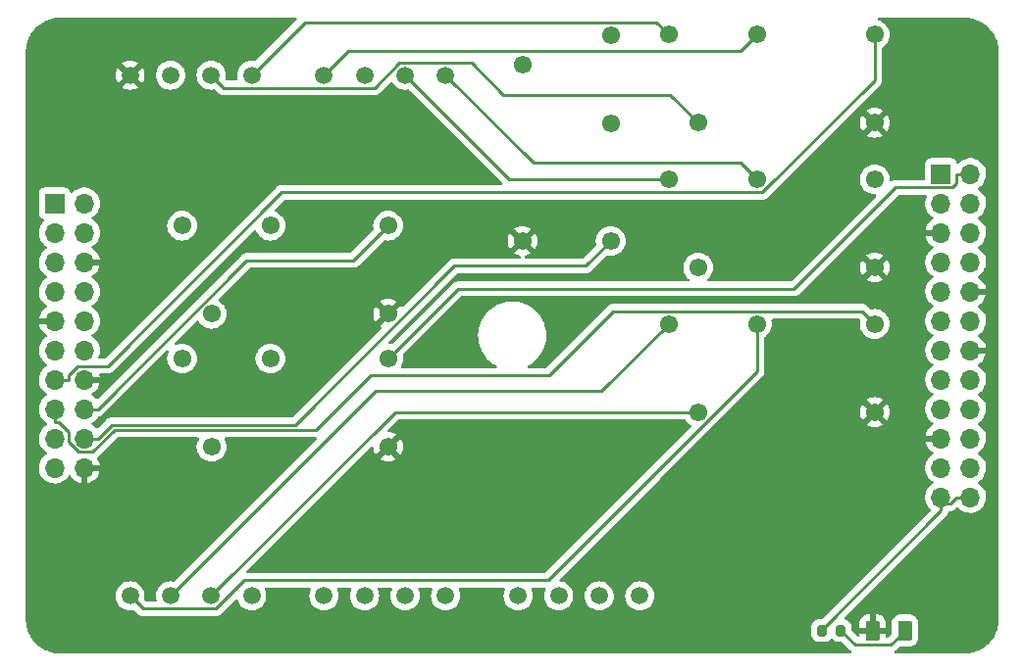
<source format=gbr>
%TF.GenerationSoftware,KiCad,Pcbnew,(6.0.4)*%
%TF.CreationDate,2022-03-25T16:17:33-04:00*%
%TF.ProjectId,relay_board,72656c61-795f-4626-9f61-72642e6b6963,rev?*%
%TF.SameCoordinates,Original*%
%TF.FileFunction,Copper,L1,Top*%
%TF.FilePolarity,Positive*%
%FSLAX46Y46*%
G04 Gerber Fmt 4.6, Leading zero omitted, Abs format (unit mm)*
G04 Created by KiCad (PCBNEW (6.0.4)) date 2022-03-25 16:17:33*
%MOMM*%
%LPD*%
G01*
G04 APERTURE LIST*
G04 Aperture macros list*
%AMRoundRect*
0 Rectangle with rounded corners*
0 $1 Rounding radius*
0 $2 $3 $4 $5 $6 $7 $8 $9 X,Y pos of 4 corners*
0 Add a 4 corners polygon primitive as box body*
4,1,4,$2,$3,$4,$5,$6,$7,$8,$9,$2,$3,0*
0 Add four circle primitives for the rounded corners*
1,1,$1+$1,$2,$3*
1,1,$1+$1,$4,$5*
1,1,$1+$1,$6,$7*
1,1,$1+$1,$8,$9*
0 Add four rect primitives between the rounded corners*
20,1,$1+$1,$2,$3,$4,$5,0*
20,1,$1+$1,$4,$5,$6,$7,0*
20,1,$1+$1,$6,$7,$8,$9,0*
20,1,$1+$1,$8,$9,$2,$3,0*%
G04 Aperture macros list end*
%TA.AperFunction,ComponentPad*%
%ADD10C,1.549400*%
%TD*%
%TA.AperFunction,ComponentPad*%
%ADD11C,1.498600*%
%TD*%
%TA.AperFunction,ComponentPad*%
%ADD12R,1.700000X1.700000*%
%TD*%
%TA.AperFunction,ComponentPad*%
%ADD13O,1.700000X1.700000*%
%TD*%
%TA.AperFunction,SMDPad,CuDef*%
%ADD14RoundRect,0.200000X-0.200000X-0.275000X0.200000X-0.275000X0.200000X0.275000X-0.200000X0.275000X0*%
%TD*%
%TA.AperFunction,SMDPad,CuDef*%
%ADD15RoundRect,0.250000X-0.375000X-0.625000X0.375000X-0.625000X0.375000X0.625000X-0.375000X0.625000X0*%
%TD*%
%TA.AperFunction,Conductor*%
%ADD16C,0.250000*%
%TD*%
G04 APERTURE END LIST*
D10*
%TO.P,Ue,1,1*%
%TO.N,/Ch2A*%
X174000000Y-88500000D03*
%TO.P,Ue,2,2*%
%TO.N,/Ch2*%
X181620000Y-88500000D03*
%TO.P,Ue,3,3*%
%TO.N,/R1*%
X191780000Y-88500000D03*
%TO.P,Ue,4,4*%
%TO.N,/GND*%
X191780000Y-96120000D03*
%TO.P,Ue,5,5*%
%TO.N,/Ch2B*%
X176540000Y-96120000D03*
%TD*%
D11*
%TO.P,J1,1,Pin_1*%
%TO.N,/Ch1*%
X169500000Y-120500000D03*
%TO.P,J1,2,Pin_2*%
%TO.N,/Ch1A*%
X173000001Y-120500000D03*
%TO.P,J1,3,Pin_3*%
%TO.N,/Ch1B*%
X176500001Y-120500000D03*
%TO.P,J1,4,Pin_4*%
%TO.N,/Ch2*%
X180000002Y-120500000D03*
%TD*%
D10*
%TO.P,U4,1,1*%
%TO.N,/Ch5A*%
X216000000Y-84500000D03*
%TO.P,U4,2,2*%
%TO.N,/Ch5*%
X223620000Y-84500000D03*
%TO.P,U4,3,3*%
%TO.N,/R4*%
X233780000Y-84500000D03*
%TO.P,U4,4,4*%
%TO.N,/GND*%
X233780000Y-92120000D03*
%TO.P,U4,5,5*%
%TO.N,/Ch5B*%
X218540000Y-92120000D03*
%TD*%
%TO.P,U5,5,5*%
%TO.N,/Ch3B*%
X203380000Y-74590000D03*
%TO.P,U5,4,4*%
%TO.N,/GND*%
X203380000Y-89830000D03*
%TO.P,U5,3,3*%
%TO.N,/R2*%
X211000000Y-89830000D03*
%TO.P,U5,2,2*%
%TO.N,/Ch3*%
X211000000Y-79670000D03*
%TO.P,U5,1,1*%
%TO.N,/Ch3A*%
X211000000Y-72050000D03*
%TD*%
D11*
%TO.P,J7,1,Pin_1*%
%TO.N,/Ch6A*%
X180000000Y-75500000D03*
%TO.P,J7,2,Pin_2*%
%TO.N,/Ch6B*%
X176499999Y-75500000D03*
%TO.P,J7,3,Pin_3*%
%TO.N,/VCC*%
X172999999Y-75500000D03*
%TO.P,J7,4,Pin_4*%
%TO.N,/GND*%
X169499998Y-75500000D03*
%TD*%
D10*
%TO.P,U2,1,1*%
%TO.N,/Ch4A*%
X174000000Y-100000000D03*
%TO.P,U2,2,2*%
%TO.N,/Ch4*%
X181620000Y-100000000D03*
%TO.P,U2,3,3*%
%TO.N,/R3*%
X191780000Y-100000000D03*
%TO.P,U2,4,4*%
%TO.N,/GND*%
X191780000Y-107620000D03*
%TO.P,U2,5,5*%
%TO.N,/Ch4B*%
X176540000Y-107620000D03*
%TD*%
%TO.P,U6,1,1*%
%TO.N,/Ch6A*%
X216000000Y-72000000D03*
%TO.P,U6,2,2*%
%TO.N,/Ch6*%
X223620000Y-72000000D03*
%TO.P,U6,3,3*%
%TO.N,/R5*%
X233780000Y-72000000D03*
%TO.P,U6,4,4*%
%TO.N,/GND*%
X233780000Y-79620000D03*
%TO.P,U6,5,5*%
%TO.N,/Ch6B*%
X218540000Y-79620000D03*
%TD*%
D12*
%TO.P,J6,1,Pin_1*%
%TO.N,unconnected-(J6-Pad1)*%
X239500000Y-84030000D03*
D13*
%TO.P,J6,2,Pin_2*%
%TO.N,/R3*%
X242040000Y-84030000D03*
%TO.P,J6,3,Pin_3*%
%TO.N,unconnected-(J6-Pad3)*%
X239500000Y-86570000D03*
%TO.P,J6,4,Pin_4*%
%TO.N,unconnected-(J6-Pad4)*%
X242040000Y-86570000D03*
%TO.P,J6,5,Pin_5*%
%TO.N,/GND*%
X239500000Y-89110000D03*
%TO.P,J6,6,Pin_6*%
%TO.N,unconnected-(J6-Pad6)*%
X242040000Y-89110000D03*
%TO.P,J6,7,Pin_7*%
%TO.N,unconnected-(J6-Pad7)*%
X239500000Y-91650000D03*
%TO.P,J6,8,Pin_8*%
%TO.N,unconnected-(J6-Pad8)*%
X242040000Y-91650000D03*
%TO.P,J6,9,Pin_9*%
%TO.N,unconnected-(J6-Pad9)*%
X239500000Y-94190000D03*
%TO.P,J6,10,Pin_10*%
%TO.N,/GND*%
X242040000Y-94190000D03*
%TO.P,J6,11,Pin_11*%
%TO.N,unconnected-(J6-Pad11)*%
X239500000Y-96730000D03*
%TO.P,J6,12,Pin_12*%
%TO.N,unconnected-(J6-Pad12)*%
X242040000Y-96730000D03*
%TO.P,J6,13,Pin_13*%
%TO.N,unconnected-(J6-Pad13)*%
X239500000Y-99270000D03*
%TO.P,J6,14,Pin_14*%
%TO.N,/GND*%
X242040000Y-99270000D03*
%TO.P,J6,15,Pin_15*%
%TO.N,unconnected-(J6-Pad15)*%
X239500000Y-101810000D03*
%TO.P,J6,16,Pin_16*%
%TO.N,unconnected-(J6-Pad16)*%
X242040000Y-101810000D03*
%TO.P,J6,17,Pin_17*%
%TO.N,/R4*%
X239500000Y-104350000D03*
%TO.P,J6,18,Pin_18*%
%TO.N,unconnected-(J6-Pad18)*%
X242040000Y-104350000D03*
%TO.P,J6,19,Pin_19*%
%TO.N,/GND*%
X239500000Y-106890000D03*
%TO.P,J6,20,Pin_20*%
%TO.N,unconnected-(J6-Pad20)*%
X242040000Y-106890000D03*
%TO.P,J6,21,Pin_21*%
%TO.N,unconnected-(J6-Pad21)*%
X239500000Y-109430000D03*
%TO.P,J6,22,Pin_22*%
%TO.N,/Reset*%
X242040000Y-109430000D03*
%TO.P,J6,23,Pin_23*%
%TO.N,/VCC*%
X239500000Y-111970000D03*
%TO.P,J6,24,Pin_24*%
X242040000Y-111970000D03*
%TD*%
D11*
%TO.P,J,1,Pin_1*%
%TO.N,/Ch3B*%
X203000000Y-120500000D03*
%TO.P,J,2,Pin_2*%
%TO.N,/Ch4*%
X206500001Y-120500000D03*
%TO.P,J,3,Pin_3*%
%TO.N,/Ch4A*%
X210000001Y-120500000D03*
%TO.P,J,4,Pin_4*%
%TO.N,/Ch4B*%
X213500002Y-120500000D03*
%TD*%
D14*
%TO.P,R1,1*%
%TO.N,/VCC*%
X229225000Y-123500000D03*
%TO.P,R1,2*%
%TO.N,Net-(D1-Pad2)*%
X230875000Y-123500000D03*
%TD*%
D11*
%TO.P,J2,1,Pin_1*%
%TO.N,/Ch2A*%
X186250000Y-120500000D03*
%TO.P,J2,2,Pin_2*%
%TO.N,/Ch2B*%
X189750001Y-120500000D03*
%TO.P,J2,3,Pin_3*%
%TO.N,/Ch3*%
X193250001Y-120500000D03*
%TO.P,J2,4,Pin_4*%
%TO.N,/Ch3A*%
X196750002Y-120500000D03*
%TD*%
%TO.P,J4,1,Pin_1*%
%TO.N,/Ch5*%
X196750000Y-75500000D03*
%TO.P,J4,2,Pin_2*%
%TO.N,/Ch5A*%
X193249999Y-75500000D03*
%TO.P,J4,3,Pin_3*%
%TO.N,/Ch5B*%
X189749999Y-75500000D03*
%TO.P,J4,4,Pin_4*%
%TO.N,/Ch6*%
X186249998Y-75500000D03*
%TD*%
D12*
%TO.P,J5,1,Pin_1*%
%TO.N,unconnected-(J5-Pad1)*%
X163000000Y-86570000D03*
D13*
%TO.P,J5,2,Pin_2*%
%TO.N,unconnected-(J5-Pad2)*%
X165540000Y-86570000D03*
%TO.P,J5,3,Pin_3*%
%TO.N,unconnected-(J5-Pad3)*%
X163000000Y-89110000D03*
%TO.P,J5,4,Pin_4*%
%TO.N,unconnected-(J5-Pad4)*%
X165540000Y-89110000D03*
%TO.P,J5,5,Pin_5*%
%TO.N,unconnected-(J5-Pad5)*%
X163000000Y-91650000D03*
%TO.P,J5,6,Pin_6*%
%TO.N,/GND*%
X165540000Y-91650000D03*
%TO.P,J5,7,Pin_7*%
%TO.N,unconnected-(J5-Pad7)*%
X163000000Y-94190000D03*
%TO.P,J5,8,Pin_8*%
%TO.N,unconnected-(J5-Pad8)*%
X165540000Y-94190000D03*
%TO.P,J5,9,Pin_9*%
%TO.N,/GND*%
X163000000Y-96730000D03*
%TO.P,J5,10,Pin_10*%
%TO.N,unconnected-(J5-Pad10)*%
X165540000Y-96730000D03*
%TO.P,J5,11,Pin_11*%
%TO.N,unconnected-(J5-Pad11)*%
X163000000Y-99270000D03*
%TO.P,J5,12,Pin_12*%
%TO.N,unconnected-(J5-Pad12)*%
X165540000Y-99270000D03*
%TO.P,J5,13,Pin_13*%
%TO.N,/R5*%
X163000000Y-101810000D03*
%TO.P,J5,14,Pin_14*%
%TO.N,/GND*%
X165540000Y-101810000D03*
%TO.P,J5,15,Pin_15*%
%TO.N,/R0*%
X163000000Y-104350000D03*
%TO.P,J5,16,Pin_16*%
%TO.N,/R1*%
X165540000Y-104350000D03*
%TO.P,J5,17,Pin_17*%
%TO.N,unconnected-(J5-Pad17)*%
X163000000Y-106890000D03*
%TO.P,J5,18,Pin_18*%
%TO.N,/R2*%
X165540000Y-106890000D03*
%TO.P,J5,19,Pin_19*%
%TO.N,unconnected-(J5-Pad19)*%
X163000000Y-109430000D03*
%TO.P,J5,20,Pin_20*%
%TO.N,/GND*%
X165540000Y-109430000D03*
%TD*%
D10*
%TO.P,U1,1,1*%
%TO.N,/Ch1A*%
X216000000Y-97000000D03*
%TO.P,U1,2,2*%
%TO.N,/Ch1*%
X223620000Y-97000000D03*
%TO.P,U1,3,3*%
%TO.N,/R0*%
X233780000Y-97000000D03*
%TO.P,U1,4,4*%
%TO.N,/GND*%
X233780000Y-104620000D03*
%TO.P,U1,5,5*%
%TO.N,/Ch1B*%
X218540000Y-104620000D03*
%TD*%
D15*
%TO.P,D1,1,K*%
%TO.N,/GND*%
X233600000Y-123500000D03*
%TO.P,D1,2,A*%
%TO.N,Net-(D1-Pad2)*%
X236400000Y-123500000D03*
%TD*%
D16*
%TO.N,/Ch6B*%
X177592900Y-76592900D02*
X176500000Y-75500000D01*
X190581900Y-76592900D02*
X177592900Y-76592900D01*
X192754400Y-74420400D02*
X190581900Y-76592900D01*
X198973200Y-74420400D02*
X192754400Y-74420400D01*
X201751600Y-77198800D02*
X198973200Y-74420400D01*
X216118800Y-77198800D02*
X201751600Y-77198800D01*
X218540000Y-79620000D02*
X216118800Y-77198800D01*
%TO.N,/Ch6A*%
X184568400Y-70931600D02*
X180000000Y-75500000D01*
X214931600Y-70931600D02*
X184568400Y-70931600D01*
X216000000Y-72000000D02*
X214931600Y-70931600D01*
%TO.N,/VCC*%
X229225000Y-123420300D02*
X239500000Y-113145300D01*
X229225000Y-123500000D02*
X229225000Y-123420300D01*
X239500000Y-111970000D02*
X239500000Y-112557600D01*
X239500000Y-112557600D02*
X239500000Y-113145300D01*
X240277100Y-112557600D02*
X240864700Y-111970000D01*
X239500000Y-112557600D02*
X240277100Y-112557600D01*
X242040000Y-111970000D02*
X240864700Y-111970000D01*
%TO.N,/R3*%
X197812300Y-93967700D02*
X191780000Y-100000000D01*
X226812400Y-93967700D02*
X197812300Y-93967700D01*
X235574800Y-85205300D02*
X226812400Y-93967700D01*
X240497500Y-85205300D02*
X235574800Y-85205300D01*
X240864700Y-84838100D02*
X240497500Y-85205300D01*
X240864700Y-84030000D02*
X240864700Y-84838100D01*
X242040000Y-84030000D02*
X240864700Y-84030000D01*
%TO.N,/R2*%
X208862500Y-91967500D02*
X211000000Y-89830000D01*
X197505700Y-91967500D02*
X208862500Y-91967500D01*
X183758500Y-105714700D02*
X197505700Y-91967500D01*
X167890600Y-105714700D02*
X183758500Y-105714700D01*
X166715300Y-106890000D02*
X167890600Y-105714700D01*
X165540000Y-106890000D02*
X166715300Y-106890000D01*
%TO.N,/R1*%
X188762900Y-91517100D02*
X191780000Y-88500000D01*
X179548200Y-91517100D02*
X188762900Y-91517100D01*
X166715300Y-104350000D02*
X179548200Y-91517100D01*
X165540000Y-104350000D02*
X166715300Y-104350000D01*
%TO.N,/R0*%
X163367400Y-105525300D02*
X163000000Y-105525300D01*
X164175300Y-106333200D02*
X163367400Y-105525300D01*
X164175300Y-107226300D02*
X164175300Y-106333200D01*
X165014400Y-108065400D02*
X164175300Y-107226300D01*
X166264800Y-108065400D02*
X165014400Y-108065400D01*
X168165100Y-106165100D02*
X166264800Y-108065400D01*
X185546800Y-106165100D02*
X168165100Y-106165100D01*
X190250400Y-101461500D02*
X185546800Y-106165100D01*
X205657800Y-101461500D02*
X190250400Y-101461500D01*
X211219800Y-95899500D02*
X205657800Y-101461500D01*
X232679500Y-95899500D02*
X211219800Y-95899500D01*
X233780000Y-97000000D02*
X232679500Y-95899500D01*
X163000000Y-104350000D02*
X163000000Y-105525300D01*
%TO.N,/R5*%
X233780000Y-75915400D02*
X233780000Y-72000000D01*
X224075700Y-85619700D02*
X233780000Y-75915400D01*
X182591000Y-85619700D02*
X224075700Y-85619700D01*
X167576000Y-100634700D02*
X182591000Y-85619700D01*
X164983200Y-100634700D02*
X167576000Y-100634700D01*
X164175300Y-101442600D02*
X164983200Y-100634700D01*
X164175300Y-101810000D02*
X164175300Y-101442600D01*
X163000000Y-101810000D02*
X164175300Y-101810000D01*
%TO.N,/Ch6*%
X222180200Y-73439800D02*
X223620000Y-72000000D01*
X188310200Y-73439800D02*
X222180200Y-73439800D01*
X186250000Y-75500000D02*
X188310200Y-73439800D01*
%TO.N,/Ch5A*%
X202250000Y-84500000D02*
X216000000Y-84500000D01*
X193250000Y-75500000D02*
X202250000Y-84500000D01*
%TO.N,/Ch5*%
X222205700Y-83085700D02*
X223620000Y-84500000D01*
X204335700Y-83085700D02*
X222205700Y-83085700D01*
X196750000Y-75500000D02*
X204335700Y-83085700D01*
%TO.N,/Ch1B*%
X192380000Y-104620000D02*
X176500000Y-120500000D01*
X218540000Y-104620000D02*
X192380000Y-104620000D01*
%TO.N,/Ch1A*%
X190714300Y-102785700D02*
X173000000Y-120500000D01*
X210214300Y-102785700D02*
X190714300Y-102785700D01*
X216000000Y-97000000D02*
X210214300Y-102785700D01*
%TO.N,/Ch1*%
X170619000Y-121619000D02*
X169500000Y-120500000D01*
X176913000Y-121619000D02*
X170619000Y-121619000D01*
X179374100Y-119157900D02*
X176913000Y-121619000D01*
X205569500Y-119157900D02*
X179374100Y-119157900D01*
X223620000Y-101107400D02*
X205569500Y-119157900D01*
X223620000Y-97000000D02*
X223620000Y-101107400D01*
%TO.N,Net-(D1-Pad2)*%
X232107600Y-124732600D02*
X230875000Y-123500000D01*
X235167400Y-124732600D02*
X232107600Y-124732600D01*
X236400000Y-123500000D02*
X235167400Y-124732600D01*
%TD*%
%TA.AperFunction,Conductor*%
%TO.N,/GND*%
G36*
X241470018Y-70510000D02*
G01*
X241484851Y-70512310D01*
X241484855Y-70512310D01*
X241493724Y-70513691D01*
X241512436Y-70511244D01*
X241535366Y-70510353D01*
X241806103Y-70524542D01*
X241819209Y-70525919D01*
X242034134Y-70559960D01*
X242115445Y-70572838D01*
X242128345Y-70575580D01*
X242273196Y-70614393D01*
X242418052Y-70653207D01*
X242430586Y-70657279D01*
X242705851Y-70762944D01*
X242710587Y-70764762D01*
X242722635Y-70770126D01*
X242989870Y-70906289D01*
X243001286Y-70912880D01*
X243252832Y-71076236D01*
X243263495Y-71083984D01*
X243496573Y-71272727D01*
X243506374Y-71281552D01*
X243718448Y-71493626D01*
X243727273Y-71503427D01*
X243910033Y-71729116D01*
X243916016Y-71736505D01*
X243923764Y-71747168D01*
X243975168Y-71826323D01*
X244087117Y-71998709D01*
X244093711Y-72010130D01*
X244229874Y-72277365D01*
X244235237Y-72289412D01*
X244274845Y-72392591D01*
X244342719Y-72569409D01*
X244346793Y-72581948D01*
X244362098Y-72639064D01*
X244424420Y-72871655D01*
X244427162Y-72884555D01*
X244463745Y-73115529D01*
X244474080Y-73180785D01*
X244475458Y-73193902D01*
X244489262Y-73457299D01*
X244487935Y-73483276D01*
X244487691Y-73484846D01*
X244487691Y-73484850D01*
X244486309Y-73493724D01*
X244487473Y-73502626D01*
X244487473Y-73502628D01*
X244490436Y-73525283D01*
X244491500Y-73541621D01*
X244491500Y-122450633D01*
X244490000Y-122470018D01*
X244487690Y-122484851D01*
X244487690Y-122484855D01*
X244486309Y-122493724D01*
X244488135Y-122507683D01*
X244488756Y-122512433D01*
X244489647Y-122535366D01*
X244476866Y-122779243D01*
X244475458Y-122806099D01*
X244474081Y-122819209D01*
X244465996Y-122870253D01*
X244427162Y-123115445D01*
X244424420Y-123128345D01*
X244346795Y-123418047D01*
X244342721Y-123430586D01*
X244235238Y-123710587D01*
X244229874Y-123722635D01*
X244214134Y-123753526D01*
X244093711Y-123989870D01*
X244087120Y-124001286D01*
X243923764Y-124252832D01*
X243916018Y-124263492D01*
X243783010Y-124427744D01*
X243727273Y-124496573D01*
X243718448Y-124506374D01*
X243506374Y-124718448D01*
X243496573Y-124727273D01*
X243304047Y-124883178D01*
X243263495Y-124916016D01*
X243252832Y-124923764D01*
X243001286Y-125087120D01*
X242989870Y-125093711D01*
X242722635Y-125229874D01*
X242710588Y-125235237D01*
X242430586Y-125342721D01*
X242418052Y-125346793D01*
X242350668Y-125364849D01*
X242128345Y-125424420D01*
X242115445Y-125427162D01*
X242034134Y-125440040D01*
X241819209Y-125474081D01*
X241806101Y-125475458D01*
X241730937Y-125479397D01*
X241542701Y-125489262D01*
X241516724Y-125487935D01*
X241515154Y-125487691D01*
X241515150Y-125487691D01*
X241506276Y-125486309D01*
X241497374Y-125487473D01*
X241497372Y-125487473D01*
X241482323Y-125489441D01*
X241474714Y-125490436D01*
X241458379Y-125491500D01*
X235589245Y-125491500D01*
X235521124Y-125471498D01*
X235474631Y-125417842D01*
X235464527Y-125347568D01*
X235494021Y-125282988D01*
X235525105Y-125257047D01*
X235551935Y-125241180D01*
X235551938Y-125241178D01*
X235558762Y-125237142D01*
X235573083Y-125222821D01*
X235588117Y-125209980D01*
X235589831Y-125208735D01*
X235604507Y-125198072D01*
X235632698Y-125163995D01*
X235640688Y-125155216D01*
X235875985Y-124919919D01*
X235938297Y-124885893D01*
X235971478Y-124883180D01*
X235974600Y-124883500D01*
X236825400Y-124883500D01*
X236828646Y-124883163D01*
X236828650Y-124883163D01*
X236924308Y-124873238D01*
X236924312Y-124873237D01*
X236931166Y-124872526D01*
X236937702Y-124870345D01*
X236937704Y-124870345D01*
X237091998Y-124818868D01*
X237098946Y-124816550D01*
X237249348Y-124723478D01*
X237374305Y-124598303D01*
X237467115Y-124447738D01*
X237522797Y-124279861D01*
X237533500Y-124175400D01*
X237533500Y-122824600D01*
X237532265Y-122812697D01*
X237523238Y-122725692D01*
X237523237Y-122725688D01*
X237522526Y-122718834D01*
X237466550Y-122551054D01*
X237373478Y-122400652D01*
X237248303Y-122275695D01*
X237217121Y-122256474D01*
X237103968Y-122186725D01*
X237103966Y-122186724D01*
X237097738Y-122182885D01*
X237017282Y-122156199D01*
X236936389Y-122129368D01*
X236936387Y-122129368D01*
X236929861Y-122127203D01*
X236923025Y-122126503D01*
X236923022Y-122126502D01*
X236879969Y-122122091D01*
X236825400Y-122116500D01*
X235974600Y-122116500D01*
X235971354Y-122116837D01*
X235971350Y-122116837D01*
X235875692Y-122126762D01*
X235875688Y-122126763D01*
X235868834Y-122127474D01*
X235862298Y-122129655D01*
X235862296Y-122129655D01*
X235793630Y-122152564D01*
X235701054Y-122183450D01*
X235550652Y-122276522D01*
X235425695Y-122401697D01*
X235421855Y-122407927D01*
X235421854Y-122407928D01*
X235343299Y-122535368D01*
X235332885Y-122552262D01*
X235277203Y-122720139D01*
X235266500Y-122824600D01*
X235266500Y-123685405D01*
X235246498Y-123753526D01*
X235229595Y-123774500D01*
X234948095Y-124056000D01*
X234885783Y-124090026D01*
X234814968Y-124084961D01*
X234758132Y-124042414D01*
X234733321Y-123975894D01*
X234733000Y-123966905D01*
X234733000Y-123772115D01*
X234728525Y-123756876D01*
X234727135Y-123755671D01*
X234719452Y-123754000D01*
X232485116Y-123754000D01*
X232469877Y-123758475D01*
X232468672Y-123759865D01*
X232467001Y-123767548D01*
X232467001Y-123891906D01*
X232446999Y-123960027D01*
X232393343Y-124006520D01*
X232323069Y-124016624D01*
X232258489Y-123987130D01*
X232251905Y-123981001D01*
X232045405Y-123774500D01*
X231820404Y-123549499D01*
X231786379Y-123487187D01*
X231783500Y-123460404D01*
X231783499Y-123227885D01*
X232467000Y-123227885D01*
X232471475Y-123243124D01*
X232472865Y-123244329D01*
X232480548Y-123246000D01*
X233327885Y-123246000D01*
X233343124Y-123241525D01*
X233344329Y-123240135D01*
X233346000Y-123232452D01*
X233346000Y-123227885D01*
X233854000Y-123227885D01*
X233858475Y-123243124D01*
X233859865Y-123244329D01*
X233867548Y-123246000D01*
X234714884Y-123246000D01*
X234730123Y-123241525D01*
X234731328Y-123240135D01*
X234732999Y-123232452D01*
X234732999Y-122827905D01*
X234732662Y-122821386D01*
X234722743Y-122725794D01*
X234719851Y-122712400D01*
X234668412Y-122558216D01*
X234662239Y-122545038D01*
X234576937Y-122407193D01*
X234567901Y-122395792D01*
X234453171Y-122281261D01*
X234441760Y-122272249D01*
X234303757Y-122187184D01*
X234290576Y-122181037D01*
X234136290Y-122129862D01*
X234122914Y-122126995D01*
X234028562Y-122117328D01*
X234022145Y-122117000D01*
X233872115Y-122117000D01*
X233856876Y-122121475D01*
X233855671Y-122122865D01*
X233854000Y-122130548D01*
X233854000Y-123227885D01*
X233346000Y-123227885D01*
X233346000Y-122135116D01*
X233341525Y-122119877D01*
X233340135Y-122118672D01*
X233332452Y-122117001D01*
X233177905Y-122117001D01*
X233171386Y-122117338D01*
X233075794Y-122127257D01*
X233062400Y-122130149D01*
X232908216Y-122181588D01*
X232895038Y-122187761D01*
X232757193Y-122273063D01*
X232745792Y-122282099D01*
X232631261Y-122396829D01*
X232622249Y-122408240D01*
X232537184Y-122546243D01*
X232531037Y-122559424D01*
X232479862Y-122713710D01*
X232476995Y-122727086D01*
X232467328Y-122821438D01*
X232467000Y-122827855D01*
X232467000Y-123227885D01*
X231783499Y-123227885D01*
X231783499Y-123171249D01*
X231783499Y-123168366D01*
X231783234Y-123165474D01*
X231777364Y-123101592D01*
X231776753Y-123094938D01*
X231725472Y-122931301D01*
X231636639Y-122784619D01*
X231515381Y-122663361D01*
X231368699Y-122574528D01*
X231361452Y-122572257D01*
X231361450Y-122572256D01*
X231261131Y-122540818D01*
X231202109Y-122501360D01*
X231173789Y-122436257D01*
X231185162Y-122366177D01*
X231209715Y-122331489D01*
X239892247Y-113648957D01*
X239900537Y-113641413D01*
X239907018Y-113637300D01*
X239953659Y-113587632D01*
X239956413Y-113584791D01*
X239976134Y-113565070D01*
X239978612Y-113561875D01*
X239986318Y-113552853D01*
X240011158Y-113526401D01*
X240016586Y-113520621D01*
X240026346Y-113502868D01*
X240037199Y-113486345D01*
X240044753Y-113476606D01*
X240049613Y-113470341D01*
X240067176Y-113429757D01*
X240072383Y-113419127D01*
X240093695Y-113380360D01*
X240095666Y-113372683D01*
X240095668Y-113372678D01*
X240098732Y-113360742D01*
X240105138Y-113342030D01*
X240110034Y-113330717D01*
X240113181Y-113323445D01*
X240117071Y-113298884D01*
X240147483Y-113234731D01*
X240207751Y-113197204D01*
X240237561Y-113192656D01*
X240285086Y-113191162D01*
X240289045Y-113191100D01*
X240316956Y-113191100D01*
X240320891Y-113190603D01*
X240320956Y-113190595D01*
X240332793Y-113189662D01*
X240365051Y-113188648D01*
X240369070Y-113188522D01*
X240376989Y-113188273D01*
X240396443Y-113182621D01*
X240415800Y-113178613D01*
X240428030Y-113177068D01*
X240428031Y-113177068D01*
X240435897Y-113176074D01*
X240443268Y-113173155D01*
X240443270Y-113173155D01*
X240477012Y-113159796D01*
X240488242Y-113155951D01*
X240523083Y-113145829D01*
X240523084Y-113145829D01*
X240530693Y-113143618D01*
X240537512Y-113139585D01*
X240537517Y-113139583D01*
X240548128Y-113133307D01*
X240565876Y-113124612D01*
X240584717Y-113117152D01*
X240620487Y-113091164D01*
X240630407Y-113084648D01*
X240661635Y-113066180D01*
X240661638Y-113066178D01*
X240668462Y-113062142D01*
X240682783Y-113047821D01*
X240697817Y-113034980D01*
X240707793Y-113027732D01*
X240714207Y-113023072D01*
X240742393Y-112989001D01*
X240750382Y-112980222D01*
X240851485Y-112879119D01*
X240913797Y-112845093D01*
X240984612Y-112850158D01*
X241035815Y-112885715D01*
X241086250Y-112943938D01*
X241258126Y-113086632D01*
X241451000Y-113199338D01*
X241659692Y-113279030D01*
X241664760Y-113280061D01*
X241664763Y-113280062D01*
X241757277Y-113298884D01*
X241878597Y-113323567D01*
X241883772Y-113323757D01*
X241883774Y-113323757D01*
X242096673Y-113331564D01*
X242096677Y-113331564D01*
X242101837Y-113331753D01*
X242106957Y-113331097D01*
X242106959Y-113331097D01*
X242318288Y-113304025D01*
X242318289Y-113304025D01*
X242323416Y-113303368D01*
X242338362Y-113298884D01*
X242532429Y-113240661D01*
X242532434Y-113240659D01*
X242537384Y-113239174D01*
X242737994Y-113140896D01*
X242919860Y-113011173D01*
X242950920Y-112980222D01*
X243074435Y-112857137D01*
X243078096Y-112853489D01*
X243137594Y-112770689D01*
X243205435Y-112676277D01*
X243208453Y-112672077D01*
X243307430Y-112471811D01*
X243372370Y-112258069D01*
X243401529Y-112036590D01*
X243403156Y-111970000D01*
X243384852Y-111747361D01*
X243330431Y-111530702D01*
X243241354Y-111325840D01*
X243120014Y-111138277D01*
X242969670Y-110973051D01*
X242965619Y-110969852D01*
X242965615Y-110969848D01*
X242798414Y-110837800D01*
X242798410Y-110837798D01*
X242794359Y-110834598D01*
X242753053Y-110811796D01*
X242703084Y-110761364D01*
X242688312Y-110691921D01*
X242713428Y-110625516D01*
X242740780Y-110598909D01*
X242784603Y-110567650D01*
X242919860Y-110471173D01*
X243078096Y-110313489D01*
X243137594Y-110230689D01*
X243205435Y-110136277D01*
X243208453Y-110132077D01*
X243221995Y-110104678D01*
X243305136Y-109936453D01*
X243305137Y-109936451D01*
X243307430Y-109931811D01*
X243372370Y-109718069D01*
X243401529Y-109496590D01*
X243403156Y-109430000D01*
X243384852Y-109207361D01*
X243330431Y-108990702D01*
X243241354Y-108785840D01*
X243201906Y-108724862D01*
X243122822Y-108602617D01*
X243122820Y-108602614D01*
X243120014Y-108598277D01*
X242969670Y-108433051D01*
X242965619Y-108429852D01*
X242965615Y-108429848D01*
X242798414Y-108297800D01*
X242798410Y-108297798D01*
X242794359Y-108294598D01*
X242753053Y-108271796D01*
X242703084Y-108221364D01*
X242688312Y-108151921D01*
X242713428Y-108085516D01*
X242740780Y-108058909D01*
X242784603Y-108027650D01*
X242919860Y-107931173D01*
X242972156Y-107879060D01*
X243074435Y-107777137D01*
X243078096Y-107773489D01*
X243137594Y-107690689D01*
X243205435Y-107596277D01*
X243208453Y-107592077D01*
X243212927Y-107583026D01*
X243305136Y-107396453D01*
X243305137Y-107396451D01*
X243307430Y-107391811D01*
X243372370Y-107178069D01*
X243401529Y-106956590D01*
X243401611Y-106953240D01*
X243403074Y-106893365D01*
X243403074Y-106893361D01*
X243403156Y-106890000D01*
X243384852Y-106667361D01*
X243330431Y-106450702D01*
X243241354Y-106245840D01*
X243201528Y-106184278D01*
X243122822Y-106062617D01*
X243122820Y-106062614D01*
X243120014Y-106058277D01*
X242969670Y-105893051D01*
X242965619Y-105889852D01*
X242965615Y-105889848D01*
X242798414Y-105757800D01*
X242798410Y-105757798D01*
X242794359Y-105754598D01*
X242753053Y-105731796D01*
X242703084Y-105681364D01*
X242688312Y-105611921D01*
X242713428Y-105545516D01*
X242740780Y-105518909D01*
X242784603Y-105487650D01*
X242919860Y-105391173D01*
X242995106Y-105316190D01*
X243043158Y-105268305D01*
X243078096Y-105233489D01*
X243137594Y-105150689D01*
X243205435Y-105056277D01*
X243208453Y-105052077D01*
X243229320Y-105009857D01*
X243305136Y-104856453D01*
X243305137Y-104856451D01*
X243307430Y-104851811D01*
X243372370Y-104638069D01*
X243401529Y-104416590D01*
X243403156Y-104350000D01*
X243384852Y-104127361D01*
X243330431Y-103910702D01*
X243241354Y-103705840D01*
X243120014Y-103518277D01*
X242969670Y-103353051D01*
X242965619Y-103349852D01*
X242965615Y-103349848D01*
X242798414Y-103217800D01*
X242798410Y-103217798D01*
X242794359Y-103214598D01*
X242753053Y-103191796D01*
X242703084Y-103141364D01*
X242688312Y-103071921D01*
X242713428Y-103005516D01*
X242740780Y-102978909D01*
X242784603Y-102947650D01*
X242919860Y-102851173D01*
X243078096Y-102693489D01*
X243137594Y-102610689D01*
X243205435Y-102516277D01*
X243208453Y-102512077D01*
X243221995Y-102484678D01*
X243305136Y-102316453D01*
X243305137Y-102316451D01*
X243307430Y-102311811D01*
X243351358Y-102167226D01*
X243370865Y-102103023D01*
X243370865Y-102103021D01*
X243372370Y-102098069D01*
X243401529Y-101876590D01*
X243401693Y-101869883D01*
X243403074Y-101813365D01*
X243403074Y-101813361D01*
X243403156Y-101810000D01*
X243384852Y-101587361D01*
X243330431Y-101370702D01*
X243241354Y-101165840D01*
X243188046Y-101083439D01*
X243122822Y-100982617D01*
X243122820Y-100982614D01*
X243120014Y-100978277D01*
X242969670Y-100813051D01*
X242965619Y-100809852D01*
X242965615Y-100809848D01*
X242798414Y-100677800D01*
X242798410Y-100677798D01*
X242794359Y-100674598D01*
X242752569Y-100651529D01*
X242702598Y-100601097D01*
X242687826Y-100531654D01*
X242712942Y-100465248D01*
X242740294Y-100438641D01*
X242915328Y-100313792D01*
X242923200Y-100307139D01*
X243074052Y-100156812D01*
X243080730Y-100148965D01*
X243205003Y-99976020D01*
X243210313Y-99967183D01*
X243304670Y-99776267D01*
X243308469Y-99766672D01*
X243370377Y-99562910D01*
X243372555Y-99552837D01*
X243373986Y-99541962D01*
X243371775Y-99527778D01*
X243358617Y-99524000D01*
X241912000Y-99524000D01*
X241843879Y-99503998D01*
X241797386Y-99450342D01*
X241786000Y-99398000D01*
X241786000Y-99142000D01*
X241806002Y-99073879D01*
X241859658Y-99027386D01*
X241912000Y-99016000D01*
X243358344Y-99016000D01*
X243371875Y-99012027D01*
X243373180Y-99002947D01*
X243331214Y-98835875D01*
X243327894Y-98826124D01*
X243242972Y-98630814D01*
X243238105Y-98621739D01*
X243122426Y-98442926D01*
X243116136Y-98434757D01*
X242972806Y-98277240D01*
X242965273Y-98270215D01*
X242798139Y-98138222D01*
X242789556Y-98132520D01*
X242752602Y-98112120D01*
X242702631Y-98061687D01*
X242687859Y-97992245D01*
X242712975Y-97925839D01*
X242740327Y-97899232D01*
X242763797Y-97882491D01*
X242919860Y-97771173D01*
X243078096Y-97613489D01*
X243137594Y-97530689D01*
X243205435Y-97436277D01*
X243208453Y-97432077D01*
X243221995Y-97404678D01*
X243305136Y-97236453D01*
X243305137Y-97236451D01*
X243307430Y-97231811D01*
X243372370Y-97018069D01*
X243401529Y-96796590D01*
X243402324Y-96764051D01*
X243403074Y-96733365D01*
X243403074Y-96733361D01*
X243403156Y-96730000D01*
X243384852Y-96507361D01*
X243330431Y-96290702D01*
X243241354Y-96085840D01*
X243120014Y-95898277D01*
X242969670Y-95733051D01*
X242965619Y-95729852D01*
X242965615Y-95729848D01*
X242798414Y-95597800D01*
X242798410Y-95597798D01*
X242794359Y-95594598D01*
X242752569Y-95571529D01*
X242702598Y-95521097D01*
X242687826Y-95451654D01*
X242712942Y-95385248D01*
X242740294Y-95358641D01*
X242915328Y-95233792D01*
X242923200Y-95227139D01*
X243074052Y-95076812D01*
X243080730Y-95068965D01*
X243205003Y-94896020D01*
X243210313Y-94887183D01*
X243304670Y-94696267D01*
X243308469Y-94686672D01*
X243370377Y-94482910D01*
X243372555Y-94472837D01*
X243373986Y-94461962D01*
X243371775Y-94447778D01*
X243358617Y-94444000D01*
X241912000Y-94444000D01*
X241843879Y-94423998D01*
X241797386Y-94370342D01*
X241786000Y-94318000D01*
X241786000Y-94062000D01*
X241806002Y-93993879D01*
X241859658Y-93947386D01*
X241912000Y-93936000D01*
X243358344Y-93936000D01*
X243371875Y-93932027D01*
X243373180Y-93922947D01*
X243331214Y-93755875D01*
X243327894Y-93746124D01*
X243242972Y-93550814D01*
X243238105Y-93541739D01*
X243122426Y-93362926D01*
X243116136Y-93354757D01*
X242972806Y-93197240D01*
X242965273Y-93190215D01*
X242798139Y-93058222D01*
X242789556Y-93052520D01*
X242752602Y-93032120D01*
X242702631Y-92981687D01*
X242687859Y-92912245D01*
X242712975Y-92845839D01*
X242740327Y-92819232D01*
X242763797Y-92802491D01*
X242919860Y-92691173D01*
X242973315Y-92637905D01*
X243068344Y-92543207D01*
X243078096Y-92533489D01*
X243082722Y-92527052D01*
X243205435Y-92356277D01*
X243208453Y-92352077D01*
X243215357Y-92338109D01*
X243305136Y-92156453D01*
X243305137Y-92156451D01*
X243307430Y-92151811D01*
X243345752Y-92025680D01*
X243370865Y-91943023D01*
X243370865Y-91943021D01*
X243372370Y-91938069D01*
X243401529Y-91716590D01*
X243402554Y-91674633D01*
X243403074Y-91653365D01*
X243403074Y-91653361D01*
X243403156Y-91650000D01*
X243384852Y-91427361D01*
X243330431Y-91210702D01*
X243241354Y-91005840D01*
X243170351Y-90896086D01*
X243122822Y-90822617D01*
X243122820Y-90822614D01*
X243120014Y-90818277D01*
X242969670Y-90653051D01*
X242965619Y-90649852D01*
X242965615Y-90649848D01*
X242798414Y-90517800D01*
X242798410Y-90517798D01*
X242794359Y-90514598D01*
X242753053Y-90491796D01*
X242703084Y-90441364D01*
X242688312Y-90371921D01*
X242713428Y-90305516D01*
X242740780Y-90278909D01*
X242784603Y-90247650D01*
X242919860Y-90151173D01*
X243078096Y-89993489D01*
X243137594Y-89910689D01*
X243205435Y-89816277D01*
X243208453Y-89812077D01*
X243220108Y-89788496D01*
X243305136Y-89616453D01*
X243305137Y-89616451D01*
X243307430Y-89611811D01*
X243372370Y-89398069D01*
X243401529Y-89176590D01*
X243402522Y-89135954D01*
X243403074Y-89113365D01*
X243403074Y-89113361D01*
X243403156Y-89110000D01*
X243384852Y-88887361D01*
X243330431Y-88670702D01*
X243241354Y-88465840D01*
X243120014Y-88278277D01*
X242969670Y-88113051D01*
X242965619Y-88109852D01*
X242965615Y-88109848D01*
X242798414Y-87977800D01*
X242798410Y-87977798D01*
X242794359Y-87974598D01*
X242753053Y-87951796D01*
X242703084Y-87901364D01*
X242688312Y-87831921D01*
X242713428Y-87765516D01*
X242740780Y-87738909D01*
X242784603Y-87707650D01*
X242919860Y-87611173D01*
X243078096Y-87453489D01*
X243137594Y-87370689D01*
X243205435Y-87276277D01*
X243208453Y-87272077D01*
X243228761Y-87230988D01*
X243305136Y-87076453D01*
X243305137Y-87076451D01*
X243307430Y-87071811D01*
X243372370Y-86858069D01*
X243401529Y-86636590D01*
X243403156Y-86570000D01*
X243384852Y-86347361D01*
X243330431Y-86130702D01*
X243241354Y-85925840D01*
X243152247Y-85788102D01*
X243122822Y-85742617D01*
X243122820Y-85742614D01*
X243120014Y-85738277D01*
X242969670Y-85573051D01*
X242965619Y-85569852D01*
X242965615Y-85569848D01*
X242798414Y-85437800D01*
X242798410Y-85437798D01*
X242794359Y-85434598D01*
X242753053Y-85411796D01*
X242703084Y-85361364D01*
X242688312Y-85291921D01*
X242713428Y-85225516D01*
X242740780Y-85198909D01*
X242794860Y-85160334D01*
X242919860Y-85071173D01*
X242926247Y-85064809D01*
X243074435Y-84917137D01*
X243078096Y-84913489D01*
X243208453Y-84732077D01*
X243213388Y-84722093D01*
X243305136Y-84536453D01*
X243305137Y-84536451D01*
X243307430Y-84531811D01*
X243372370Y-84318069D01*
X243401529Y-84096590D01*
X243402437Y-84059443D01*
X243403074Y-84033365D01*
X243403074Y-84033361D01*
X243403156Y-84030000D01*
X243384852Y-83807361D01*
X243330431Y-83590702D01*
X243241354Y-83385840D01*
X243149669Y-83244116D01*
X243122822Y-83202617D01*
X243122820Y-83202614D01*
X243120014Y-83198277D01*
X242969670Y-83033051D01*
X242965619Y-83029852D01*
X242965615Y-83029848D01*
X242798414Y-82897800D01*
X242798410Y-82897798D01*
X242794359Y-82894598D01*
X242598789Y-82786638D01*
X242593920Y-82784914D01*
X242593916Y-82784912D01*
X242393087Y-82713795D01*
X242393083Y-82713794D01*
X242388212Y-82712069D01*
X242383119Y-82711162D01*
X242383116Y-82711161D01*
X242173373Y-82673800D01*
X242173367Y-82673799D01*
X242168284Y-82672894D01*
X242094452Y-82671992D01*
X241950081Y-82670228D01*
X241950079Y-82670228D01*
X241944911Y-82670165D01*
X241724091Y-82703955D01*
X241511756Y-82773357D01*
X241313607Y-82876507D01*
X241309474Y-82879610D01*
X241309471Y-82879612D01*
X241139100Y-83007530D01*
X241134965Y-83010635D01*
X241078537Y-83069684D01*
X241054283Y-83095064D01*
X240992759Y-83130494D01*
X240921846Y-83127037D01*
X240864060Y-83085791D01*
X240845207Y-83052243D01*
X240803767Y-82941703D01*
X240800615Y-82933295D01*
X240713261Y-82816739D01*
X240596705Y-82729385D01*
X240460316Y-82678255D01*
X240398134Y-82671500D01*
X238601866Y-82671500D01*
X238539684Y-82678255D01*
X238403295Y-82729385D01*
X238286739Y-82816739D01*
X238199385Y-82933295D01*
X238148255Y-83069684D01*
X238141500Y-83131866D01*
X238141500Y-84445800D01*
X238121498Y-84513921D01*
X238067842Y-84560414D01*
X238015500Y-84571800D01*
X235653567Y-84571800D01*
X235642384Y-84571273D01*
X235634891Y-84569598D01*
X235626965Y-84569847D01*
X235626964Y-84569847D01*
X235566801Y-84571738D01*
X235562843Y-84571800D01*
X235534944Y-84571800D01*
X235530954Y-84572304D01*
X235519120Y-84573236D01*
X235474911Y-84574626D01*
X235467297Y-84576838D01*
X235467292Y-84576839D01*
X235455459Y-84580277D01*
X235436096Y-84584288D01*
X235416003Y-84586826D01*
X235408636Y-84589743D01*
X235408631Y-84589744D01*
X235374892Y-84603102D01*
X235363665Y-84606946D01*
X235321207Y-84619282D01*
X235314381Y-84623319D01*
X235303772Y-84629593D01*
X235286024Y-84638288D01*
X235267183Y-84645748D01*
X235260765Y-84650411D01*
X235253821Y-84654228D01*
X235252546Y-84651908D01*
X235197772Y-84671446D01*
X235128622Y-84655360D01*
X235079146Y-84604442D01*
X235065069Y-84534670D01*
X235067623Y-84505476D01*
X235067623Y-84505475D01*
X235068102Y-84500000D01*
X235048533Y-84276323D01*
X234990420Y-84059443D01*
X234978260Y-84033365D01*
X234897855Y-83860936D01*
X234897852Y-83860931D01*
X234895529Y-83855949D01*
X234799776Y-83719200D01*
X234769902Y-83676535D01*
X234769900Y-83676532D01*
X234766743Y-83672024D01*
X234607976Y-83513257D01*
X234603468Y-83510100D01*
X234603465Y-83510098D01*
X234526848Y-83456451D01*
X234424051Y-83384471D01*
X234419069Y-83382148D01*
X234419064Y-83382145D01*
X234225539Y-83291903D01*
X234225538Y-83291902D01*
X234220557Y-83289580D01*
X234215249Y-83288158D01*
X234215247Y-83288157D01*
X234008992Y-83232891D01*
X234008990Y-83232891D01*
X234003677Y-83231467D01*
X233780000Y-83211898D01*
X233556323Y-83231467D01*
X233551010Y-83232891D01*
X233551008Y-83232891D01*
X233344753Y-83288157D01*
X233344751Y-83288158D01*
X233339443Y-83289580D01*
X233334462Y-83291902D01*
X233334461Y-83291903D01*
X233140936Y-83382145D01*
X233140931Y-83382148D01*
X233135949Y-83384471D01*
X233033152Y-83456451D01*
X232956535Y-83510098D01*
X232956532Y-83510100D01*
X232952024Y-83513257D01*
X232793257Y-83672024D01*
X232790100Y-83676532D01*
X232790098Y-83676535D01*
X232760224Y-83719200D01*
X232664471Y-83855949D01*
X232662148Y-83860931D01*
X232662145Y-83860936D01*
X232581740Y-84033365D01*
X232569580Y-84059443D01*
X232511467Y-84276323D01*
X232491898Y-84500000D01*
X232511467Y-84723677D01*
X232512891Y-84728990D01*
X232512891Y-84728992D01*
X232563305Y-84917137D01*
X232569580Y-84940557D01*
X232571902Y-84945538D01*
X232571903Y-84945539D01*
X232662145Y-85139064D01*
X232662148Y-85139069D01*
X232664471Y-85144051D01*
X232712676Y-85212894D01*
X232783021Y-85313357D01*
X232793257Y-85327976D01*
X232952024Y-85486743D01*
X232956532Y-85489900D01*
X232956535Y-85489902D01*
X233033152Y-85543549D01*
X233135949Y-85615529D01*
X233140931Y-85617852D01*
X233140936Y-85617855D01*
X233334461Y-85708097D01*
X233339443Y-85710420D01*
X233344751Y-85711842D01*
X233344753Y-85711843D01*
X233551008Y-85767109D01*
X233551010Y-85767109D01*
X233556323Y-85768533D01*
X233774525Y-85787623D01*
X233780000Y-85788102D01*
X233785475Y-85787623D01*
X233790982Y-85787623D01*
X233790982Y-85789862D01*
X233851161Y-85801968D01*
X233902144Y-85851378D01*
X233918321Y-85920507D01*
X233894556Y-85987408D01*
X233881612Y-86002584D01*
X230176098Y-89708097D01*
X226586900Y-93297295D01*
X226524588Y-93331321D01*
X226497805Y-93334200D01*
X219442340Y-93334200D01*
X219374219Y-93314198D01*
X219327726Y-93260542D01*
X219317622Y-93190268D01*
X219347116Y-93125688D01*
X219361344Y-93111682D01*
X219363468Y-93109899D01*
X219367976Y-93106743D01*
X219526743Y-92947976D01*
X219536980Y-92933357D01*
X219614071Y-92823259D01*
X219655529Y-92764051D01*
X219657852Y-92759069D01*
X219657855Y-92759064D01*
X219748097Y-92565539D01*
X219748098Y-92565538D01*
X219750420Y-92560557D01*
X219756696Y-92537137D01*
X219807109Y-92348992D01*
X219807109Y-92348990D01*
X219808533Y-92343677D01*
X219828102Y-92120000D01*
X219808533Y-91896323D01*
X219791980Y-91834547D01*
X219751843Y-91684753D01*
X219751842Y-91684751D01*
X219750420Y-91679443D01*
X219738260Y-91653365D01*
X219657855Y-91480936D01*
X219657852Y-91480931D01*
X219655529Y-91475949D01*
X219558114Y-91336826D01*
X219529902Y-91296535D01*
X219529900Y-91296532D01*
X219526743Y-91292024D01*
X219367976Y-91133257D01*
X219363468Y-91130100D01*
X219363465Y-91130098D01*
X219268893Y-91063878D01*
X219184051Y-91004471D01*
X219179069Y-91002148D01*
X219179064Y-91002145D01*
X218985539Y-90911903D01*
X218985538Y-90911902D01*
X218980557Y-90909580D01*
X218975249Y-90908158D01*
X218975247Y-90908157D01*
X218768992Y-90852891D01*
X218768990Y-90852891D01*
X218763677Y-90851467D01*
X218540000Y-90831898D01*
X218316323Y-90851467D01*
X218311010Y-90852891D01*
X218311008Y-90852891D01*
X218104753Y-90908157D01*
X218104751Y-90908158D01*
X218099443Y-90909580D01*
X218094462Y-90911902D01*
X218094461Y-90911903D01*
X217900936Y-91002145D01*
X217900931Y-91002148D01*
X217895949Y-91004471D01*
X217811107Y-91063878D01*
X217716535Y-91130098D01*
X217716532Y-91130100D01*
X217712024Y-91133257D01*
X217553257Y-91292024D01*
X217550100Y-91296532D01*
X217550098Y-91296535D01*
X217521886Y-91336826D01*
X217424471Y-91475949D01*
X217422148Y-91480931D01*
X217422145Y-91480936D01*
X217341740Y-91653365D01*
X217329580Y-91679443D01*
X217328158Y-91684751D01*
X217328157Y-91684753D01*
X217288020Y-91834547D01*
X217271467Y-91896323D01*
X217251898Y-92120000D01*
X217271467Y-92343677D01*
X217272891Y-92348990D01*
X217272891Y-92348992D01*
X217323305Y-92537137D01*
X217329580Y-92560557D01*
X217331902Y-92565538D01*
X217331903Y-92565539D01*
X217422145Y-92759064D01*
X217422148Y-92759069D01*
X217424471Y-92764051D01*
X217465929Y-92823259D01*
X217543021Y-92933357D01*
X217553257Y-92947976D01*
X217712024Y-93106743D01*
X217716532Y-93109899D01*
X217718656Y-93111682D01*
X217757980Y-93170794D01*
X217759102Y-93241782D01*
X217721668Y-93302107D01*
X217657562Y-93332618D01*
X217637660Y-93334200D01*
X197891063Y-93334200D01*
X197879879Y-93333673D01*
X197872391Y-93331999D01*
X197864468Y-93332248D01*
X197804333Y-93334138D01*
X197800375Y-93334200D01*
X197772444Y-93334200D01*
X197768529Y-93334695D01*
X197768525Y-93334695D01*
X197768467Y-93334703D01*
X197768438Y-93334706D01*
X197756596Y-93335639D01*
X197712410Y-93337027D01*
X197695044Y-93342072D01*
X197692958Y-93342678D01*
X197673606Y-93346686D01*
X197661368Y-93348232D01*
X197661366Y-93348233D01*
X197653503Y-93349226D01*
X197612386Y-93365506D01*
X197601185Y-93369341D01*
X197558706Y-93381682D01*
X197551887Y-93385715D01*
X197551882Y-93385717D01*
X197541271Y-93391993D01*
X197523521Y-93400690D01*
X197504683Y-93408148D01*
X197498267Y-93412809D01*
X197498266Y-93412810D01*
X197468925Y-93434128D01*
X197459001Y-93440647D01*
X197427760Y-93459122D01*
X197427755Y-93459126D01*
X197420937Y-93463158D01*
X197406613Y-93477482D01*
X197391581Y-93490321D01*
X197375193Y-93502228D01*
X197348395Y-93534621D01*
X197347012Y-93536293D01*
X197339022Y-93545073D01*
X192172591Y-98711504D01*
X192110279Y-98745530D01*
X192050886Y-98744116D01*
X192008995Y-98732892D01*
X192008996Y-98732892D01*
X192003677Y-98731467D01*
X191954984Y-98727207D01*
X191936264Y-98725569D01*
X191870146Y-98699705D01*
X191828506Y-98642202D01*
X191824566Y-98571314D01*
X191858151Y-98510953D01*
X197731199Y-92637905D01*
X197793511Y-92603879D01*
X197820294Y-92601000D01*
X208783733Y-92601000D01*
X208794916Y-92601527D01*
X208802409Y-92603202D01*
X208810335Y-92602953D01*
X208810336Y-92602953D01*
X208870486Y-92601062D01*
X208874445Y-92601000D01*
X208902356Y-92601000D01*
X208906291Y-92600503D01*
X208906356Y-92600495D01*
X208918193Y-92599562D01*
X208950451Y-92598548D01*
X208954470Y-92598422D01*
X208962389Y-92598173D01*
X208981843Y-92592521D01*
X209001200Y-92588513D01*
X209013430Y-92586968D01*
X209013431Y-92586968D01*
X209021297Y-92585974D01*
X209028668Y-92583055D01*
X209028670Y-92583055D01*
X209062412Y-92569696D01*
X209073642Y-92565851D01*
X209108483Y-92555729D01*
X209108484Y-92555729D01*
X209116093Y-92553518D01*
X209122912Y-92549485D01*
X209122917Y-92549483D01*
X209133528Y-92543207D01*
X209151276Y-92534512D01*
X209170117Y-92527052D01*
X209205887Y-92501064D01*
X209215807Y-92494548D01*
X209247035Y-92476080D01*
X209247038Y-92476078D01*
X209253862Y-92472042D01*
X209268183Y-92457721D01*
X209283217Y-92444880D01*
X209293194Y-92437631D01*
X209299607Y-92432972D01*
X209327798Y-92398895D01*
X209335788Y-92390116D01*
X210607408Y-91118496D01*
X210669720Y-91084470D01*
X210729113Y-91085884D01*
X210767838Y-91096259D01*
X210776323Y-91098533D01*
X211000000Y-91118102D01*
X211223677Y-91098533D01*
X211228990Y-91097109D01*
X211228992Y-91097109D01*
X211435247Y-91041843D01*
X211435249Y-91041842D01*
X211440557Y-91040420D01*
X211454548Y-91033896D01*
X211639064Y-90947855D01*
X211639069Y-90947852D01*
X211644051Y-90945529D01*
X211775645Y-90853386D01*
X211823465Y-90819902D01*
X211823468Y-90819900D01*
X211827976Y-90816743D01*
X211986743Y-90657976D01*
X211992178Y-90650215D01*
X212079021Y-90526190D01*
X212115529Y-90474051D01*
X212117852Y-90469069D01*
X212117855Y-90469064D01*
X212208097Y-90275539D01*
X212208098Y-90275538D01*
X212210420Y-90270557D01*
X212221491Y-90229242D01*
X212267109Y-90058992D01*
X212267109Y-90058990D01*
X212268533Y-90053677D01*
X212288102Y-89830000D01*
X212268533Y-89606323D01*
X212246053Y-89522425D01*
X212211843Y-89394753D01*
X212211842Y-89394751D01*
X212210420Y-89389443D01*
X212205068Y-89377966D01*
X212117855Y-89190936D01*
X212117852Y-89190931D01*
X212115529Y-89185949D01*
X211986743Y-89002024D01*
X211827976Y-88843257D01*
X211823468Y-88840100D01*
X211823465Y-88840098D01*
X211694917Y-88750088D01*
X211644051Y-88714471D01*
X211639069Y-88712148D01*
X211639064Y-88712145D01*
X211445539Y-88621903D01*
X211445538Y-88621902D01*
X211440557Y-88619580D01*
X211435249Y-88618158D01*
X211435247Y-88618157D01*
X211228992Y-88562891D01*
X211228990Y-88562891D01*
X211223677Y-88561467D01*
X211000000Y-88541898D01*
X210776323Y-88561467D01*
X210771010Y-88562891D01*
X210771008Y-88562891D01*
X210564753Y-88618157D01*
X210564751Y-88618158D01*
X210559443Y-88619580D01*
X210554462Y-88621902D01*
X210554461Y-88621903D01*
X210360936Y-88712145D01*
X210360931Y-88712148D01*
X210355949Y-88714471D01*
X210305083Y-88750088D01*
X210176535Y-88840098D01*
X210176532Y-88840100D01*
X210172024Y-88843257D01*
X210013257Y-89002024D01*
X209884471Y-89185949D01*
X209882148Y-89190931D01*
X209882145Y-89190936D01*
X209794932Y-89377966D01*
X209789580Y-89389443D01*
X209788158Y-89394751D01*
X209788157Y-89394753D01*
X209753947Y-89522425D01*
X209731467Y-89606323D01*
X209711898Y-89830000D01*
X209731467Y-90053677D01*
X209732891Y-90058992D01*
X209732892Y-90058995D01*
X209744116Y-90100886D01*
X209742426Y-90171862D01*
X209711504Y-90222591D01*
X208637000Y-91297095D01*
X208574688Y-91331121D01*
X208547905Y-91334000D01*
X203680033Y-91334000D01*
X203611912Y-91313998D01*
X203565419Y-91260342D01*
X203555315Y-91190068D01*
X203584809Y-91125488D01*
X203647422Y-91086293D01*
X203815075Y-91041371D01*
X203825367Y-91037625D01*
X204018815Y-90947419D01*
X204028305Y-90941940D01*
X204074885Y-90909324D01*
X204083259Y-90898848D01*
X204076190Y-90885400D01*
X203392812Y-90202022D01*
X203378868Y-90194408D01*
X203377035Y-90194539D01*
X203370420Y-90198790D01*
X202683088Y-90886122D01*
X202676658Y-90897896D01*
X202685954Y-90909912D01*
X202731695Y-90941940D01*
X202741185Y-90947419D01*
X202934633Y-91037625D01*
X202944925Y-91041371D01*
X203112578Y-91086293D01*
X203173201Y-91123245D01*
X203204222Y-91187105D01*
X203195794Y-91257600D01*
X203150591Y-91312347D01*
X203079967Y-91334000D01*
X197584468Y-91334000D01*
X197573285Y-91333473D01*
X197565792Y-91331798D01*
X197557866Y-91332047D01*
X197557865Y-91332047D01*
X197497702Y-91333938D01*
X197493744Y-91334000D01*
X197465844Y-91334000D01*
X197461854Y-91334504D01*
X197450020Y-91335436D01*
X197405811Y-91336826D01*
X197398195Y-91339039D01*
X197398193Y-91339039D01*
X197386352Y-91342479D01*
X197366993Y-91346488D01*
X197365683Y-91346654D01*
X197346903Y-91349026D01*
X197339537Y-91351942D01*
X197339531Y-91351944D01*
X197305798Y-91365300D01*
X197294568Y-91369145D01*
X197259717Y-91379270D01*
X197252107Y-91381481D01*
X197245284Y-91385516D01*
X197234666Y-91391795D01*
X197216913Y-91400492D01*
X197209268Y-91403519D01*
X197198083Y-91407948D01*
X197178271Y-91422342D01*
X197162312Y-91433937D01*
X197152395Y-91440451D01*
X197114338Y-91462958D01*
X197100017Y-91477279D01*
X197084984Y-91490119D01*
X197068593Y-91502028D01*
X197063542Y-91508134D01*
X197040402Y-91536105D01*
X197032412Y-91544884D01*
X193086113Y-95491183D01*
X193023801Y-95525209D01*
X192952986Y-95520144D01*
X192893804Y-95474358D01*
X192859324Y-95425115D01*
X192848848Y-95416741D01*
X192835400Y-95423810D01*
X191083088Y-97176122D01*
X191076658Y-97187896D01*
X191085954Y-97199911D01*
X191134358Y-97233804D01*
X191178687Y-97289261D01*
X191185996Y-97359880D01*
X191151183Y-97426112D01*
X183533000Y-105044295D01*
X183470688Y-105078321D01*
X183443905Y-105081200D01*
X167969367Y-105081200D01*
X167958184Y-105080673D01*
X167950691Y-105078998D01*
X167942765Y-105079247D01*
X167942764Y-105079247D01*
X167882614Y-105081138D01*
X167878655Y-105081200D01*
X167850744Y-105081200D01*
X167846810Y-105081697D01*
X167846809Y-105081697D01*
X167846744Y-105081705D01*
X167834907Y-105082638D01*
X167803090Y-105083638D01*
X167798629Y-105083778D01*
X167790710Y-105084027D01*
X167773054Y-105089156D01*
X167771258Y-105089678D01*
X167751906Y-105093686D01*
X167744835Y-105094580D01*
X167731803Y-105096226D01*
X167724434Y-105099143D01*
X167724432Y-105099144D01*
X167690697Y-105112500D01*
X167679469Y-105116345D01*
X167637007Y-105128682D01*
X167630185Y-105132716D01*
X167630179Y-105132719D01*
X167619568Y-105138994D01*
X167601818Y-105147690D01*
X167590356Y-105152228D01*
X167590351Y-105152231D01*
X167582983Y-105155148D01*
X167576568Y-105159809D01*
X167547225Y-105181127D01*
X167537307Y-105187643D01*
X167518619Y-105198695D01*
X167499237Y-105210158D01*
X167484913Y-105224482D01*
X167469881Y-105237321D01*
X167453493Y-105249228D01*
X167433412Y-105273502D01*
X167425312Y-105283293D01*
X167417322Y-105292073D01*
X166728229Y-105981166D01*
X166665917Y-106015192D01*
X166595102Y-106010127D01*
X166545940Y-105976870D01*
X166473151Y-105896876D01*
X166473145Y-105896870D01*
X166469670Y-105893051D01*
X166465619Y-105889852D01*
X166465615Y-105889848D01*
X166298414Y-105757800D01*
X166298410Y-105757798D01*
X166294359Y-105754598D01*
X166253053Y-105731796D01*
X166203084Y-105681364D01*
X166188312Y-105611921D01*
X166213428Y-105545516D01*
X166240780Y-105518909D01*
X166284603Y-105487650D01*
X166419860Y-105391173D01*
X166495106Y-105316190D01*
X166543158Y-105268305D01*
X166578096Y-105233489D01*
X166637594Y-105150689D01*
X166705435Y-105056277D01*
X166708453Y-105052077D01*
X166710746Y-105047438D01*
X166713405Y-105043012D01*
X166715108Y-105044035D01*
X166757420Y-104998097D01*
X166802584Y-104981663D01*
X166807262Y-104980922D01*
X166815189Y-104980673D01*
X166834643Y-104975021D01*
X166854000Y-104971013D01*
X166866230Y-104969468D01*
X166866231Y-104969468D01*
X166874097Y-104968474D01*
X166881468Y-104965555D01*
X166881470Y-104965555D01*
X166915212Y-104952196D01*
X166926442Y-104948351D01*
X166961283Y-104938229D01*
X166961284Y-104938229D01*
X166968893Y-104936018D01*
X166975712Y-104931985D01*
X166975717Y-104931983D01*
X166986328Y-104925707D01*
X167004076Y-104917012D01*
X167022917Y-104909552D01*
X167058687Y-104883564D01*
X167068607Y-104877048D01*
X167099835Y-104858580D01*
X167099838Y-104858578D01*
X167106662Y-104854542D01*
X167120983Y-104840221D01*
X167136017Y-104827380D01*
X167145994Y-104820131D01*
X167152407Y-104815472D01*
X167180598Y-104781395D01*
X167188588Y-104772616D01*
X172623148Y-99338056D01*
X172685460Y-99304030D01*
X172756275Y-99309095D01*
X172813111Y-99351642D01*
X172837922Y-99418162D01*
X172826438Y-99480401D01*
X172797732Y-99541962D01*
X172789580Y-99559443D01*
X172788158Y-99564751D01*
X172788157Y-99564753D01*
X172757909Y-99677639D01*
X172731467Y-99776323D01*
X172711898Y-100000000D01*
X172731467Y-100223677D01*
X172732891Y-100228990D01*
X172732891Y-100228992D01*
X172780983Y-100408471D01*
X172789580Y-100440557D01*
X172791902Y-100445538D01*
X172791903Y-100445539D01*
X172882145Y-100639064D01*
X172882148Y-100639069D01*
X172884471Y-100644051D01*
X172929245Y-100707995D01*
X173006954Y-100818974D01*
X173013257Y-100827976D01*
X173172024Y-100986743D01*
X173176532Y-100989900D01*
X173176535Y-100989902D01*
X173233951Y-101030105D01*
X173355949Y-101115529D01*
X173360931Y-101117852D01*
X173360936Y-101117855D01*
X173554461Y-101208097D01*
X173559443Y-101210420D01*
X173564751Y-101211842D01*
X173564753Y-101211843D01*
X173771008Y-101267109D01*
X173771010Y-101267109D01*
X173776323Y-101268533D01*
X174000000Y-101288102D01*
X174223677Y-101268533D01*
X174228990Y-101267109D01*
X174228992Y-101267109D01*
X174435247Y-101211843D01*
X174435249Y-101211842D01*
X174440557Y-101210420D01*
X174445539Y-101208097D01*
X174639064Y-101117855D01*
X174639069Y-101117852D01*
X174644051Y-101115529D01*
X174766049Y-101030105D01*
X174823465Y-100989902D01*
X174823468Y-100989900D01*
X174827976Y-100986743D01*
X174986743Y-100827976D01*
X174993047Y-100818974D01*
X175070755Y-100707995D01*
X175115529Y-100644051D01*
X175117852Y-100639069D01*
X175117855Y-100639064D01*
X175208097Y-100445539D01*
X175208098Y-100445538D01*
X175210420Y-100440557D01*
X175219018Y-100408471D01*
X175267109Y-100228992D01*
X175267109Y-100228990D01*
X175268533Y-100223677D01*
X175288102Y-100000000D01*
X180331898Y-100000000D01*
X180351467Y-100223677D01*
X180352891Y-100228990D01*
X180352891Y-100228992D01*
X180400983Y-100408471D01*
X180409580Y-100440557D01*
X180411902Y-100445538D01*
X180411903Y-100445539D01*
X180502145Y-100639064D01*
X180502148Y-100639069D01*
X180504471Y-100644051D01*
X180549245Y-100707995D01*
X180626954Y-100818974D01*
X180633257Y-100827976D01*
X180792024Y-100986743D01*
X180796532Y-100989900D01*
X180796535Y-100989902D01*
X180853951Y-101030105D01*
X180975949Y-101115529D01*
X180980931Y-101117852D01*
X180980936Y-101117855D01*
X181174461Y-101208097D01*
X181179443Y-101210420D01*
X181184751Y-101211842D01*
X181184753Y-101211843D01*
X181391008Y-101267109D01*
X181391010Y-101267109D01*
X181396323Y-101268533D01*
X181620000Y-101288102D01*
X181843677Y-101268533D01*
X181848990Y-101267109D01*
X181848992Y-101267109D01*
X182055247Y-101211843D01*
X182055249Y-101211842D01*
X182060557Y-101210420D01*
X182065539Y-101208097D01*
X182259064Y-101117855D01*
X182259069Y-101117852D01*
X182264051Y-101115529D01*
X182386049Y-101030105D01*
X182443465Y-100989902D01*
X182443468Y-100989900D01*
X182447976Y-100986743D01*
X182606743Y-100827976D01*
X182613047Y-100818974D01*
X182690755Y-100707995D01*
X182735529Y-100644051D01*
X182737852Y-100639069D01*
X182737855Y-100639064D01*
X182828097Y-100445539D01*
X182828098Y-100445538D01*
X182830420Y-100440557D01*
X182839018Y-100408471D01*
X182887109Y-100228992D01*
X182887109Y-100228990D01*
X182888533Y-100223677D01*
X182908102Y-100000000D01*
X182888533Y-99776323D01*
X182862091Y-99677639D01*
X182831843Y-99564753D01*
X182831842Y-99564751D01*
X182830420Y-99559443D01*
X182827340Y-99552837D01*
X182737855Y-99360936D01*
X182737852Y-99360931D01*
X182735529Y-99355949D01*
X182606743Y-99172024D01*
X182447976Y-99013257D01*
X182443468Y-99010100D01*
X182443465Y-99010098D01*
X182366848Y-98956451D01*
X182264051Y-98884471D01*
X182259069Y-98882148D01*
X182259064Y-98882145D01*
X182065539Y-98791903D01*
X182065538Y-98791902D01*
X182060557Y-98789580D01*
X182055249Y-98788158D01*
X182055247Y-98788157D01*
X181848992Y-98732891D01*
X181848990Y-98732891D01*
X181843677Y-98731467D01*
X181620000Y-98711898D01*
X181396323Y-98731467D01*
X181391010Y-98732891D01*
X181391008Y-98732891D01*
X181184753Y-98788157D01*
X181184751Y-98788158D01*
X181179443Y-98789580D01*
X181174462Y-98791902D01*
X181174461Y-98791903D01*
X180980936Y-98882145D01*
X180980931Y-98882148D01*
X180975949Y-98884471D01*
X180873152Y-98956451D01*
X180796535Y-99010098D01*
X180796532Y-99010100D01*
X180792024Y-99013257D01*
X180633257Y-99172024D01*
X180504471Y-99355949D01*
X180502148Y-99360931D01*
X180502145Y-99360936D01*
X180412660Y-99552837D01*
X180409580Y-99559443D01*
X180408158Y-99564751D01*
X180408157Y-99564753D01*
X180377909Y-99677639D01*
X180351467Y-99776323D01*
X180331898Y-100000000D01*
X175288102Y-100000000D01*
X175268533Y-99776323D01*
X175242091Y-99677639D01*
X175211843Y-99564753D01*
X175211842Y-99564751D01*
X175210420Y-99559443D01*
X175207340Y-99552837D01*
X175117855Y-99360936D01*
X175117852Y-99360931D01*
X175115529Y-99355949D01*
X174986743Y-99172024D01*
X174827976Y-99013257D01*
X174823468Y-99010100D01*
X174823465Y-99010098D01*
X174746848Y-98956451D01*
X174644051Y-98884471D01*
X174639069Y-98882148D01*
X174639064Y-98882145D01*
X174445539Y-98791903D01*
X174445538Y-98791902D01*
X174440557Y-98789580D01*
X174435249Y-98788158D01*
X174435247Y-98788157D01*
X174228992Y-98732891D01*
X174228990Y-98732891D01*
X174223677Y-98731467D01*
X174000000Y-98711898D01*
X173776323Y-98731467D01*
X173771010Y-98732891D01*
X173771008Y-98732891D01*
X173564753Y-98788157D01*
X173564751Y-98788158D01*
X173559443Y-98789580D01*
X173554462Y-98791902D01*
X173554461Y-98791903D01*
X173480401Y-98826438D01*
X173410209Y-98837099D01*
X173345397Y-98808119D01*
X173306540Y-98748699D01*
X173305977Y-98677705D01*
X173338056Y-98623148D01*
X175225506Y-96735698D01*
X175287818Y-96701672D01*
X175358633Y-96706737D01*
X175415469Y-96749284D01*
X175422689Y-96760230D01*
X175424471Y-96764051D01*
X175460979Y-96816190D01*
X175529850Y-96914547D01*
X175553257Y-96947976D01*
X175712024Y-97106743D01*
X175716532Y-97109900D01*
X175716535Y-97109902D01*
X175748946Y-97132596D01*
X175895949Y-97235529D01*
X175900931Y-97237852D01*
X175900936Y-97237855D01*
X176011177Y-97289261D01*
X176099443Y-97330420D01*
X176104751Y-97331842D01*
X176104753Y-97331843D01*
X176311008Y-97387109D01*
X176311010Y-97387109D01*
X176316323Y-97388533D01*
X176540000Y-97408102D01*
X176763677Y-97388533D01*
X176768990Y-97387109D01*
X176768992Y-97387109D01*
X176975247Y-97331843D01*
X176975249Y-97331842D01*
X176980557Y-97330420D01*
X177068823Y-97289261D01*
X177179064Y-97237855D01*
X177179069Y-97237852D01*
X177184051Y-97235529D01*
X177331054Y-97132596D01*
X177363465Y-97109902D01*
X177363468Y-97109900D01*
X177367976Y-97106743D01*
X177526743Y-96947976D01*
X177550151Y-96914547D01*
X177619021Y-96816190D01*
X177655529Y-96764051D01*
X177657852Y-96759069D01*
X177657855Y-96759064D01*
X177748097Y-96565539D01*
X177748098Y-96565538D01*
X177750420Y-96560557D01*
X177752054Y-96554461D01*
X177807109Y-96348992D01*
X177807109Y-96348990D01*
X177808533Y-96343677D01*
X177827623Y-96125475D01*
X190492879Y-96125475D01*
X190511483Y-96338109D01*
X190513386Y-96348904D01*
X190568629Y-96555075D01*
X190572375Y-96565367D01*
X190662581Y-96758815D01*
X190668060Y-96768305D01*
X190700676Y-96814885D01*
X190711152Y-96823259D01*
X190724600Y-96816190D01*
X191407978Y-96132812D01*
X191415592Y-96118868D01*
X191415461Y-96117035D01*
X191411210Y-96110420D01*
X190723878Y-95423088D01*
X190712104Y-95416658D01*
X190700088Y-95425954D01*
X190668060Y-95471695D01*
X190662581Y-95481185D01*
X190572375Y-95674633D01*
X190568629Y-95684925D01*
X190513386Y-95891096D01*
X190511483Y-95901891D01*
X190492879Y-96114525D01*
X190492879Y-96125475D01*
X177827623Y-96125475D01*
X177828102Y-96120000D01*
X177808533Y-95896323D01*
X177803198Y-95876411D01*
X177751843Y-95684753D01*
X177751842Y-95684751D01*
X177750420Y-95679443D01*
X177701306Y-95574118D01*
X177657855Y-95480936D01*
X177657852Y-95480931D01*
X177655529Y-95475949D01*
X177580941Y-95369427D01*
X177529902Y-95296535D01*
X177529900Y-95296532D01*
X177526743Y-95292024D01*
X177367976Y-95133257D01*
X177363468Y-95130100D01*
X177363465Y-95130098D01*
X177250718Y-95051152D01*
X191076741Y-95051152D01*
X191083810Y-95064600D01*
X191767188Y-95747978D01*
X191781132Y-95755592D01*
X191782965Y-95755461D01*
X191789580Y-95751210D01*
X192476912Y-95063878D01*
X192483342Y-95052104D01*
X192474046Y-95040088D01*
X192428305Y-95008060D01*
X192418815Y-95002581D01*
X192225367Y-94912375D01*
X192215075Y-94908629D01*
X192008904Y-94853386D01*
X191998109Y-94851483D01*
X191785475Y-94832879D01*
X191774525Y-94832879D01*
X191561891Y-94851483D01*
X191551096Y-94853386D01*
X191344925Y-94908629D01*
X191334633Y-94912375D01*
X191141185Y-95002581D01*
X191131695Y-95008060D01*
X191085115Y-95040676D01*
X191076741Y-95051152D01*
X177250718Y-95051152D01*
X177234917Y-95040088D01*
X177184051Y-95004471D01*
X177181271Y-95003175D01*
X177132797Y-94952332D01*
X177119364Y-94882618D01*
X177145754Y-94816708D01*
X177155698Y-94805506D01*
X179773699Y-92187505D01*
X179836011Y-92153479D01*
X179862794Y-92150600D01*
X188684133Y-92150600D01*
X188695316Y-92151127D01*
X188702809Y-92152802D01*
X188710735Y-92152553D01*
X188710736Y-92152553D01*
X188770886Y-92150662D01*
X188774845Y-92150600D01*
X188802756Y-92150600D01*
X188806691Y-92150103D01*
X188806756Y-92150095D01*
X188818593Y-92149162D01*
X188850851Y-92148148D01*
X188854870Y-92148022D01*
X188862789Y-92147773D01*
X188882243Y-92142121D01*
X188901600Y-92138113D01*
X188913830Y-92136568D01*
X188913831Y-92136568D01*
X188921697Y-92135574D01*
X188929068Y-92132655D01*
X188929070Y-92132655D01*
X188962812Y-92119296D01*
X188974042Y-92115451D01*
X189008883Y-92105329D01*
X189008884Y-92105329D01*
X189016493Y-92103118D01*
X189023312Y-92099085D01*
X189023317Y-92099083D01*
X189033928Y-92092807D01*
X189051676Y-92084112D01*
X189070517Y-92076652D01*
X189106287Y-92050664D01*
X189116207Y-92044148D01*
X189147435Y-92025680D01*
X189147438Y-92025678D01*
X189154262Y-92021642D01*
X189168583Y-92007321D01*
X189183617Y-91994480D01*
X189193594Y-91987231D01*
X189200007Y-91982572D01*
X189228198Y-91948495D01*
X189236188Y-91939716D01*
X191340430Y-89835475D01*
X202092879Y-89835475D01*
X202111483Y-90048109D01*
X202113386Y-90058904D01*
X202168629Y-90265075D01*
X202172375Y-90275367D01*
X202262581Y-90468815D01*
X202268060Y-90478305D01*
X202300676Y-90524885D01*
X202311152Y-90533259D01*
X202324600Y-90526190D01*
X203007978Y-89842812D01*
X203014356Y-89831132D01*
X203744408Y-89831132D01*
X203744539Y-89832965D01*
X203748790Y-89839580D01*
X204436122Y-90526912D01*
X204447896Y-90533342D01*
X204459912Y-90524046D01*
X204491940Y-90478305D01*
X204497419Y-90468815D01*
X204587625Y-90275367D01*
X204591371Y-90265075D01*
X204646614Y-90058904D01*
X204648517Y-90048109D01*
X204667121Y-89835475D01*
X204667121Y-89824525D01*
X204648517Y-89611891D01*
X204646614Y-89601096D01*
X204591371Y-89394925D01*
X204587625Y-89384633D01*
X204497419Y-89191185D01*
X204491940Y-89181695D01*
X204459324Y-89135115D01*
X204448848Y-89126741D01*
X204435400Y-89133810D01*
X203752022Y-89817188D01*
X203744408Y-89831132D01*
X203014356Y-89831132D01*
X203015592Y-89828868D01*
X203015461Y-89827035D01*
X203011210Y-89820420D01*
X202323878Y-89133088D01*
X202312104Y-89126658D01*
X202300088Y-89135954D01*
X202268060Y-89181695D01*
X202262581Y-89191185D01*
X202172375Y-89384633D01*
X202168629Y-89394925D01*
X202113386Y-89601096D01*
X202111483Y-89611891D01*
X202092879Y-89824525D01*
X202092879Y-89835475D01*
X191340430Y-89835475D01*
X191387409Y-89788496D01*
X191449721Y-89754470D01*
X191509114Y-89755884D01*
X191547778Y-89766243D01*
X191556323Y-89768533D01*
X191780000Y-89788102D01*
X192003677Y-89768533D01*
X192008990Y-89767109D01*
X192008992Y-89767109D01*
X192215247Y-89711843D01*
X192215249Y-89711842D01*
X192220557Y-89710420D01*
X192225539Y-89708097D01*
X192419064Y-89617855D01*
X192419069Y-89617852D01*
X192424051Y-89615529D01*
X192571054Y-89512596D01*
X192603465Y-89489902D01*
X192603468Y-89489900D01*
X192607976Y-89486743D01*
X192766743Y-89327976D01*
X192790151Y-89294547D01*
X192862525Y-89191185D01*
X192895529Y-89144051D01*
X192897852Y-89139069D01*
X192897855Y-89139064D01*
X192988097Y-88945539D01*
X192988098Y-88945538D01*
X192990420Y-88940557D01*
X192993341Y-88929658D01*
X193038492Y-88761152D01*
X202676741Y-88761152D01*
X202683810Y-88774600D01*
X203367188Y-89457978D01*
X203381132Y-89465592D01*
X203382965Y-89465461D01*
X203389580Y-89461210D01*
X204076912Y-88773878D01*
X204083342Y-88762104D01*
X204074046Y-88750088D01*
X204028305Y-88718060D01*
X204018815Y-88712581D01*
X203825367Y-88622375D01*
X203815075Y-88618629D01*
X203608904Y-88563386D01*
X203598109Y-88561483D01*
X203385475Y-88542879D01*
X203374525Y-88542879D01*
X203161891Y-88561483D01*
X203151096Y-88563386D01*
X202944925Y-88618629D01*
X202934633Y-88622375D01*
X202741185Y-88712581D01*
X202731695Y-88718060D01*
X202685115Y-88750676D01*
X202676741Y-88761152D01*
X193038492Y-88761152D01*
X193047109Y-88728992D01*
X193047109Y-88728990D01*
X193048533Y-88723677D01*
X193068102Y-88500000D01*
X193048533Y-88276323D01*
X193043198Y-88256411D01*
X192991843Y-88064753D01*
X192991842Y-88064751D01*
X192990420Y-88059443D01*
X192987249Y-88052642D01*
X192897855Y-87860936D01*
X192897852Y-87860931D01*
X192895529Y-87855949D01*
X192807180Y-87729774D01*
X192769902Y-87676535D01*
X192769900Y-87676532D01*
X192766743Y-87672024D01*
X192607976Y-87513257D01*
X192603468Y-87510100D01*
X192603465Y-87510098D01*
X192516625Y-87449292D01*
X192424051Y-87384471D01*
X192419069Y-87382148D01*
X192419064Y-87382145D01*
X192225539Y-87291903D01*
X192225538Y-87291902D01*
X192220557Y-87289580D01*
X192215249Y-87288158D01*
X192215247Y-87288157D01*
X192008992Y-87232891D01*
X192008990Y-87232891D01*
X192003677Y-87231467D01*
X191780000Y-87211898D01*
X191556323Y-87231467D01*
X191551010Y-87232891D01*
X191551008Y-87232891D01*
X191344753Y-87288157D01*
X191344751Y-87288158D01*
X191339443Y-87289580D01*
X191334462Y-87291902D01*
X191334461Y-87291903D01*
X191140936Y-87382145D01*
X191140931Y-87382148D01*
X191135949Y-87384471D01*
X191043375Y-87449292D01*
X190956535Y-87510098D01*
X190956532Y-87510100D01*
X190952024Y-87513257D01*
X190793257Y-87672024D01*
X190790100Y-87676532D01*
X190790098Y-87676535D01*
X190752820Y-87729774D01*
X190664471Y-87855949D01*
X190662148Y-87860931D01*
X190662145Y-87860936D01*
X190572751Y-88052642D01*
X190569580Y-88059443D01*
X190568158Y-88064751D01*
X190568157Y-88064753D01*
X190516802Y-88256411D01*
X190511467Y-88276323D01*
X190491898Y-88500000D01*
X190511467Y-88723677D01*
X190512891Y-88728992D01*
X190512892Y-88728995D01*
X190524116Y-88770886D01*
X190522426Y-88841862D01*
X190491504Y-88892591D01*
X188537400Y-90846695D01*
X188475088Y-90880721D01*
X188448305Y-90883600D01*
X179626967Y-90883600D01*
X179615784Y-90883073D01*
X179608291Y-90881398D01*
X179600365Y-90881647D01*
X179600364Y-90881647D01*
X179540214Y-90883538D01*
X179536255Y-90883600D01*
X179508344Y-90883600D01*
X179504410Y-90884097D01*
X179504409Y-90884097D01*
X179504344Y-90884105D01*
X179492507Y-90885038D01*
X179460690Y-90886038D01*
X179456229Y-90886178D01*
X179448310Y-90886427D01*
X179430654Y-90891556D01*
X179428858Y-90892078D01*
X179409506Y-90896086D01*
X179402435Y-90896980D01*
X179389403Y-90898626D01*
X179382034Y-90901543D01*
X179382032Y-90901544D01*
X179348297Y-90914900D01*
X179337069Y-90918745D01*
X179294607Y-90931082D01*
X179287785Y-90935116D01*
X179287779Y-90935119D01*
X179277168Y-90941394D01*
X179259418Y-90950090D01*
X179247956Y-90954628D01*
X179247951Y-90954631D01*
X179240583Y-90957548D01*
X179234168Y-90962209D01*
X179204825Y-90983527D01*
X179194907Y-90990043D01*
X179186397Y-90995076D01*
X179156837Y-91012558D01*
X179142513Y-91026882D01*
X179127481Y-91039721D01*
X179111093Y-91051628D01*
X179100362Y-91064600D01*
X179082912Y-91085693D01*
X179074922Y-91094473D01*
X166728229Y-103441166D01*
X166665917Y-103475192D01*
X166595102Y-103470127D01*
X166545940Y-103436870D01*
X166473151Y-103356876D01*
X166473145Y-103356870D01*
X166469670Y-103353051D01*
X166465619Y-103349852D01*
X166465615Y-103349848D01*
X166298414Y-103217800D01*
X166298410Y-103217798D01*
X166294359Y-103214598D01*
X166252569Y-103191529D01*
X166202598Y-103141097D01*
X166187826Y-103071654D01*
X166212942Y-103005248D01*
X166240294Y-102978641D01*
X166415328Y-102853792D01*
X166423200Y-102847139D01*
X166574052Y-102696812D01*
X166580730Y-102688965D01*
X166705003Y-102516020D01*
X166710313Y-102507183D01*
X166804670Y-102316267D01*
X166808469Y-102306672D01*
X166870377Y-102102910D01*
X166872555Y-102092837D01*
X166873986Y-102081962D01*
X166871775Y-102067778D01*
X166858617Y-102064000D01*
X165412000Y-102064000D01*
X165343879Y-102043998D01*
X165297386Y-101990342D01*
X165286000Y-101938000D01*
X165286000Y-101682000D01*
X165306002Y-101613879D01*
X165359658Y-101567386D01*
X165412000Y-101556000D01*
X166858344Y-101556000D01*
X166871875Y-101552027D01*
X166873180Y-101542947D01*
X166843527Y-101424896D01*
X166846331Y-101353955D01*
X166887043Y-101295791D01*
X166952739Y-101268872D01*
X166965731Y-101268200D01*
X167497233Y-101268200D01*
X167508416Y-101268727D01*
X167515909Y-101270402D01*
X167523835Y-101270153D01*
X167523836Y-101270153D01*
X167583986Y-101268262D01*
X167587945Y-101268200D01*
X167615856Y-101268200D01*
X167619791Y-101267703D01*
X167619856Y-101267695D01*
X167631693Y-101266762D01*
X167663951Y-101265748D01*
X167667970Y-101265622D01*
X167675889Y-101265373D01*
X167695343Y-101259721D01*
X167714700Y-101255713D01*
X167726930Y-101254168D01*
X167726931Y-101254168D01*
X167734797Y-101253174D01*
X167742168Y-101250255D01*
X167742170Y-101250255D01*
X167775912Y-101236896D01*
X167787142Y-101233051D01*
X167821983Y-101222929D01*
X167821984Y-101222929D01*
X167829593Y-101220718D01*
X167836412Y-101216685D01*
X167836417Y-101216683D01*
X167847028Y-101210407D01*
X167864776Y-101201712D01*
X167883617Y-101194252D01*
X167916186Y-101170590D01*
X167919387Y-101168264D01*
X167929307Y-101161748D01*
X167960535Y-101143280D01*
X167960538Y-101143278D01*
X167967362Y-101139242D01*
X167981683Y-101124921D01*
X167996717Y-101112080D01*
X168000106Y-101109618D01*
X168013107Y-101100172D01*
X168041298Y-101066095D01*
X168049288Y-101057316D01*
X180205116Y-88901488D01*
X180267428Y-88867462D01*
X180338243Y-88872527D01*
X180395079Y-88915074D01*
X180409010Y-88940823D01*
X180409580Y-88940557D01*
X180502145Y-89139064D01*
X180502148Y-89139069D01*
X180504471Y-89144051D01*
X180537475Y-89191185D01*
X180609850Y-89294547D01*
X180633257Y-89327976D01*
X180792024Y-89486743D01*
X180796532Y-89489900D01*
X180796535Y-89489902D01*
X180828946Y-89512596D01*
X180975949Y-89615529D01*
X180980931Y-89617852D01*
X180980936Y-89617855D01*
X181174461Y-89708097D01*
X181179443Y-89710420D01*
X181184751Y-89711842D01*
X181184753Y-89711843D01*
X181391008Y-89767109D01*
X181391010Y-89767109D01*
X181396323Y-89768533D01*
X181620000Y-89788102D01*
X181843677Y-89768533D01*
X181848990Y-89767109D01*
X181848992Y-89767109D01*
X182055247Y-89711843D01*
X182055249Y-89711842D01*
X182060557Y-89710420D01*
X182065539Y-89708097D01*
X182259064Y-89617855D01*
X182259069Y-89617852D01*
X182264051Y-89615529D01*
X182411054Y-89512596D01*
X182443465Y-89489902D01*
X182443468Y-89489900D01*
X182447976Y-89486743D01*
X182606743Y-89327976D01*
X182630151Y-89294547D01*
X182702525Y-89191185D01*
X182735529Y-89144051D01*
X182737852Y-89139069D01*
X182737855Y-89139064D01*
X182828097Y-88945539D01*
X182828098Y-88945538D01*
X182830420Y-88940557D01*
X182833341Y-88929658D01*
X182887109Y-88728992D01*
X182887109Y-88728990D01*
X182888533Y-88723677D01*
X182908102Y-88500000D01*
X182888533Y-88276323D01*
X182883198Y-88256411D01*
X182831843Y-88064753D01*
X182831842Y-88064751D01*
X182830420Y-88059443D01*
X182827249Y-88052642D01*
X182737855Y-87860936D01*
X182737852Y-87860931D01*
X182735529Y-87855949D01*
X182647180Y-87729774D01*
X182609902Y-87676535D01*
X182609900Y-87676532D01*
X182606743Y-87672024D01*
X182447976Y-87513257D01*
X182443468Y-87510100D01*
X182443465Y-87510098D01*
X182356625Y-87449292D01*
X182264051Y-87384471D01*
X182259069Y-87382148D01*
X182259064Y-87382145D01*
X182060557Y-87289580D01*
X182061274Y-87288042D01*
X182010305Y-87250502D01*
X181984978Y-87184177D01*
X181999529Y-87114688D01*
X182021488Y-87085116D01*
X182816499Y-86290105D01*
X182878811Y-86256079D01*
X182905594Y-86253200D01*
X223996933Y-86253200D01*
X224008116Y-86253727D01*
X224015609Y-86255402D01*
X224023535Y-86255153D01*
X224023536Y-86255153D01*
X224083686Y-86253262D01*
X224087645Y-86253200D01*
X224115556Y-86253200D01*
X224119491Y-86252703D01*
X224119556Y-86252695D01*
X224131393Y-86251762D01*
X224163651Y-86250748D01*
X224167670Y-86250622D01*
X224175589Y-86250373D01*
X224195043Y-86244721D01*
X224214400Y-86240713D01*
X224226630Y-86239168D01*
X224226631Y-86239168D01*
X224234497Y-86238174D01*
X224241868Y-86235255D01*
X224241870Y-86235255D01*
X224275612Y-86221896D01*
X224286842Y-86218051D01*
X224321683Y-86207929D01*
X224321684Y-86207929D01*
X224329293Y-86205718D01*
X224336112Y-86201685D01*
X224336117Y-86201683D01*
X224346728Y-86195407D01*
X224364476Y-86186712D01*
X224383317Y-86179252D01*
X224419087Y-86153264D01*
X224429007Y-86146748D01*
X224460235Y-86128280D01*
X224460238Y-86128278D01*
X224467062Y-86124242D01*
X224481383Y-86109921D01*
X224496417Y-86097080D01*
X224506394Y-86089831D01*
X224512807Y-86085172D01*
X224540998Y-86051095D01*
X224548988Y-86042316D01*
X229903408Y-80687896D01*
X233076658Y-80687896D01*
X233085954Y-80699912D01*
X233131695Y-80731940D01*
X233141185Y-80737419D01*
X233334633Y-80827625D01*
X233344925Y-80831371D01*
X233551096Y-80886614D01*
X233561891Y-80888517D01*
X233774525Y-80907121D01*
X233785475Y-80907121D01*
X233998109Y-80888517D01*
X234008904Y-80886614D01*
X234215075Y-80831371D01*
X234225367Y-80827625D01*
X234418815Y-80737419D01*
X234428305Y-80731940D01*
X234474885Y-80699324D01*
X234483259Y-80688848D01*
X234476190Y-80675400D01*
X233792812Y-79992022D01*
X233778868Y-79984408D01*
X233777035Y-79984539D01*
X233770420Y-79988790D01*
X233083088Y-80676122D01*
X233076658Y-80687896D01*
X229903408Y-80687896D01*
X230965829Y-79625475D01*
X232492879Y-79625475D01*
X232511483Y-79838109D01*
X232513386Y-79848904D01*
X232568629Y-80055075D01*
X232572375Y-80065367D01*
X232662581Y-80258815D01*
X232668060Y-80268305D01*
X232700676Y-80314885D01*
X232711152Y-80323259D01*
X232724600Y-80316190D01*
X233407978Y-79632812D01*
X233414356Y-79621132D01*
X234144408Y-79621132D01*
X234144539Y-79622965D01*
X234148790Y-79629580D01*
X234836122Y-80316912D01*
X234847896Y-80323342D01*
X234859912Y-80314046D01*
X234891940Y-80268305D01*
X234897419Y-80258815D01*
X234987625Y-80065367D01*
X234991371Y-80055075D01*
X235046614Y-79848904D01*
X235048517Y-79838109D01*
X235067121Y-79625475D01*
X235067121Y-79614525D01*
X235048517Y-79401891D01*
X235046614Y-79391096D01*
X234991371Y-79184925D01*
X234987625Y-79174633D01*
X234897419Y-78981185D01*
X234891940Y-78971695D01*
X234859324Y-78925115D01*
X234848848Y-78916741D01*
X234835400Y-78923810D01*
X234152022Y-79607188D01*
X234144408Y-79621132D01*
X233414356Y-79621132D01*
X233415592Y-79618868D01*
X233415461Y-79617035D01*
X233411210Y-79610420D01*
X232723878Y-78923088D01*
X232712104Y-78916658D01*
X232700088Y-78925954D01*
X232668060Y-78971695D01*
X232662581Y-78981185D01*
X232572375Y-79174633D01*
X232568629Y-79184925D01*
X232513386Y-79391096D01*
X232511483Y-79401891D01*
X232492879Y-79614525D01*
X232492879Y-79625475D01*
X230965829Y-79625475D01*
X232040152Y-78551152D01*
X233076741Y-78551152D01*
X233083810Y-78564600D01*
X233767188Y-79247978D01*
X233781132Y-79255592D01*
X233782965Y-79255461D01*
X233789580Y-79251210D01*
X234476912Y-78563878D01*
X234483342Y-78552104D01*
X234474046Y-78540088D01*
X234428305Y-78508060D01*
X234418815Y-78502581D01*
X234225367Y-78412375D01*
X234215075Y-78408629D01*
X234008904Y-78353386D01*
X233998109Y-78351483D01*
X233785475Y-78332879D01*
X233774525Y-78332879D01*
X233561891Y-78351483D01*
X233551096Y-78353386D01*
X233344925Y-78408629D01*
X233334633Y-78412375D01*
X233141185Y-78502581D01*
X233131695Y-78508060D01*
X233085115Y-78540676D01*
X233076741Y-78551152D01*
X232040152Y-78551152D01*
X234172247Y-76419057D01*
X234180537Y-76411513D01*
X234187018Y-76407400D01*
X234233659Y-76357732D01*
X234236413Y-76354891D01*
X234256135Y-76335169D01*
X234258612Y-76331976D01*
X234266317Y-76322955D01*
X234291159Y-76296500D01*
X234296586Y-76290721D01*
X234300407Y-76283771D01*
X234306346Y-76272968D01*
X234317202Y-76256441D01*
X234324757Y-76246702D01*
X234324758Y-76246700D01*
X234329614Y-76240440D01*
X234347174Y-76199860D01*
X234352391Y-76189212D01*
X234369875Y-76157409D01*
X234369876Y-76157407D01*
X234373695Y-76150460D01*
X234378733Y-76130837D01*
X234385137Y-76112134D01*
X234390033Y-76100820D01*
X234390033Y-76100819D01*
X234393181Y-76093545D01*
X234394420Y-76085722D01*
X234394423Y-76085712D01*
X234400099Y-76049876D01*
X234402505Y-76038256D01*
X234411528Y-76003111D01*
X234411528Y-76003110D01*
X234413500Y-75995430D01*
X234413500Y-75975176D01*
X234415051Y-75955465D01*
X234416980Y-75943286D01*
X234418220Y-75935457D01*
X234414059Y-75891438D01*
X234413500Y-75879581D01*
X234413500Y-73188508D01*
X234433502Y-73120387D01*
X234467228Y-73085296D01*
X234577040Y-73008405D01*
X234603465Y-72989902D01*
X234603468Y-72989900D01*
X234607976Y-72986743D01*
X234766743Y-72827976D01*
X234771400Y-72821326D01*
X234858285Y-72697241D01*
X234895529Y-72644051D01*
X234897852Y-72639069D01*
X234897855Y-72639064D01*
X234988097Y-72445539D01*
X234988098Y-72445538D01*
X234990420Y-72440557D01*
X235003273Y-72392591D01*
X235047109Y-72228992D01*
X235047109Y-72228990D01*
X235048533Y-72223677D01*
X235068102Y-72000000D01*
X235048533Y-71776323D01*
X235031123Y-71711349D01*
X234991843Y-71564753D01*
X234991842Y-71564751D01*
X234990420Y-71559443D01*
X234988097Y-71554461D01*
X234897855Y-71360936D01*
X234897852Y-71360931D01*
X234895529Y-71355949D01*
X234766743Y-71172024D01*
X234607976Y-71013257D01*
X234603468Y-71010100D01*
X234603465Y-71010098D01*
X234455210Y-70906289D01*
X234424051Y-70884471D01*
X234419069Y-70882148D01*
X234419064Y-70882145D01*
X234225539Y-70791903D01*
X234225538Y-70791902D01*
X234220557Y-70789580D01*
X234215249Y-70788158D01*
X234215247Y-70788157D01*
X234096008Y-70756207D01*
X234035385Y-70719255D01*
X234004364Y-70655394D01*
X234012792Y-70584900D01*
X234057995Y-70530153D01*
X234128619Y-70508500D01*
X241450633Y-70508500D01*
X241470018Y-70510000D01*
G37*
%TD.AperFunction*%
%TA.AperFunction,Conductor*%
G36*
X183859526Y-70528502D02*
G01*
X183906019Y-70582158D01*
X183916123Y-70652432D01*
X183886629Y-70717012D01*
X183880500Y-70723595D01*
X180371851Y-74232244D01*
X180309539Y-74266270D01*
X180250144Y-74264855D01*
X180239227Y-74261930D01*
X180224568Y-74258002D01*
X180224566Y-74258002D01*
X180219249Y-74256577D01*
X180000000Y-74237395D01*
X179780751Y-74256577D01*
X179775437Y-74258001D01*
X179775436Y-74258001D01*
X179573474Y-74312116D01*
X179573472Y-74312117D01*
X179568164Y-74313539D01*
X179563184Y-74315861D01*
X179563182Y-74315862D01*
X179373679Y-74404229D01*
X179373676Y-74404231D01*
X179368698Y-74406552D01*
X179188413Y-74532788D01*
X179032788Y-74688413D01*
X178906552Y-74868698D01*
X178904231Y-74873676D01*
X178904229Y-74873679D01*
X178828752Y-75035539D01*
X178813539Y-75068164D01*
X178812117Y-75073472D01*
X178812116Y-75073474D01*
X178783683Y-75179589D01*
X178756577Y-75280751D01*
X178737395Y-75500000D01*
X178756577Y-75719249D01*
X178758001Y-75724564D01*
X178758002Y-75724567D01*
X178778425Y-75800790D01*
X178776735Y-75871766D01*
X178736940Y-75930562D01*
X178671676Y-75958509D01*
X178656718Y-75959400D01*
X177907494Y-75959400D01*
X177839373Y-75939398D01*
X177818399Y-75922495D01*
X177767755Y-75871851D01*
X177733729Y-75809539D01*
X177735144Y-75750143D01*
X177741997Y-75724568D01*
X177741998Y-75724564D01*
X177743422Y-75719249D01*
X177762604Y-75500000D01*
X177743422Y-75280751D01*
X177716316Y-75179589D01*
X177687883Y-75073474D01*
X177687882Y-75073472D01*
X177686460Y-75068164D01*
X177671247Y-75035539D01*
X177595770Y-74873679D01*
X177595768Y-74873676D01*
X177593447Y-74868698D01*
X177467211Y-74688413D01*
X177311586Y-74532788D01*
X177307078Y-74529631D01*
X177307075Y-74529629D01*
X177135811Y-74409709D01*
X177135808Y-74409707D01*
X177131302Y-74406552D01*
X177126320Y-74404229D01*
X177126315Y-74404226D01*
X176936817Y-74315862D01*
X176936816Y-74315861D01*
X176931835Y-74313539D01*
X176926527Y-74312117D01*
X176926525Y-74312116D01*
X176724563Y-74258001D01*
X176724562Y-74258001D01*
X176719248Y-74256577D01*
X176499999Y-74237395D01*
X176280750Y-74256577D01*
X176275436Y-74258001D01*
X176275435Y-74258001D01*
X176073473Y-74312116D01*
X176073471Y-74312117D01*
X176068163Y-74313539D01*
X176063183Y-74315861D01*
X176063181Y-74315862D01*
X175873678Y-74404229D01*
X175873675Y-74404231D01*
X175868697Y-74406552D01*
X175688412Y-74532788D01*
X175532787Y-74688413D01*
X175406551Y-74868698D01*
X175404230Y-74873676D01*
X175404228Y-74873679D01*
X175328751Y-75035539D01*
X175313538Y-75068164D01*
X175312116Y-75073472D01*
X175312115Y-75073474D01*
X175283682Y-75179589D01*
X175256576Y-75280751D01*
X175237394Y-75500000D01*
X175256576Y-75719249D01*
X175258000Y-75724563D01*
X175258000Y-75724564D01*
X175282358Y-75815468D01*
X175313538Y-75931836D01*
X175315860Y-75936816D01*
X175315861Y-75936818D01*
X175397613Y-76112134D01*
X175406551Y-76131302D01*
X175532787Y-76311587D01*
X175688412Y-76467212D01*
X175692920Y-76470369D01*
X175692923Y-76470371D01*
X175863566Y-76589856D01*
X175868696Y-76593448D01*
X175873678Y-76595771D01*
X175873683Y-76595774D01*
X176050861Y-76678393D01*
X176068163Y-76686461D01*
X176073471Y-76687883D01*
X176073473Y-76687884D01*
X176275435Y-76741999D01*
X176275436Y-76741999D01*
X176280750Y-76743423D01*
X176499999Y-76762605D01*
X176719248Y-76743423D01*
X176724559Y-76742000D01*
X176724570Y-76741998D01*
X176750144Y-76735145D01*
X176821121Y-76736834D01*
X176871852Y-76767756D01*
X177089253Y-76985158D01*
X177096787Y-76993437D01*
X177100900Y-76999918D01*
X177121995Y-77019727D01*
X177150551Y-77046543D01*
X177153393Y-77049298D01*
X177173130Y-77069035D01*
X177176327Y-77071515D01*
X177185347Y-77079218D01*
X177217579Y-77109486D01*
X177224525Y-77113305D01*
X177224528Y-77113307D01*
X177235334Y-77119248D01*
X177251853Y-77130099D01*
X177267859Y-77142514D01*
X177275128Y-77145659D01*
X177275132Y-77145662D01*
X177308437Y-77160074D01*
X177319087Y-77165291D01*
X177357840Y-77186595D01*
X177365515Y-77188566D01*
X177365516Y-77188566D01*
X177377462Y-77191633D01*
X177396167Y-77198037D01*
X177414755Y-77206081D01*
X177422578Y-77207320D01*
X177422588Y-77207323D01*
X177458424Y-77212999D01*
X177470044Y-77215405D01*
X177501859Y-77223573D01*
X177512870Y-77226400D01*
X177533124Y-77226400D01*
X177552834Y-77227951D01*
X177572843Y-77231120D01*
X177580735Y-77230374D01*
X177599480Y-77228602D01*
X177616862Y-77226959D01*
X177628719Y-77226400D01*
X190503133Y-77226400D01*
X190514316Y-77226927D01*
X190521809Y-77228602D01*
X190529735Y-77228353D01*
X190529736Y-77228353D01*
X190589886Y-77226462D01*
X190593845Y-77226400D01*
X190621756Y-77226400D01*
X190625691Y-77225903D01*
X190625756Y-77225895D01*
X190637593Y-77224962D01*
X190669851Y-77223948D01*
X190673870Y-77223822D01*
X190681789Y-77223573D01*
X190701243Y-77217921D01*
X190720600Y-77213913D01*
X190732830Y-77212368D01*
X190732831Y-77212368D01*
X190740697Y-77211374D01*
X190748068Y-77208455D01*
X190748070Y-77208455D01*
X190781812Y-77195096D01*
X190793042Y-77191251D01*
X190827883Y-77181129D01*
X190827884Y-77181129D01*
X190835493Y-77178918D01*
X190842312Y-77174885D01*
X190842317Y-77174883D01*
X190852928Y-77168607D01*
X190870676Y-77159912D01*
X190889517Y-77152452D01*
X190925287Y-77126464D01*
X190935207Y-77119948D01*
X190966435Y-77101480D01*
X190966438Y-77101478D01*
X190973262Y-77097442D01*
X190987583Y-77083121D01*
X191002617Y-77070280D01*
X191012594Y-77063031D01*
X191019007Y-77058372D01*
X191047198Y-77024295D01*
X191055188Y-77015516D01*
X191961309Y-76109395D01*
X192023621Y-76075369D01*
X192094436Y-76080434D01*
X192151272Y-76122981D01*
X192156046Y-76130219D01*
X192156551Y-76131302D01*
X192159707Y-76135809D01*
X192159708Y-76135811D01*
X192169965Y-76150460D01*
X192282787Y-76311587D01*
X192438412Y-76467212D01*
X192442920Y-76470369D01*
X192442923Y-76470371D01*
X192613566Y-76589856D01*
X192618696Y-76593448D01*
X192623678Y-76595771D01*
X192623683Y-76595774D01*
X192800861Y-76678393D01*
X192818163Y-76686461D01*
X192823471Y-76687883D01*
X192823473Y-76687884D01*
X193025435Y-76741999D01*
X193025436Y-76741999D01*
X193030750Y-76743423D01*
X193249999Y-76762605D01*
X193469248Y-76743423D01*
X193474561Y-76741999D01*
X193474563Y-76741999D01*
X193500146Y-76735144D01*
X193571123Y-76736834D01*
X193621852Y-76767756D01*
X201625200Y-84771105D01*
X201659226Y-84833417D01*
X201654161Y-84904232D01*
X201611614Y-84961068D01*
X201545094Y-84985879D01*
X201536105Y-84986200D01*
X182669768Y-84986200D01*
X182658585Y-84985673D01*
X182651092Y-84983998D01*
X182643166Y-84984247D01*
X182643165Y-84984247D01*
X182583002Y-84986138D01*
X182579044Y-84986200D01*
X182551144Y-84986200D01*
X182547154Y-84986704D01*
X182535320Y-84987636D01*
X182491111Y-84989026D01*
X182483495Y-84991239D01*
X182483493Y-84991239D01*
X182471652Y-84994679D01*
X182452293Y-84998688D01*
X182450983Y-84998854D01*
X182432203Y-85001226D01*
X182424837Y-85004142D01*
X182424831Y-85004144D01*
X182391098Y-85017500D01*
X182379868Y-85021345D01*
X182345017Y-85031470D01*
X182337407Y-85033681D01*
X182330584Y-85037716D01*
X182319966Y-85043995D01*
X182302213Y-85052692D01*
X182294568Y-85055719D01*
X182283383Y-85060148D01*
X182264082Y-85074171D01*
X182247612Y-85086137D01*
X182237695Y-85092651D01*
X182199638Y-85115158D01*
X182185317Y-85129479D01*
X182170284Y-85142319D01*
X182153893Y-85154228D01*
X182148842Y-85160334D01*
X182125702Y-85188305D01*
X182117712Y-85197084D01*
X167350500Y-99964295D01*
X167288188Y-99998321D01*
X167261405Y-100001200D01*
X166896881Y-100001200D01*
X166828760Y-99981198D01*
X166782267Y-99927542D01*
X166772163Y-99857268D01*
X166783923Y-99819374D01*
X166807430Y-99771811D01*
X166872370Y-99558069D01*
X166901529Y-99336590D01*
X166902325Y-99304030D01*
X166903074Y-99273365D01*
X166903074Y-99273361D01*
X166903156Y-99270000D01*
X166884852Y-99047361D01*
X166830431Y-98830702D01*
X166741354Y-98625840D01*
X166627857Y-98450400D01*
X166622822Y-98442617D01*
X166622820Y-98442614D01*
X166620014Y-98438277D01*
X166469670Y-98273051D01*
X166465619Y-98269852D01*
X166465615Y-98269848D01*
X166298414Y-98137800D01*
X166298410Y-98137798D01*
X166294359Y-98134598D01*
X166253053Y-98111796D01*
X166203084Y-98061364D01*
X166188312Y-97991921D01*
X166213428Y-97925516D01*
X166240780Y-97898909D01*
X166284603Y-97867650D01*
X166419860Y-97771173D01*
X166578096Y-97613489D01*
X166637594Y-97530689D01*
X166705435Y-97436277D01*
X166708453Y-97432077D01*
X166721995Y-97404678D01*
X166805136Y-97236453D01*
X166805137Y-97236451D01*
X166807430Y-97231811D01*
X166872370Y-97018069D01*
X166901529Y-96796590D01*
X166902324Y-96764051D01*
X166903074Y-96733365D01*
X166903074Y-96733361D01*
X166903156Y-96730000D01*
X166884852Y-96507361D01*
X166830431Y-96290702D01*
X166741354Y-96085840D01*
X166620014Y-95898277D01*
X166469670Y-95733051D01*
X166465619Y-95729852D01*
X166465615Y-95729848D01*
X166298414Y-95597800D01*
X166298410Y-95597798D01*
X166294359Y-95594598D01*
X166253053Y-95571796D01*
X166203084Y-95521364D01*
X166188312Y-95451921D01*
X166213428Y-95385516D01*
X166240780Y-95358909D01*
X166309879Y-95309621D01*
X166419860Y-95231173D01*
X166477893Y-95173343D01*
X166552720Y-95098776D01*
X166578096Y-95073489D01*
X166584484Y-95064600D01*
X166705435Y-94896277D01*
X166708453Y-94892077D01*
X166721995Y-94864678D01*
X166805136Y-94696453D01*
X166805137Y-94696451D01*
X166807430Y-94691811D01*
X166852519Y-94543407D01*
X166870865Y-94483023D01*
X166870865Y-94483021D01*
X166872370Y-94478069D01*
X166901529Y-94256590D01*
X166903156Y-94190000D01*
X166884852Y-93967361D01*
X166830431Y-93750702D01*
X166741354Y-93545840D01*
X166637766Y-93385717D01*
X166622822Y-93362617D01*
X166622820Y-93362614D01*
X166620014Y-93358277D01*
X166469670Y-93193051D01*
X166465619Y-93189852D01*
X166465615Y-93189848D01*
X166298414Y-93057800D01*
X166298410Y-93057798D01*
X166294359Y-93054598D01*
X166252569Y-93031529D01*
X166202598Y-92981097D01*
X166187826Y-92911654D01*
X166212942Y-92845248D01*
X166240294Y-92818641D01*
X166415328Y-92693792D01*
X166423200Y-92687139D01*
X166574052Y-92536812D01*
X166580730Y-92528965D01*
X166705003Y-92356020D01*
X166710313Y-92347183D01*
X166804670Y-92156267D01*
X166808469Y-92146672D01*
X166870377Y-91942910D01*
X166872555Y-91932837D01*
X166873986Y-91921962D01*
X166871775Y-91907778D01*
X166858617Y-91904000D01*
X165412000Y-91904000D01*
X165343879Y-91883998D01*
X165297386Y-91830342D01*
X165286000Y-91778000D01*
X165286000Y-91522000D01*
X165306002Y-91453879D01*
X165359658Y-91407386D01*
X165412000Y-91396000D01*
X166858344Y-91396000D01*
X166871875Y-91392027D01*
X166873180Y-91382947D01*
X166831214Y-91215875D01*
X166827894Y-91206124D01*
X166742971Y-91010812D01*
X166738105Y-91001739D01*
X166622426Y-90822926D01*
X166616136Y-90814757D01*
X166472806Y-90657240D01*
X166465273Y-90650215D01*
X166298139Y-90518222D01*
X166289556Y-90512520D01*
X166252602Y-90492120D01*
X166202631Y-90441687D01*
X166187859Y-90372245D01*
X166212975Y-90305839D01*
X166240327Y-90279232D01*
X166263797Y-90262491D01*
X166419860Y-90151173D01*
X166578096Y-89993489D01*
X166637594Y-89910689D01*
X166705435Y-89816277D01*
X166708453Y-89812077D01*
X166720108Y-89788496D01*
X166805136Y-89616453D01*
X166805137Y-89616451D01*
X166807430Y-89611811D01*
X166872370Y-89398069D01*
X166901529Y-89176590D01*
X166902522Y-89135954D01*
X166903074Y-89113365D01*
X166903074Y-89113361D01*
X166903156Y-89110000D01*
X166884852Y-88887361D01*
X166830431Y-88670702D01*
X166756207Y-88500000D01*
X172711898Y-88500000D01*
X172731467Y-88723677D01*
X172732891Y-88728990D01*
X172732891Y-88728992D01*
X172786660Y-88929658D01*
X172789580Y-88940557D01*
X172791902Y-88945538D01*
X172791903Y-88945539D01*
X172882145Y-89139064D01*
X172882148Y-89139069D01*
X172884471Y-89144051D01*
X172917475Y-89191185D01*
X172989850Y-89294547D01*
X173013257Y-89327976D01*
X173172024Y-89486743D01*
X173176532Y-89489900D01*
X173176535Y-89489902D01*
X173208946Y-89512596D01*
X173355949Y-89615529D01*
X173360931Y-89617852D01*
X173360936Y-89617855D01*
X173554461Y-89708097D01*
X173559443Y-89710420D01*
X173564751Y-89711842D01*
X173564753Y-89711843D01*
X173771008Y-89767109D01*
X173771010Y-89767109D01*
X173776323Y-89768533D01*
X174000000Y-89788102D01*
X174223677Y-89768533D01*
X174228990Y-89767109D01*
X174228992Y-89767109D01*
X174435247Y-89711843D01*
X174435249Y-89711842D01*
X174440557Y-89710420D01*
X174445539Y-89708097D01*
X174639064Y-89617855D01*
X174639069Y-89617852D01*
X174644051Y-89615529D01*
X174791054Y-89512596D01*
X174823465Y-89489902D01*
X174823468Y-89489900D01*
X174827976Y-89486743D01*
X174986743Y-89327976D01*
X175010151Y-89294547D01*
X175082525Y-89191185D01*
X175115529Y-89144051D01*
X175117852Y-89139069D01*
X175117855Y-89139064D01*
X175208097Y-88945539D01*
X175208098Y-88945538D01*
X175210420Y-88940557D01*
X175213341Y-88929658D01*
X175267109Y-88728992D01*
X175267109Y-88728990D01*
X175268533Y-88723677D01*
X175288102Y-88500000D01*
X175268533Y-88276323D01*
X175263198Y-88256411D01*
X175211843Y-88064753D01*
X175211842Y-88064751D01*
X175210420Y-88059443D01*
X175207249Y-88052642D01*
X175117855Y-87860936D01*
X175117852Y-87860931D01*
X175115529Y-87855949D01*
X175027180Y-87729774D01*
X174989902Y-87676535D01*
X174989900Y-87676532D01*
X174986743Y-87672024D01*
X174827976Y-87513257D01*
X174823468Y-87510100D01*
X174823465Y-87510098D01*
X174736625Y-87449292D01*
X174644051Y-87384471D01*
X174639069Y-87382148D01*
X174639064Y-87382145D01*
X174445539Y-87291903D01*
X174445538Y-87291902D01*
X174440557Y-87289580D01*
X174435249Y-87288158D01*
X174435247Y-87288157D01*
X174228992Y-87232891D01*
X174228990Y-87232891D01*
X174223677Y-87231467D01*
X174000000Y-87211898D01*
X173776323Y-87231467D01*
X173771010Y-87232891D01*
X173771008Y-87232891D01*
X173564753Y-87288157D01*
X173564751Y-87288158D01*
X173559443Y-87289580D01*
X173554462Y-87291902D01*
X173554461Y-87291903D01*
X173360936Y-87382145D01*
X173360931Y-87382148D01*
X173355949Y-87384471D01*
X173263375Y-87449292D01*
X173176535Y-87510098D01*
X173176532Y-87510100D01*
X173172024Y-87513257D01*
X173013257Y-87672024D01*
X173010100Y-87676532D01*
X173010098Y-87676535D01*
X172972820Y-87729774D01*
X172884471Y-87855949D01*
X172882148Y-87860931D01*
X172882145Y-87860936D01*
X172792751Y-88052642D01*
X172789580Y-88059443D01*
X172788158Y-88064751D01*
X172788157Y-88064753D01*
X172736802Y-88256411D01*
X172731467Y-88276323D01*
X172711898Y-88500000D01*
X166756207Y-88500000D01*
X166741354Y-88465840D01*
X166620014Y-88278277D01*
X166469670Y-88113051D01*
X166465619Y-88109852D01*
X166465615Y-88109848D01*
X166298414Y-87977800D01*
X166298410Y-87977798D01*
X166294359Y-87974598D01*
X166253053Y-87951796D01*
X166203084Y-87901364D01*
X166188312Y-87831921D01*
X166213428Y-87765516D01*
X166240780Y-87738909D01*
X166284603Y-87707650D01*
X166419860Y-87611173D01*
X166578096Y-87453489D01*
X166637594Y-87370689D01*
X166705435Y-87276277D01*
X166708453Y-87272077D01*
X166728761Y-87230988D01*
X166805136Y-87076453D01*
X166805137Y-87076451D01*
X166807430Y-87071811D01*
X166872370Y-86858069D01*
X166901529Y-86636590D01*
X166903156Y-86570000D01*
X166884852Y-86347361D01*
X166830431Y-86130702D01*
X166741354Y-85925840D01*
X166652247Y-85788102D01*
X166622822Y-85742617D01*
X166622820Y-85742614D01*
X166620014Y-85738277D01*
X166469670Y-85573051D01*
X166465619Y-85569852D01*
X166465615Y-85569848D01*
X166298414Y-85437800D01*
X166298410Y-85437798D01*
X166294359Y-85434598D01*
X166098789Y-85326638D01*
X166093920Y-85324914D01*
X166093916Y-85324912D01*
X165893087Y-85253795D01*
X165893083Y-85253794D01*
X165888212Y-85252069D01*
X165883119Y-85251162D01*
X165883116Y-85251161D01*
X165673373Y-85213800D01*
X165673367Y-85213799D01*
X165668284Y-85212894D01*
X165594452Y-85211992D01*
X165450081Y-85210228D01*
X165450079Y-85210228D01*
X165444911Y-85210165D01*
X165224091Y-85243955D01*
X165011756Y-85313357D01*
X164813607Y-85416507D01*
X164809474Y-85419610D01*
X164809471Y-85419612D01*
X164639100Y-85547530D01*
X164634965Y-85550635D01*
X164557090Y-85632127D01*
X164554283Y-85635064D01*
X164492759Y-85670494D01*
X164421846Y-85667037D01*
X164364060Y-85625791D01*
X164345207Y-85592243D01*
X164305656Y-85486743D01*
X164300615Y-85473295D01*
X164213261Y-85356739D01*
X164096705Y-85269385D01*
X163960316Y-85218255D01*
X163898134Y-85211500D01*
X162101866Y-85211500D01*
X162039684Y-85218255D01*
X161903295Y-85269385D01*
X161786739Y-85356739D01*
X161699385Y-85473295D01*
X161648255Y-85609684D01*
X161641500Y-85671866D01*
X161641500Y-87468134D01*
X161648255Y-87530316D01*
X161699385Y-87666705D01*
X161786739Y-87783261D01*
X161903295Y-87870615D01*
X161911704Y-87873767D01*
X161911705Y-87873768D01*
X162020451Y-87914535D01*
X162077216Y-87957176D01*
X162101916Y-88023738D01*
X162086709Y-88093087D01*
X162067316Y-88119568D01*
X161940629Y-88252138D01*
X161937720Y-88256403D01*
X161937714Y-88256411D01*
X161927757Y-88271008D01*
X161814743Y-88436680D01*
X161785351Y-88500000D01*
X161728547Y-88622375D01*
X161720688Y-88639305D01*
X161660989Y-88854570D01*
X161637251Y-89076695D01*
X161637548Y-89081848D01*
X161637548Y-89081851D01*
X161643011Y-89176590D01*
X161650110Y-89299715D01*
X161651247Y-89304761D01*
X161651248Y-89304767D01*
X161669247Y-89384633D01*
X161699222Y-89517639D01*
X161737689Y-89612372D01*
X161777502Y-89710420D01*
X161783266Y-89724616D01*
X161821877Y-89787623D01*
X161897291Y-89910688D01*
X161899987Y-89915088D01*
X162046250Y-90083938D01*
X162122376Y-90147139D01*
X162213259Y-90222591D01*
X162218126Y-90226632D01*
X162283914Y-90265075D01*
X162291445Y-90269476D01*
X162340169Y-90321114D01*
X162353240Y-90390897D01*
X162326509Y-90456669D01*
X162286055Y-90490027D01*
X162273607Y-90496507D01*
X162269474Y-90499610D01*
X162269471Y-90499612D01*
X162224547Y-90533342D01*
X162094965Y-90630635D01*
X161940629Y-90792138D01*
X161937720Y-90796403D01*
X161937714Y-90796411D01*
X161860289Y-90909912D01*
X161814743Y-90976680D01*
X161777118Y-91057737D01*
X161742063Y-91133257D01*
X161720688Y-91179305D01*
X161660989Y-91394570D01*
X161637251Y-91616695D01*
X161637548Y-91621848D01*
X161637548Y-91621851D01*
X161646552Y-91778000D01*
X161650110Y-91839715D01*
X161651247Y-91844761D01*
X161651248Y-91844767D01*
X161674625Y-91948495D01*
X161699222Y-92057639D01*
X161783266Y-92264616D01*
X161828302Y-92338109D01*
X161897291Y-92450688D01*
X161899987Y-92455088D01*
X162046250Y-92623938D01*
X162218126Y-92766632D01*
X162288595Y-92807811D01*
X162291445Y-92809476D01*
X162340169Y-92861114D01*
X162353240Y-92930897D01*
X162326509Y-92996669D01*
X162286055Y-93030027D01*
X162273607Y-93036507D01*
X162269474Y-93039610D01*
X162269471Y-93039612D01*
X162099100Y-93167530D01*
X162094965Y-93170635D01*
X161940629Y-93332138D01*
X161937720Y-93336403D01*
X161937714Y-93336411D01*
X161885598Y-93412810D01*
X161814743Y-93516680D01*
X161720688Y-93719305D01*
X161660989Y-93934570D01*
X161637251Y-94156695D01*
X161637548Y-94161848D01*
X161637548Y-94161851D01*
X161643011Y-94256590D01*
X161650110Y-94379715D01*
X161651247Y-94384761D01*
X161651248Y-94384767D01*
X161660781Y-94427066D01*
X161699222Y-94597639D01*
X161783266Y-94804616D01*
X161831066Y-94882618D01*
X161897291Y-94990688D01*
X161899987Y-94995088D01*
X162046250Y-95163938D01*
X162172588Y-95268826D01*
X162211062Y-95300767D01*
X162218126Y-95306632D01*
X162290978Y-95349203D01*
X162291955Y-95349774D01*
X162340679Y-95401412D01*
X162353750Y-95471195D01*
X162327019Y-95536967D01*
X162286562Y-95570327D01*
X162278457Y-95574546D01*
X162269738Y-95580036D01*
X162099433Y-95707905D01*
X162091726Y-95714748D01*
X161944590Y-95868717D01*
X161938104Y-95876727D01*
X161818098Y-96052649D01*
X161813000Y-96061623D01*
X161723338Y-96254783D01*
X161719775Y-96264470D01*
X161664389Y-96464183D01*
X161665912Y-96472607D01*
X161678292Y-96476000D01*
X163128000Y-96476000D01*
X163196121Y-96496002D01*
X163242614Y-96549658D01*
X163254000Y-96602000D01*
X163254000Y-96858000D01*
X163233998Y-96926121D01*
X163180342Y-96972614D01*
X163128000Y-96984000D01*
X161683225Y-96984000D01*
X161669694Y-96987973D01*
X161668257Y-96997966D01*
X161698565Y-97132446D01*
X161701645Y-97142275D01*
X161781770Y-97339603D01*
X161786413Y-97348794D01*
X161897694Y-97530388D01*
X161903777Y-97538699D01*
X162043213Y-97699667D01*
X162050580Y-97706883D01*
X162214434Y-97842916D01*
X162222881Y-97848831D01*
X162291969Y-97889203D01*
X162340693Y-97940842D01*
X162353764Y-98010625D01*
X162327033Y-98076396D01*
X162286584Y-98109752D01*
X162273607Y-98116507D01*
X162269474Y-98119610D01*
X162269471Y-98119612D01*
X162099100Y-98247530D01*
X162094965Y-98250635D01*
X161940629Y-98412138D01*
X161937720Y-98416403D01*
X161937714Y-98416411D01*
X161882187Y-98497811D01*
X161814743Y-98596680D01*
X161777133Y-98677705D01*
X161725863Y-98788157D01*
X161720688Y-98799305D01*
X161660989Y-99014570D01*
X161637251Y-99236695D01*
X161637548Y-99241848D01*
X161637548Y-99241851D01*
X161646552Y-99398000D01*
X161650110Y-99459715D01*
X161651247Y-99464761D01*
X161651248Y-99464767D01*
X161663065Y-99517200D01*
X161699222Y-99677639D01*
X161739293Y-99776323D01*
X161775477Y-99865433D01*
X161783266Y-99884616D01*
X161821375Y-99946805D01*
X161897291Y-100070688D01*
X161899987Y-100075088D01*
X162046250Y-100243938D01*
X162218126Y-100386632D01*
X162246917Y-100403456D01*
X162291445Y-100429476D01*
X162340169Y-100481114D01*
X162353240Y-100550897D01*
X162326509Y-100616669D01*
X162286055Y-100650027D01*
X162273607Y-100656507D01*
X162269474Y-100659610D01*
X162269471Y-100659612D01*
X162115673Y-100775087D01*
X162094965Y-100790635D01*
X161940629Y-100952138D01*
X161937720Y-100956403D01*
X161937714Y-100956411D01*
X161884327Y-101034673D01*
X161814743Y-101136680D01*
X161780520Y-101210407D01*
X161728332Y-101322838D01*
X161720688Y-101339305D01*
X161660989Y-101554570D01*
X161637251Y-101776695D01*
X161637548Y-101781848D01*
X161637548Y-101781851D01*
X161646938Y-101944707D01*
X161650110Y-101999715D01*
X161651247Y-102004761D01*
X161651248Y-102004767D01*
X161660329Y-102045060D01*
X161699222Y-102217639D01*
X161783266Y-102424616D01*
X161833863Y-102507183D01*
X161897291Y-102610688D01*
X161899987Y-102615088D01*
X162046250Y-102783938D01*
X162218126Y-102926632D01*
X162288595Y-102967811D01*
X162291445Y-102969476D01*
X162340169Y-103021114D01*
X162353240Y-103090897D01*
X162326509Y-103156669D01*
X162286055Y-103190027D01*
X162273607Y-103196507D01*
X162269474Y-103199610D01*
X162269471Y-103199612D01*
X162099100Y-103327530D01*
X162094965Y-103330635D01*
X161940629Y-103492138D01*
X161814743Y-103676680D01*
X161720688Y-103879305D01*
X161660989Y-104094570D01*
X161637251Y-104316695D01*
X161637548Y-104321848D01*
X161637548Y-104321851D01*
X161643011Y-104416590D01*
X161650110Y-104539715D01*
X161651247Y-104544761D01*
X161651248Y-104544767D01*
X161665316Y-104607188D01*
X161699222Y-104757639D01*
X161759014Y-104904890D01*
X161776662Y-104948351D01*
X161783266Y-104964616D01*
X161831307Y-105043012D01*
X161897291Y-105150688D01*
X161899987Y-105155088D01*
X162046250Y-105323938D01*
X162218126Y-105466632D01*
X162222593Y-105469242D01*
X162291445Y-105509476D01*
X162340169Y-105561114D01*
X162353240Y-105630897D01*
X162326509Y-105696669D01*
X162286054Y-105730028D01*
X162273607Y-105736507D01*
X162269465Y-105739617D01*
X162134193Y-105841182D01*
X162094965Y-105870635D01*
X161940629Y-106032138D01*
X161937715Y-106036410D01*
X161937714Y-106036411D01*
X161925404Y-106054457D01*
X161814743Y-106216680D01*
X161770187Y-106312669D01*
X161723905Y-106412375D01*
X161720688Y-106419305D01*
X161660989Y-106634570D01*
X161637251Y-106856695D01*
X161637548Y-106861848D01*
X161637548Y-106861851D01*
X161644429Y-106981185D01*
X161650110Y-107079715D01*
X161651247Y-107084761D01*
X161651248Y-107084767D01*
X161662031Y-107132614D01*
X161699222Y-107297639D01*
X161783266Y-107504616D01*
X161785965Y-107509020D01*
X161897291Y-107690688D01*
X161899987Y-107695088D01*
X162046250Y-107863938D01*
X162218126Y-108006632D01*
X162288595Y-108047811D01*
X162291445Y-108049476D01*
X162340169Y-108101114D01*
X162353240Y-108170897D01*
X162326509Y-108236669D01*
X162286055Y-108270027D01*
X162273607Y-108276507D01*
X162269474Y-108279610D01*
X162269471Y-108279612D01*
X162099100Y-108407530D01*
X162094965Y-108410635D01*
X162091393Y-108414373D01*
X162012629Y-108496795D01*
X161940629Y-108572138D01*
X161937720Y-108576403D01*
X161937714Y-108576411D01*
X161864408Y-108683874D01*
X161814743Y-108756680D01*
X161780514Y-108830420D01*
X161744456Y-108908102D01*
X161720688Y-108959305D01*
X161660989Y-109174570D01*
X161637251Y-109396695D01*
X161637548Y-109401848D01*
X161637548Y-109401851D01*
X161643011Y-109496590D01*
X161650110Y-109619715D01*
X161651247Y-109624761D01*
X161651248Y-109624767D01*
X161664597Y-109684000D01*
X161699222Y-109837639D01*
X161783266Y-110044616D01*
X161833863Y-110127183D01*
X161897291Y-110230688D01*
X161899987Y-110235088D01*
X162046250Y-110403938D01*
X162218126Y-110546632D01*
X162411000Y-110659338D01*
X162619692Y-110739030D01*
X162624760Y-110740061D01*
X162624763Y-110740062D01*
X162719862Y-110759410D01*
X162838597Y-110783567D01*
X162843772Y-110783757D01*
X162843774Y-110783757D01*
X163056673Y-110791564D01*
X163056677Y-110791564D01*
X163061837Y-110791753D01*
X163066957Y-110791097D01*
X163066959Y-110791097D01*
X163278288Y-110764025D01*
X163278289Y-110764025D01*
X163283416Y-110763368D01*
X163288366Y-110761883D01*
X163492429Y-110700661D01*
X163492434Y-110700659D01*
X163497384Y-110699174D01*
X163697994Y-110600896D01*
X163879860Y-110471173D01*
X164038096Y-110313489D01*
X164097594Y-110230689D01*
X164168453Y-110132077D01*
X164169640Y-110132930D01*
X164216960Y-110089362D01*
X164286897Y-110077145D01*
X164352338Y-110104678D01*
X164380166Y-110136511D01*
X164437694Y-110230388D01*
X164443777Y-110238699D01*
X164583213Y-110399667D01*
X164590580Y-110406883D01*
X164754434Y-110542916D01*
X164762881Y-110548831D01*
X164946756Y-110656279D01*
X164956042Y-110660729D01*
X165155001Y-110736703D01*
X165164899Y-110739579D01*
X165268250Y-110760606D01*
X165282299Y-110759410D01*
X165286000Y-110749065D01*
X165286000Y-110748517D01*
X165794000Y-110748517D01*
X165798064Y-110762359D01*
X165811478Y-110764393D01*
X165818184Y-110763534D01*
X165828262Y-110761392D01*
X166032255Y-110700191D01*
X166041842Y-110696433D01*
X166233095Y-110602739D01*
X166241945Y-110597464D01*
X166415328Y-110473792D01*
X166423200Y-110467139D01*
X166574052Y-110316812D01*
X166580730Y-110308965D01*
X166705003Y-110136020D01*
X166710313Y-110127183D01*
X166804670Y-109936267D01*
X166808469Y-109926672D01*
X166870377Y-109722910D01*
X166872555Y-109712837D01*
X166873986Y-109701962D01*
X166871775Y-109687778D01*
X166858617Y-109684000D01*
X165812115Y-109684000D01*
X165796876Y-109688475D01*
X165795671Y-109689865D01*
X165794000Y-109697548D01*
X165794000Y-110748517D01*
X165286000Y-110748517D01*
X165286000Y-109302000D01*
X165306002Y-109233879D01*
X165359658Y-109187386D01*
X165412000Y-109176000D01*
X166858344Y-109176000D01*
X166871875Y-109172027D01*
X166873180Y-109162947D01*
X166831214Y-108995875D01*
X166827894Y-108986124D01*
X166742972Y-108790814D01*
X166738105Y-108781739D01*
X166680041Y-108691985D01*
X166659834Y-108623925D01*
X166679630Y-108555744D01*
X166697771Y-108533877D01*
X166701907Y-108530872D01*
X166706951Y-108524775D01*
X166706954Y-108524772D01*
X166730098Y-108496795D01*
X166738088Y-108488016D01*
X168390600Y-106835505D01*
X168452912Y-106801479D01*
X168479695Y-106798600D01*
X175309390Y-106798600D01*
X175377511Y-106818602D01*
X175424004Y-106872258D01*
X175434108Y-106942532D01*
X175423586Y-106977847D01*
X175329580Y-107179443D01*
X175328158Y-107184751D01*
X175328157Y-107184753D01*
X175297909Y-107297639D01*
X175271467Y-107396323D01*
X175251898Y-107620000D01*
X175271467Y-107843677D01*
X175272891Y-107848990D01*
X175272891Y-107848992D01*
X175294912Y-107931173D01*
X175329580Y-108060557D01*
X175331902Y-108065538D01*
X175331903Y-108065539D01*
X175422145Y-108259064D01*
X175422148Y-108259069D01*
X175424471Y-108264051D01*
X175460979Y-108316190D01*
X175540564Y-108429848D01*
X175553257Y-108447976D01*
X175712024Y-108606743D01*
X175716532Y-108609900D01*
X175716535Y-108609902D01*
X175753891Y-108636059D01*
X175895949Y-108735529D01*
X175900931Y-108737852D01*
X175900936Y-108737855D01*
X176093449Y-108827625D01*
X176099443Y-108830420D01*
X176104751Y-108831842D01*
X176104753Y-108831843D01*
X176311008Y-108887109D01*
X176311010Y-108887109D01*
X176316323Y-108888533D01*
X176540000Y-108908102D01*
X176763677Y-108888533D01*
X176768990Y-108887109D01*
X176768992Y-108887109D01*
X176975247Y-108831843D01*
X176975249Y-108831842D01*
X176980557Y-108830420D01*
X176986551Y-108827625D01*
X177179064Y-108737855D01*
X177179069Y-108737852D01*
X177184051Y-108735529D01*
X177326109Y-108636059D01*
X177363465Y-108609902D01*
X177363468Y-108609900D01*
X177367976Y-108606743D01*
X177526743Y-108447976D01*
X177539437Y-108429848D01*
X177619021Y-108316190D01*
X177655529Y-108264051D01*
X177657852Y-108259069D01*
X177657855Y-108259064D01*
X177748097Y-108065539D01*
X177748098Y-108065538D01*
X177750420Y-108060557D01*
X177785089Y-107931173D01*
X177807109Y-107848992D01*
X177807109Y-107848990D01*
X177808533Y-107843677D01*
X177828102Y-107620000D01*
X177808533Y-107396323D01*
X177782091Y-107297639D01*
X177751843Y-107184753D01*
X177751842Y-107184751D01*
X177750420Y-107179443D01*
X177656415Y-106977849D01*
X177645754Y-106907659D01*
X177674734Y-106842846D01*
X177734153Y-106803989D01*
X177770610Y-106798600D01*
X185468033Y-106798600D01*
X185479216Y-106799127D01*
X185486709Y-106800802D01*
X185494632Y-106800553D01*
X185494633Y-106800553D01*
X185494825Y-106800547D01*
X185495480Y-106800526D01*
X185496124Y-106800694D01*
X185502528Y-106801299D01*
X185502430Y-106802332D01*
X185564195Y-106818376D01*
X185612352Y-106870544D01*
X185624661Y-106940465D01*
X185597213Y-107005941D01*
X185588536Y-107015559D01*
X173371852Y-119232243D01*
X173309540Y-119266269D01*
X173250148Y-119264855D01*
X173224572Y-119258002D01*
X173224561Y-119258000D01*
X173219250Y-119256577D01*
X173000001Y-119237395D01*
X172780752Y-119256577D01*
X172775438Y-119258001D01*
X172775437Y-119258001D01*
X172573475Y-119312116D01*
X172573473Y-119312117D01*
X172568165Y-119313539D01*
X172563185Y-119315861D01*
X172563183Y-119315862D01*
X172373680Y-119404229D01*
X172373677Y-119404231D01*
X172368699Y-119406552D01*
X172188414Y-119532788D01*
X172032789Y-119688413D01*
X171906553Y-119868698D01*
X171904232Y-119873676D01*
X171904230Y-119873679D01*
X171875481Y-119935332D01*
X171813540Y-120068164D01*
X171812118Y-120073472D01*
X171812117Y-120073474D01*
X171764857Y-120249853D01*
X171756578Y-120280751D01*
X171737396Y-120500000D01*
X171756578Y-120719249D01*
X171758002Y-120724563D01*
X171758002Y-120724564D01*
X171785420Y-120826889D01*
X171783730Y-120897865D01*
X171743936Y-120956661D01*
X171678672Y-120984609D01*
X171663713Y-120985500D01*
X170933595Y-120985500D01*
X170865474Y-120965498D01*
X170844499Y-120948595D01*
X170767756Y-120871851D01*
X170733731Y-120809538D01*
X170735145Y-120750147D01*
X170741998Y-120724571D01*
X170742000Y-120724560D01*
X170743423Y-120719249D01*
X170762605Y-120500000D01*
X170743423Y-120280751D01*
X170735144Y-120249853D01*
X170687884Y-120073474D01*
X170687883Y-120073472D01*
X170686461Y-120068164D01*
X170624520Y-119935332D01*
X170595771Y-119873679D01*
X170595769Y-119873676D01*
X170593448Y-119868698D01*
X170467212Y-119688413D01*
X170311587Y-119532788D01*
X170307079Y-119529631D01*
X170307076Y-119529629D01*
X170135812Y-119409709D01*
X170135809Y-119409707D01*
X170131303Y-119406552D01*
X170126321Y-119404229D01*
X170126316Y-119404226D01*
X169936818Y-119315862D01*
X169936817Y-119315861D01*
X169931836Y-119313539D01*
X169926528Y-119312117D01*
X169926526Y-119312116D01*
X169724564Y-119258001D01*
X169724563Y-119258001D01*
X169719249Y-119256577D01*
X169500000Y-119237395D01*
X169280751Y-119256577D01*
X169275437Y-119258001D01*
X169275436Y-119258001D01*
X169073474Y-119312116D01*
X169073472Y-119312117D01*
X169068164Y-119313539D01*
X169063184Y-119315861D01*
X169063182Y-119315862D01*
X168873679Y-119404229D01*
X168873676Y-119404231D01*
X168868698Y-119406552D01*
X168688413Y-119532788D01*
X168532788Y-119688413D01*
X168406552Y-119868698D01*
X168404231Y-119873676D01*
X168404229Y-119873679D01*
X168375480Y-119935332D01*
X168313539Y-120068164D01*
X168312117Y-120073472D01*
X168312116Y-120073474D01*
X168264856Y-120249853D01*
X168256577Y-120280751D01*
X168237395Y-120500000D01*
X168256577Y-120719249D01*
X168258001Y-120724563D01*
X168258001Y-120724564D01*
X168308182Y-120911842D01*
X168313539Y-120931836D01*
X168315861Y-120936816D01*
X168315862Y-120936818D01*
X168338148Y-120984609D01*
X168406552Y-121131302D01*
X168532788Y-121311587D01*
X168688413Y-121467212D01*
X168692921Y-121470369D01*
X168692924Y-121470371D01*
X168864188Y-121590291D01*
X168868697Y-121593448D01*
X168873679Y-121595771D01*
X168873684Y-121595774D01*
X169063182Y-121684138D01*
X169068164Y-121686461D01*
X169073472Y-121687883D01*
X169073474Y-121687884D01*
X169275436Y-121741999D01*
X169275437Y-121741999D01*
X169280751Y-121743423D01*
X169500000Y-121762605D01*
X169719249Y-121743423D01*
X169724566Y-121741998D01*
X169724568Y-121741998D01*
X169739227Y-121738070D01*
X169750143Y-121735145D01*
X169821120Y-121736833D01*
X169871851Y-121767756D01*
X170115348Y-122011253D01*
X170122888Y-122019539D01*
X170127000Y-122026018D01*
X170132777Y-122031443D01*
X170176651Y-122072643D01*
X170179493Y-122075398D01*
X170199230Y-122095135D01*
X170202427Y-122097615D01*
X170211447Y-122105318D01*
X170243679Y-122135586D01*
X170250625Y-122139405D01*
X170250628Y-122139407D01*
X170261434Y-122145348D01*
X170277953Y-122156199D01*
X170293959Y-122168614D01*
X170301228Y-122171759D01*
X170301232Y-122171762D01*
X170334537Y-122186174D01*
X170345187Y-122191391D01*
X170383940Y-122212695D01*
X170391615Y-122214666D01*
X170391616Y-122214666D01*
X170403562Y-122217733D01*
X170422267Y-122224137D01*
X170440855Y-122232181D01*
X170448678Y-122233420D01*
X170448688Y-122233423D01*
X170484524Y-122239099D01*
X170496144Y-122241505D01*
X170527959Y-122249673D01*
X170538970Y-122252500D01*
X170559224Y-122252500D01*
X170578934Y-122254051D01*
X170598943Y-122257220D01*
X170606835Y-122256474D01*
X170625580Y-122254702D01*
X170642962Y-122253059D01*
X170654819Y-122252500D01*
X176834233Y-122252500D01*
X176845416Y-122253027D01*
X176852909Y-122254702D01*
X176860835Y-122254453D01*
X176860836Y-122254453D01*
X176920986Y-122252562D01*
X176924945Y-122252500D01*
X176952856Y-122252500D01*
X176956791Y-122252003D01*
X176956856Y-122251995D01*
X176968693Y-122251062D01*
X177000951Y-122250048D01*
X177004970Y-122249922D01*
X177012889Y-122249673D01*
X177032343Y-122244021D01*
X177051700Y-122240013D01*
X177063930Y-122238468D01*
X177063931Y-122238468D01*
X177071797Y-122237474D01*
X177079168Y-122234555D01*
X177079170Y-122234555D01*
X177112912Y-122221196D01*
X177124142Y-122217351D01*
X177158983Y-122207229D01*
X177158984Y-122207229D01*
X177166593Y-122205018D01*
X177173412Y-122200985D01*
X177173417Y-122200983D01*
X177184028Y-122194707D01*
X177201776Y-122186012D01*
X177220617Y-122178552D01*
X177256387Y-122152564D01*
X177266307Y-122146048D01*
X177297535Y-122127580D01*
X177297538Y-122127578D01*
X177304362Y-122123542D01*
X177318683Y-122109221D01*
X177333717Y-122096380D01*
X177343694Y-122089131D01*
X177350107Y-122084472D01*
X177378298Y-122050395D01*
X177386288Y-122041616D01*
X178592134Y-120835771D01*
X178654446Y-120801745D01*
X178725262Y-120806810D01*
X178782097Y-120849357D01*
X178802936Y-120892257D01*
X178813541Y-120931836D01*
X178815863Y-120936816D01*
X178815864Y-120936818D01*
X178838150Y-120984609D01*
X178906554Y-121131302D01*
X179032790Y-121311587D01*
X179188415Y-121467212D01*
X179192923Y-121470369D01*
X179192926Y-121470371D01*
X179364190Y-121590291D01*
X179368699Y-121593448D01*
X179373681Y-121595771D01*
X179373686Y-121595774D01*
X179563184Y-121684138D01*
X179568166Y-121686461D01*
X179573474Y-121687883D01*
X179573476Y-121687884D01*
X179775438Y-121741999D01*
X179775439Y-121741999D01*
X179780753Y-121743423D01*
X180000002Y-121762605D01*
X180219251Y-121743423D01*
X180224565Y-121741999D01*
X180224566Y-121741999D01*
X180426528Y-121687884D01*
X180426530Y-121687883D01*
X180431838Y-121686461D01*
X180436820Y-121684138D01*
X180626318Y-121595774D01*
X180626323Y-121595771D01*
X180631305Y-121593448D01*
X180635814Y-121590291D01*
X180807078Y-121470371D01*
X180807081Y-121470369D01*
X180811589Y-121467212D01*
X180967214Y-121311587D01*
X181093450Y-121131302D01*
X181161855Y-120984609D01*
X181184140Y-120936818D01*
X181184141Y-120936816D01*
X181186463Y-120931836D01*
X181191821Y-120911842D01*
X181242001Y-120724564D01*
X181242001Y-120724563D01*
X181243425Y-120719249D01*
X181262607Y-120500000D01*
X181243425Y-120280751D01*
X181235146Y-120249853D01*
X181187886Y-120073474D01*
X181187885Y-120073472D01*
X181186463Y-120068164D01*
X181140991Y-119970649D01*
X181130330Y-119900459D01*
X181159310Y-119835646D01*
X181218729Y-119796789D01*
X181255186Y-119791400D01*
X184994816Y-119791400D01*
X185062937Y-119811402D01*
X185109430Y-119865058D01*
X185119534Y-119935332D01*
X185109011Y-119970649D01*
X185063539Y-120068164D01*
X185062117Y-120073472D01*
X185062116Y-120073474D01*
X185014856Y-120249853D01*
X185006577Y-120280751D01*
X184987395Y-120500000D01*
X185006577Y-120719249D01*
X185008001Y-120724563D01*
X185008001Y-120724564D01*
X185058182Y-120911842D01*
X185063539Y-120931836D01*
X185065861Y-120936816D01*
X185065862Y-120936818D01*
X185088148Y-120984609D01*
X185156552Y-121131302D01*
X185282788Y-121311587D01*
X185438413Y-121467212D01*
X185442921Y-121470369D01*
X185442924Y-121470371D01*
X185614188Y-121590291D01*
X185618697Y-121593448D01*
X185623679Y-121595771D01*
X185623684Y-121595774D01*
X185813182Y-121684138D01*
X185818164Y-121686461D01*
X185823472Y-121687883D01*
X185823474Y-121687884D01*
X186025436Y-121741999D01*
X186025437Y-121741999D01*
X186030751Y-121743423D01*
X186250000Y-121762605D01*
X186469249Y-121743423D01*
X186474563Y-121741999D01*
X186474564Y-121741999D01*
X186676526Y-121687884D01*
X186676528Y-121687883D01*
X186681836Y-121686461D01*
X186686818Y-121684138D01*
X186876316Y-121595774D01*
X186876321Y-121595771D01*
X186881303Y-121593448D01*
X186885812Y-121590291D01*
X187057076Y-121470371D01*
X187057079Y-121470369D01*
X187061587Y-121467212D01*
X187217212Y-121311587D01*
X187343448Y-121131302D01*
X187411853Y-120984609D01*
X187434138Y-120936818D01*
X187434139Y-120936816D01*
X187436461Y-120931836D01*
X187441819Y-120911842D01*
X187491999Y-120724564D01*
X187491999Y-120724563D01*
X187493423Y-120719249D01*
X187512605Y-120500000D01*
X187493423Y-120280751D01*
X187485144Y-120249853D01*
X187437884Y-120073474D01*
X187437883Y-120073472D01*
X187436461Y-120068164D01*
X187390989Y-119970649D01*
X187380328Y-119900459D01*
X187409308Y-119835646D01*
X187468727Y-119796789D01*
X187505184Y-119791400D01*
X188494817Y-119791400D01*
X188562938Y-119811402D01*
X188609431Y-119865058D01*
X188619535Y-119935332D01*
X188609012Y-119970649D01*
X188563540Y-120068164D01*
X188562118Y-120073472D01*
X188562117Y-120073474D01*
X188514857Y-120249853D01*
X188506578Y-120280751D01*
X188487396Y-120500000D01*
X188506578Y-120719249D01*
X188508002Y-120724563D01*
X188508002Y-120724564D01*
X188558183Y-120911842D01*
X188563540Y-120931836D01*
X188565862Y-120936816D01*
X188565863Y-120936818D01*
X188588149Y-120984609D01*
X188656553Y-121131302D01*
X188782789Y-121311587D01*
X188938414Y-121467212D01*
X188942922Y-121470369D01*
X188942925Y-121470371D01*
X189114189Y-121590291D01*
X189118698Y-121593448D01*
X189123680Y-121595771D01*
X189123685Y-121595774D01*
X189313183Y-121684138D01*
X189318165Y-121686461D01*
X189323473Y-121687883D01*
X189323475Y-121687884D01*
X189525437Y-121741999D01*
X189525438Y-121741999D01*
X189530752Y-121743423D01*
X189750001Y-121762605D01*
X189969250Y-121743423D01*
X189974564Y-121741999D01*
X189974565Y-121741999D01*
X190176527Y-121687884D01*
X190176529Y-121687883D01*
X190181837Y-121686461D01*
X190186819Y-121684138D01*
X190376317Y-121595774D01*
X190376322Y-121595771D01*
X190381304Y-121593448D01*
X190385813Y-121590291D01*
X190557077Y-121470371D01*
X190557080Y-121470369D01*
X190561588Y-121467212D01*
X190717213Y-121311587D01*
X190843449Y-121131302D01*
X190911854Y-120984609D01*
X190934139Y-120936818D01*
X190934140Y-120936816D01*
X190936462Y-120931836D01*
X190941820Y-120911842D01*
X190992000Y-120724564D01*
X190992000Y-120724563D01*
X190993424Y-120719249D01*
X191012606Y-120500000D01*
X190993424Y-120280751D01*
X190985145Y-120249853D01*
X190937885Y-120073474D01*
X190937884Y-120073472D01*
X190936462Y-120068164D01*
X190890990Y-119970649D01*
X190880329Y-119900459D01*
X190909309Y-119835646D01*
X190968728Y-119796789D01*
X191005185Y-119791400D01*
X191994817Y-119791400D01*
X192062938Y-119811402D01*
X192109431Y-119865058D01*
X192119535Y-119935332D01*
X192109012Y-119970649D01*
X192063540Y-120068164D01*
X192062118Y-120073472D01*
X192062117Y-120073474D01*
X192014857Y-120249853D01*
X192006578Y-120280751D01*
X191987396Y-120500000D01*
X192006578Y-120719249D01*
X192008002Y-120724563D01*
X192008002Y-120724564D01*
X192058183Y-120911842D01*
X192063540Y-120931836D01*
X192065862Y-120936816D01*
X192065863Y-120936818D01*
X192088149Y-120984609D01*
X192156553Y-121131302D01*
X192282789Y-121311587D01*
X192438414Y-121467212D01*
X192442922Y-121470369D01*
X192442925Y-121470371D01*
X192614189Y-121590291D01*
X192618698Y-121593448D01*
X192623680Y-121595771D01*
X192623685Y-121595774D01*
X192813183Y-121684138D01*
X192818165Y-121686461D01*
X192823473Y-121687883D01*
X192823475Y-121687884D01*
X193025437Y-121741999D01*
X193025438Y-121741999D01*
X193030752Y-121743423D01*
X193250001Y-121762605D01*
X193469250Y-121743423D01*
X193474564Y-121741999D01*
X193474565Y-121741999D01*
X193676527Y-121687884D01*
X193676529Y-121687883D01*
X193681837Y-121686461D01*
X193686819Y-121684138D01*
X193876317Y-121595774D01*
X193876322Y-121595771D01*
X193881304Y-121593448D01*
X193885813Y-121590291D01*
X194057077Y-121470371D01*
X194057080Y-121470369D01*
X194061588Y-121467212D01*
X194217213Y-121311587D01*
X194343449Y-121131302D01*
X194411854Y-120984609D01*
X194434139Y-120936818D01*
X194434140Y-120936816D01*
X194436462Y-120931836D01*
X194441820Y-120911842D01*
X194492000Y-120724564D01*
X194492000Y-120724563D01*
X194493424Y-120719249D01*
X194512606Y-120500000D01*
X194493424Y-120280751D01*
X194485145Y-120249853D01*
X194437885Y-120073474D01*
X194437884Y-120073472D01*
X194436462Y-120068164D01*
X194390990Y-119970649D01*
X194380329Y-119900459D01*
X194409309Y-119835646D01*
X194468728Y-119796789D01*
X194505185Y-119791400D01*
X195494818Y-119791400D01*
X195562939Y-119811402D01*
X195609432Y-119865058D01*
X195619536Y-119935332D01*
X195609013Y-119970649D01*
X195563541Y-120068164D01*
X195562119Y-120073472D01*
X195562118Y-120073474D01*
X195514858Y-120249853D01*
X195506579Y-120280751D01*
X195487397Y-120500000D01*
X195506579Y-120719249D01*
X195508003Y-120724563D01*
X195508003Y-120724564D01*
X195558184Y-120911842D01*
X195563541Y-120931836D01*
X195565863Y-120936816D01*
X195565864Y-120936818D01*
X195588150Y-120984609D01*
X195656554Y-121131302D01*
X195782790Y-121311587D01*
X195938415Y-121467212D01*
X195942923Y-121470369D01*
X195942926Y-121470371D01*
X196114190Y-121590291D01*
X196118699Y-121593448D01*
X196123681Y-121595771D01*
X196123686Y-121595774D01*
X196313184Y-121684138D01*
X196318166Y-121686461D01*
X196323474Y-121687883D01*
X196323476Y-121687884D01*
X196525438Y-121741999D01*
X196525439Y-121741999D01*
X196530753Y-121743423D01*
X196750002Y-121762605D01*
X196969251Y-121743423D01*
X196974565Y-121741999D01*
X196974566Y-121741999D01*
X197176528Y-121687884D01*
X197176530Y-121687883D01*
X197181838Y-121686461D01*
X197186820Y-121684138D01*
X197376318Y-121595774D01*
X197376323Y-121595771D01*
X197381305Y-121593448D01*
X197385814Y-121590291D01*
X197557078Y-121470371D01*
X197557081Y-121470369D01*
X197561589Y-121467212D01*
X197717214Y-121311587D01*
X197843450Y-121131302D01*
X197911855Y-120984609D01*
X197934140Y-120936818D01*
X197934141Y-120936816D01*
X197936463Y-120931836D01*
X197941821Y-120911842D01*
X197992001Y-120724564D01*
X197992001Y-120724563D01*
X197993425Y-120719249D01*
X198012607Y-120500000D01*
X197993425Y-120280751D01*
X197985146Y-120249853D01*
X197937886Y-120073474D01*
X197937885Y-120073472D01*
X197936463Y-120068164D01*
X197890991Y-119970649D01*
X197880330Y-119900459D01*
X197909310Y-119835646D01*
X197968729Y-119796789D01*
X198005186Y-119791400D01*
X201744816Y-119791400D01*
X201812937Y-119811402D01*
X201859430Y-119865058D01*
X201869534Y-119935332D01*
X201859011Y-119970649D01*
X201813539Y-120068164D01*
X201812117Y-120073472D01*
X201812116Y-120073474D01*
X201764856Y-120249853D01*
X201756577Y-120280751D01*
X201737395Y-120500000D01*
X201756577Y-120719249D01*
X201758001Y-120724563D01*
X201758001Y-120724564D01*
X201808182Y-120911842D01*
X201813539Y-120931836D01*
X201815861Y-120936816D01*
X201815862Y-120936818D01*
X201838148Y-120984609D01*
X201906552Y-121131302D01*
X202032788Y-121311587D01*
X202188413Y-121467212D01*
X202192921Y-121470369D01*
X202192924Y-121470371D01*
X202364188Y-121590291D01*
X202368697Y-121593448D01*
X202373679Y-121595771D01*
X202373684Y-121595774D01*
X202563182Y-121684138D01*
X202568164Y-121686461D01*
X202573472Y-121687883D01*
X202573474Y-121687884D01*
X202775436Y-121741999D01*
X202775437Y-121741999D01*
X202780751Y-121743423D01*
X203000000Y-121762605D01*
X203219249Y-121743423D01*
X203224563Y-121741999D01*
X203224564Y-121741999D01*
X203426526Y-121687884D01*
X203426528Y-121687883D01*
X203431836Y-121686461D01*
X203436818Y-121684138D01*
X203626316Y-121595774D01*
X203626321Y-121595771D01*
X203631303Y-121593448D01*
X203635812Y-121590291D01*
X203807076Y-121470371D01*
X203807079Y-121470369D01*
X203811587Y-121467212D01*
X203967212Y-121311587D01*
X204093448Y-121131302D01*
X204161853Y-120984609D01*
X204184138Y-120936818D01*
X204184139Y-120936816D01*
X204186461Y-120931836D01*
X204191819Y-120911842D01*
X204241999Y-120724564D01*
X204241999Y-120724563D01*
X204243423Y-120719249D01*
X204262605Y-120500000D01*
X204243423Y-120280751D01*
X204235144Y-120249853D01*
X204187884Y-120073474D01*
X204187883Y-120073472D01*
X204186461Y-120068164D01*
X204140989Y-119970649D01*
X204130328Y-119900459D01*
X204159308Y-119835646D01*
X204218727Y-119796789D01*
X204255184Y-119791400D01*
X205244817Y-119791400D01*
X205312938Y-119811402D01*
X205359431Y-119865058D01*
X205369535Y-119935332D01*
X205359012Y-119970649D01*
X205313540Y-120068164D01*
X205312118Y-120073472D01*
X205312117Y-120073474D01*
X205264857Y-120249853D01*
X205256578Y-120280751D01*
X205237396Y-120500000D01*
X205256578Y-120719249D01*
X205258002Y-120724563D01*
X205258002Y-120724564D01*
X205308183Y-120911842D01*
X205313540Y-120931836D01*
X205315862Y-120936816D01*
X205315863Y-120936818D01*
X205338149Y-120984609D01*
X205406553Y-121131302D01*
X205532789Y-121311587D01*
X205688414Y-121467212D01*
X205692922Y-121470369D01*
X205692925Y-121470371D01*
X205864189Y-121590291D01*
X205868698Y-121593448D01*
X205873680Y-121595771D01*
X205873685Y-121595774D01*
X206063183Y-121684138D01*
X206068165Y-121686461D01*
X206073473Y-121687883D01*
X206073475Y-121687884D01*
X206275437Y-121741999D01*
X206275438Y-121741999D01*
X206280752Y-121743423D01*
X206500001Y-121762605D01*
X206719250Y-121743423D01*
X206724564Y-121741999D01*
X206724565Y-121741999D01*
X206926527Y-121687884D01*
X206926529Y-121687883D01*
X206931837Y-121686461D01*
X206936819Y-121684138D01*
X207126317Y-121595774D01*
X207126322Y-121595771D01*
X207131304Y-121593448D01*
X207135813Y-121590291D01*
X207307077Y-121470371D01*
X207307080Y-121470369D01*
X207311588Y-121467212D01*
X207467213Y-121311587D01*
X207593449Y-121131302D01*
X207661854Y-120984609D01*
X207684139Y-120936818D01*
X207684140Y-120936816D01*
X207686462Y-120931836D01*
X207691820Y-120911842D01*
X207742000Y-120724564D01*
X207742000Y-120724563D01*
X207743424Y-120719249D01*
X207762606Y-120500000D01*
X208737396Y-120500000D01*
X208756578Y-120719249D01*
X208758002Y-120724563D01*
X208758002Y-120724564D01*
X208808183Y-120911842D01*
X208813540Y-120931836D01*
X208815862Y-120936816D01*
X208815863Y-120936818D01*
X208838149Y-120984609D01*
X208906553Y-121131302D01*
X209032789Y-121311587D01*
X209188414Y-121467212D01*
X209192922Y-121470369D01*
X209192925Y-121470371D01*
X209364189Y-121590291D01*
X209368698Y-121593448D01*
X209373680Y-121595771D01*
X209373685Y-121595774D01*
X209563183Y-121684138D01*
X209568165Y-121686461D01*
X209573473Y-121687883D01*
X209573475Y-121687884D01*
X209775437Y-121741999D01*
X209775438Y-121741999D01*
X209780752Y-121743423D01*
X210000001Y-121762605D01*
X210219250Y-121743423D01*
X210224564Y-121741999D01*
X210224565Y-121741999D01*
X210426527Y-121687884D01*
X210426529Y-121687883D01*
X210431837Y-121686461D01*
X210436819Y-121684138D01*
X210626317Y-121595774D01*
X210626322Y-121595771D01*
X210631304Y-121593448D01*
X210635813Y-121590291D01*
X210807077Y-121470371D01*
X210807080Y-121470369D01*
X210811588Y-121467212D01*
X210967213Y-121311587D01*
X211093449Y-121131302D01*
X211161854Y-120984609D01*
X211184139Y-120936818D01*
X211184140Y-120936816D01*
X211186462Y-120931836D01*
X211191820Y-120911842D01*
X211242000Y-120724564D01*
X211242000Y-120724563D01*
X211243424Y-120719249D01*
X211262606Y-120500000D01*
X212237397Y-120500000D01*
X212256579Y-120719249D01*
X212258003Y-120724563D01*
X212258003Y-120724564D01*
X212308184Y-120911842D01*
X212313541Y-120931836D01*
X212315863Y-120936816D01*
X212315864Y-120936818D01*
X212338150Y-120984609D01*
X212406554Y-121131302D01*
X212532790Y-121311587D01*
X212688415Y-121467212D01*
X212692923Y-121470369D01*
X212692926Y-121470371D01*
X212864190Y-121590291D01*
X212868699Y-121593448D01*
X212873681Y-121595771D01*
X212873686Y-121595774D01*
X213063184Y-121684138D01*
X213068166Y-121686461D01*
X213073474Y-121687883D01*
X213073476Y-121687884D01*
X213275438Y-121741999D01*
X213275439Y-121741999D01*
X213280753Y-121743423D01*
X213500002Y-121762605D01*
X213719251Y-121743423D01*
X213724565Y-121741999D01*
X213724566Y-121741999D01*
X213926528Y-121687884D01*
X213926530Y-121687883D01*
X213931838Y-121686461D01*
X213936820Y-121684138D01*
X214126318Y-121595774D01*
X214126323Y-121595771D01*
X214131305Y-121593448D01*
X214135814Y-121590291D01*
X214307078Y-121470371D01*
X214307081Y-121470369D01*
X214311589Y-121467212D01*
X214467214Y-121311587D01*
X214593450Y-121131302D01*
X214661855Y-120984609D01*
X214684140Y-120936818D01*
X214684141Y-120936816D01*
X214686463Y-120931836D01*
X214691821Y-120911842D01*
X214742001Y-120724564D01*
X214742001Y-120724563D01*
X214743425Y-120719249D01*
X214762607Y-120500000D01*
X214743425Y-120280751D01*
X214735146Y-120249853D01*
X214687886Y-120073474D01*
X214687885Y-120073472D01*
X214686463Y-120068164D01*
X214624522Y-119935332D01*
X214595773Y-119873679D01*
X214595771Y-119873676D01*
X214593450Y-119868698D01*
X214467214Y-119688413D01*
X214311589Y-119532788D01*
X214307081Y-119529631D01*
X214307078Y-119529629D01*
X214135814Y-119409709D01*
X214135811Y-119409707D01*
X214131305Y-119406552D01*
X214126323Y-119404229D01*
X214126318Y-119404226D01*
X213936820Y-119315862D01*
X213936819Y-119315861D01*
X213931838Y-119313539D01*
X213926530Y-119312117D01*
X213926528Y-119312116D01*
X213724566Y-119258001D01*
X213724565Y-119258001D01*
X213719251Y-119256577D01*
X213500002Y-119237395D01*
X213280753Y-119256577D01*
X213275439Y-119258001D01*
X213275438Y-119258001D01*
X213073476Y-119312116D01*
X213073474Y-119312117D01*
X213068166Y-119313539D01*
X213063186Y-119315861D01*
X213063184Y-119315862D01*
X212873681Y-119404229D01*
X212873678Y-119404231D01*
X212868700Y-119406552D01*
X212688415Y-119532788D01*
X212532790Y-119688413D01*
X212406554Y-119868698D01*
X212404233Y-119873676D01*
X212404231Y-119873679D01*
X212375482Y-119935332D01*
X212313541Y-120068164D01*
X212312119Y-120073472D01*
X212312118Y-120073474D01*
X212264858Y-120249853D01*
X212256579Y-120280751D01*
X212237397Y-120500000D01*
X211262606Y-120500000D01*
X211243424Y-120280751D01*
X211235145Y-120249853D01*
X211187885Y-120073474D01*
X211187884Y-120073472D01*
X211186462Y-120068164D01*
X211124521Y-119935332D01*
X211095772Y-119873679D01*
X211095770Y-119873676D01*
X211093449Y-119868698D01*
X210967213Y-119688413D01*
X210811588Y-119532788D01*
X210807080Y-119529631D01*
X210807077Y-119529629D01*
X210635813Y-119409709D01*
X210635810Y-119409707D01*
X210631304Y-119406552D01*
X210626322Y-119404229D01*
X210626317Y-119404226D01*
X210436819Y-119315862D01*
X210436818Y-119315861D01*
X210431837Y-119313539D01*
X210426529Y-119312117D01*
X210426527Y-119312116D01*
X210224565Y-119258001D01*
X210224564Y-119258001D01*
X210219250Y-119256577D01*
X210000001Y-119237395D01*
X209780752Y-119256577D01*
X209775438Y-119258001D01*
X209775437Y-119258001D01*
X209573475Y-119312116D01*
X209573473Y-119312117D01*
X209568165Y-119313539D01*
X209563185Y-119315861D01*
X209563183Y-119315862D01*
X209373680Y-119404229D01*
X209373677Y-119404231D01*
X209368699Y-119406552D01*
X209188414Y-119532788D01*
X209032789Y-119688413D01*
X208906553Y-119868698D01*
X208904232Y-119873676D01*
X208904230Y-119873679D01*
X208875481Y-119935332D01*
X208813540Y-120068164D01*
X208812118Y-120073472D01*
X208812117Y-120073474D01*
X208764857Y-120249853D01*
X208756578Y-120280751D01*
X208737396Y-120500000D01*
X207762606Y-120500000D01*
X207743424Y-120280751D01*
X207735145Y-120249853D01*
X207687885Y-120073474D01*
X207687884Y-120073472D01*
X207686462Y-120068164D01*
X207624521Y-119935332D01*
X207595772Y-119873679D01*
X207595770Y-119873676D01*
X207593449Y-119868698D01*
X207467213Y-119688413D01*
X207311588Y-119532788D01*
X207307080Y-119529631D01*
X207307077Y-119529629D01*
X207135813Y-119409709D01*
X207135810Y-119409707D01*
X207131304Y-119406552D01*
X207126322Y-119404229D01*
X207126317Y-119404226D01*
X206936819Y-119315862D01*
X206936818Y-119315861D01*
X206931837Y-119313539D01*
X206926529Y-119312117D01*
X206926527Y-119312116D01*
X206724565Y-119258001D01*
X206724564Y-119258001D01*
X206719250Y-119256577D01*
X206713774Y-119256098D01*
X206713769Y-119256097D01*
X206688178Y-119253859D01*
X206664266Y-119251766D01*
X206598149Y-119225904D01*
X206556509Y-119168401D01*
X206552568Y-119097514D01*
X206586153Y-119037151D01*
X215216065Y-110407240D01*
X219935409Y-105687896D01*
X233076658Y-105687896D01*
X233085954Y-105699912D01*
X233131695Y-105731940D01*
X233141185Y-105737419D01*
X233334633Y-105827625D01*
X233344925Y-105831371D01*
X233551096Y-105886614D01*
X233561891Y-105888517D01*
X233774525Y-105907121D01*
X233785475Y-105907121D01*
X233998109Y-105888517D01*
X234008904Y-105886614D01*
X234215075Y-105831371D01*
X234225367Y-105827625D01*
X234418815Y-105737419D01*
X234428305Y-105731940D01*
X234474885Y-105699324D01*
X234483259Y-105688848D01*
X234476190Y-105675400D01*
X233792812Y-104992022D01*
X233778868Y-104984408D01*
X233777035Y-104984539D01*
X233770420Y-104988790D01*
X233083088Y-105676122D01*
X233076658Y-105687896D01*
X219935409Y-105687896D01*
X220997830Y-104625475D01*
X232492879Y-104625475D01*
X232511483Y-104838109D01*
X232513386Y-104848904D01*
X232568629Y-105055075D01*
X232572375Y-105065367D01*
X232662581Y-105258815D01*
X232668060Y-105268305D01*
X232700676Y-105314885D01*
X232711152Y-105323259D01*
X232724600Y-105316190D01*
X233407978Y-104632812D01*
X233414356Y-104621132D01*
X234144408Y-104621132D01*
X234144539Y-104622965D01*
X234148790Y-104629580D01*
X234836122Y-105316912D01*
X234847896Y-105323342D01*
X234859912Y-105314046D01*
X234891940Y-105268305D01*
X234897419Y-105258815D01*
X234987625Y-105065367D01*
X234991371Y-105055075D01*
X235046614Y-104848904D01*
X235048517Y-104838109D01*
X235067121Y-104625475D01*
X235067121Y-104614525D01*
X235048517Y-104401891D01*
X235046614Y-104391096D01*
X234991371Y-104184925D01*
X234987625Y-104174633D01*
X234897419Y-103981185D01*
X234891940Y-103971695D01*
X234859324Y-103925115D01*
X234848848Y-103916741D01*
X234835400Y-103923810D01*
X234152022Y-104607188D01*
X234144408Y-104621132D01*
X233414356Y-104621132D01*
X233415592Y-104618868D01*
X233415461Y-104617035D01*
X233411210Y-104610420D01*
X232723878Y-103923088D01*
X232712104Y-103916658D01*
X232700088Y-103925954D01*
X232668060Y-103971695D01*
X232662581Y-103981185D01*
X232572375Y-104174633D01*
X232568629Y-104184925D01*
X232513386Y-104391096D01*
X232511483Y-104401891D01*
X232492879Y-104614525D01*
X232492879Y-104625475D01*
X220997830Y-104625475D01*
X222072153Y-103551152D01*
X233076741Y-103551152D01*
X233083810Y-103564600D01*
X233767188Y-104247978D01*
X233781132Y-104255592D01*
X233782965Y-104255461D01*
X233789580Y-104251210D01*
X234476912Y-103563878D01*
X234483342Y-103552104D01*
X234474046Y-103540088D01*
X234428305Y-103508060D01*
X234418815Y-103502581D01*
X234225367Y-103412375D01*
X234215075Y-103408629D01*
X234008904Y-103353386D01*
X233998109Y-103351483D01*
X233785475Y-103332879D01*
X233774525Y-103332879D01*
X233561891Y-103351483D01*
X233551096Y-103353386D01*
X233344925Y-103408629D01*
X233334633Y-103412375D01*
X233141185Y-103502581D01*
X233131695Y-103508060D01*
X233085115Y-103540676D01*
X233076741Y-103551152D01*
X222072153Y-103551152D01*
X224012253Y-101611052D01*
X224020539Y-101603512D01*
X224027018Y-101599400D01*
X224073644Y-101549748D01*
X224076398Y-101546907D01*
X224096135Y-101527170D01*
X224098615Y-101523973D01*
X224106320Y-101514951D01*
X224131159Y-101488500D01*
X224136586Y-101482721D01*
X224140405Y-101475775D01*
X224140407Y-101475772D01*
X224146348Y-101464966D01*
X224157199Y-101448447D01*
X224164758Y-101438701D01*
X224169614Y-101432441D01*
X224172759Y-101425172D01*
X224172762Y-101425168D01*
X224187174Y-101391863D01*
X224192391Y-101381213D01*
X224213695Y-101342460D01*
X224218733Y-101322837D01*
X224225137Y-101304134D01*
X224230033Y-101292820D01*
X224230033Y-101292819D01*
X224233181Y-101285545D01*
X224234420Y-101277722D01*
X224234423Y-101277712D01*
X224240099Y-101241876D01*
X224242505Y-101230256D01*
X224251528Y-101195111D01*
X224251528Y-101195110D01*
X224253500Y-101187430D01*
X224253500Y-101167176D01*
X224255051Y-101147465D01*
X224256980Y-101135286D01*
X224258220Y-101127457D01*
X224254059Y-101083438D01*
X224253500Y-101071581D01*
X224253500Y-98188508D01*
X224273502Y-98120387D01*
X224307228Y-98085296D01*
X224391000Y-98026638D01*
X224443465Y-97989902D01*
X224443468Y-97989900D01*
X224447976Y-97986743D01*
X224606743Y-97827976D01*
X224735529Y-97644051D01*
X224737852Y-97639069D01*
X224737855Y-97639064D01*
X224828097Y-97445539D01*
X224828098Y-97445538D01*
X224830420Y-97440557D01*
X224832438Y-97433028D01*
X224887109Y-97228992D01*
X224887109Y-97228990D01*
X224888533Y-97223677D01*
X224908102Y-97000000D01*
X224888533Y-96776323D01*
X224887109Y-96771008D01*
X224887108Y-96771001D01*
X224865835Y-96691612D01*
X224867524Y-96620635D01*
X224907318Y-96561839D01*
X224972582Y-96533891D01*
X224987541Y-96533000D01*
X232364905Y-96533000D01*
X232433026Y-96553002D01*
X232454002Y-96569906D01*
X232491506Y-96607411D01*
X232525530Y-96669723D01*
X232524116Y-96729116D01*
X232516092Y-96759064D01*
X232511467Y-96776323D01*
X232491898Y-97000000D01*
X232511467Y-97223677D01*
X232512891Y-97228990D01*
X232512891Y-97228992D01*
X232567563Y-97433028D01*
X232569580Y-97440557D01*
X232571902Y-97445538D01*
X232571903Y-97445539D01*
X232662145Y-97639064D01*
X232662148Y-97639069D01*
X232664471Y-97644051D01*
X232793257Y-97827976D01*
X232952024Y-97986743D01*
X232956532Y-97989900D01*
X232956535Y-97989902D01*
X233009000Y-98026638D01*
X233135949Y-98115529D01*
X233140931Y-98117852D01*
X233140936Y-98117855D01*
X233334461Y-98208097D01*
X233339443Y-98210420D01*
X233344751Y-98211842D01*
X233344753Y-98211843D01*
X233551008Y-98267109D01*
X233551010Y-98267109D01*
X233556323Y-98268533D01*
X233780000Y-98288102D01*
X234003677Y-98268533D01*
X234008990Y-98267109D01*
X234008992Y-98267109D01*
X234215247Y-98211843D01*
X234215249Y-98211842D01*
X234220557Y-98210420D01*
X234225539Y-98208097D01*
X234419064Y-98117855D01*
X234419069Y-98117852D01*
X234424051Y-98115529D01*
X234551000Y-98026638D01*
X234603465Y-97989902D01*
X234603468Y-97989900D01*
X234607976Y-97986743D01*
X234766743Y-97827976D01*
X234895529Y-97644051D01*
X234897852Y-97639069D01*
X234897855Y-97639064D01*
X234988097Y-97445539D01*
X234988098Y-97445538D01*
X234990420Y-97440557D01*
X234992438Y-97433028D01*
X235047109Y-97228992D01*
X235047109Y-97228990D01*
X235048533Y-97223677D01*
X235068102Y-97000000D01*
X235048533Y-96776323D01*
X235045245Y-96764051D01*
X234991843Y-96564753D01*
X234991842Y-96564751D01*
X234990420Y-96559443D01*
X234978505Y-96533891D01*
X234897855Y-96360936D01*
X234897852Y-96360931D01*
X234895529Y-96355949D01*
X234766743Y-96172024D01*
X234607976Y-96013257D01*
X234603468Y-96010100D01*
X234603465Y-96010098D01*
X234448929Y-95901891D01*
X234424051Y-95884471D01*
X234419069Y-95882148D01*
X234419064Y-95882145D01*
X234225539Y-95791903D01*
X234225538Y-95791902D01*
X234220557Y-95789580D01*
X234215249Y-95788158D01*
X234215247Y-95788157D01*
X234008992Y-95732891D01*
X234008990Y-95732891D01*
X234003677Y-95731467D01*
X233780000Y-95711898D01*
X233556323Y-95731467D01*
X233547778Y-95733757D01*
X233509114Y-95744116D01*
X233438138Y-95742426D01*
X233387409Y-95711504D01*
X233183152Y-95507247D01*
X233175612Y-95498961D01*
X233171500Y-95492482D01*
X233148832Y-95471195D01*
X233121849Y-95445857D01*
X233119007Y-95443102D01*
X233099270Y-95423365D01*
X233096073Y-95420885D01*
X233087051Y-95413180D01*
X233082897Y-95409279D01*
X233054821Y-95382914D01*
X233047875Y-95379095D01*
X233047872Y-95379093D01*
X233037066Y-95373152D01*
X233020547Y-95362301D01*
X233020083Y-95361941D01*
X233004541Y-95349886D01*
X232997272Y-95346741D01*
X232997268Y-95346738D01*
X232963963Y-95332326D01*
X232953313Y-95327109D01*
X232914560Y-95305805D01*
X232894937Y-95300767D01*
X232876234Y-95294363D01*
X232864920Y-95289467D01*
X232864919Y-95289467D01*
X232857645Y-95286319D01*
X232849822Y-95285080D01*
X232849812Y-95285077D01*
X232813976Y-95279401D01*
X232802356Y-95276995D01*
X232767211Y-95267972D01*
X232767210Y-95267972D01*
X232759530Y-95266000D01*
X232739276Y-95266000D01*
X232719565Y-95264449D01*
X232707386Y-95262520D01*
X232699557Y-95261280D01*
X232670286Y-95264047D01*
X232655539Y-95265441D01*
X232643681Y-95266000D01*
X211298567Y-95266000D01*
X211287384Y-95265473D01*
X211279891Y-95263798D01*
X211271965Y-95264047D01*
X211271964Y-95264047D01*
X211211801Y-95265938D01*
X211207843Y-95266000D01*
X211179944Y-95266000D01*
X211175954Y-95266504D01*
X211164120Y-95267436D01*
X211119911Y-95268826D01*
X211112297Y-95271038D01*
X211112292Y-95271039D01*
X211100459Y-95274477D01*
X211081096Y-95278488D01*
X211061003Y-95281026D01*
X211053636Y-95283943D01*
X211053631Y-95283944D01*
X211019892Y-95297302D01*
X211008665Y-95301146D01*
X210966207Y-95313482D01*
X210959381Y-95317519D01*
X210948772Y-95323793D01*
X210931024Y-95332488D01*
X210912183Y-95339948D01*
X210905767Y-95344610D01*
X210905766Y-95344610D01*
X210876413Y-95365936D01*
X210866493Y-95372452D01*
X210835265Y-95390920D01*
X210835262Y-95390922D01*
X210828438Y-95394958D01*
X210814117Y-95409279D01*
X210799084Y-95422119D01*
X210782693Y-95434028D01*
X210754502Y-95468105D01*
X210746512Y-95476884D01*
X205432300Y-100791095D01*
X205369988Y-100825121D01*
X205343205Y-100828000D01*
X203956945Y-100828000D01*
X203888824Y-100807998D01*
X203842331Y-100754342D01*
X203832227Y-100684068D01*
X203861721Y-100619488D01*
X203900596Y-100589302D01*
X204058535Y-100510333D01*
X204058539Y-100510330D01*
X204063600Y-100507800D01*
X204321772Y-100314171D01*
X204366502Y-100280624D01*
X204366510Y-100280617D01*
X204368400Y-100279200D01*
X204571600Y-100101400D01*
X204800200Y-99847400D01*
X205028800Y-99517200D01*
X205130400Y-99314000D01*
X205257400Y-99009200D01*
X205359000Y-98729800D01*
X205409800Y-98450400D01*
X205410631Y-98442926D01*
X205429505Y-98273051D01*
X205434821Y-98225214D01*
X205435760Y-98218443D01*
X205460600Y-98069400D01*
X205450323Y-97925516D01*
X205435319Y-97715461D01*
X205435318Y-97715448D01*
X205435200Y-97713800D01*
X205409800Y-97510600D01*
X205392289Y-97440557D01*
X205309344Y-97108775D01*
X205309343Y-97108772D01*
X205308200Y-97104200D01*
X205253373Y-96972614D01*
X205181530Y-96800192D01*
X205180850Y-96798525D01*
X205132021Y-96676453D01*
X205130400Y-96672400D01*
X205093264Y-96607411D01*
X205029876Y-96496483D01*
X205028800Y-96494600D01*
X204816757Y-96176535D01*
X204778255Y-96118782D01*
X204778253Y-96118780D01*
X204774800Y-96113600D01*
X204444600Y-95783400D01*
X204190600Y-95580200D01*
X204180879Y-95574124D01*
X204032176Y-95481185D01*
X203987400Y-95453200D01*
X203682600Y-95300800D01*
X203679014Y-95299519D01*
X203679011Y-95299518D01*
X203329290Y-95174618D01*
X203327000Y-95173800D01*
X203047600Y-95097600D01*
X202615800Y-95046800D01*
X202387200Y-95046800D01*
X202158600Y-95072200D01*
X202158219Y-95072248D01*
X202158156Y-95072255D01*
X201999498Y-95092088D01*
X201955400Y-95097600D01*
X201676000Y-95173800D01*
X201561751Y-95211883D01*
X201449148Y-95249417D01*
X201449138Y-95249421D01*
X201447400Y-95250000D01*
X201445704Y-95250678D01*
X201445686Y-95250685D01*
X201297123Y-95310111D01*
X201193400Y-95351600D01*
X201189080Y-95354192D01*
X201189076Y-95354194D01*
X201070555Y-95425307D01*
X201062078Y-95429961D01*
X201017147Y-95452426D01*
X201017133Y-95452434D01*
X201015600Y-95453200D01*
X201014104Y-95454055D01*
X200841672Y-95552587D01*
X200841668Y-95552590D01*
X200837800Y-95554800D01*
X200812963Y-95574118D01*
X200611273Y-95730988D01*
X200609200Y-95732600D01*
X200355200Y-95961200D01*
X200202800Y-96139000D01*
X200200077Y-96143539D01*
X200200073Y-96143544D01*
X200129189Y-96261685D01*
X200123675Y-96270095D01*
X200001673Y-96440897D01*
X200001669Y-96440904D01*
X199999600Y-96443800D01*
X199872600Y-96672400D01*
X199796400Y-96824800D01*
X199795675Y-96826493D01*
X199795667Y-96826509D01*
X199721771Y-96998933D01*
X199721768Y-96998941D01*
X199720200Y-97002600D01*
X199669400Y-97180400D01*
X199593200Y-97459800D01*
X199592646Y-97464233D01*
X199567940Y-97661880D01*
X199567647Y-97664071D01*
X199542400Y-97840800D01*
X199542400Y-98044000D01*
X199560633Y-98208097D01*
X199587794Y-98452543D01*
X199593200Y-98501200D01*
X199593937Y-98504518D01*
X199593938Y-98504522D01*
X199620898Y-98625840D01*
X199644000Y-98729800D01*
X199644396Y-98731253D01*
X199644398Y-98731260D01*
X199673263Y-98837099D01*
X199720200Y-99009200D01*
X199722291Y-99013799D01*
X199722293Y-99013806D01*
X199825950Y-99241851D01*
X199847200Y-99288600D01*
X199848292Y-99290602D01*
X199848295Y-99290608D01*
X199996824Y-99562910D01*
X199999600Y-99568000D01*
X200001147Y-99570320D01*
X200150132Y-99793799D01*
X200150138Y-99793807D01*
X200152000Y-99796600D01*
X200279000Y-99949000D01*
X200482200Y-100152200D01*
X200787000Y-100406200D01*
X200790629Y-100408468D01*
X200790633Y-100408471D01*
X200906427Y-100480842D01*
X200990200Y-100533200D01*
X201102404Y-100589302D01*
X201154388Y-100637657D01*
X201171977Y-100706440D01*
X201149586Y-100773814D01*
X201094326Y-100818387D01*
X201046055Y-100828000D01*
X193007011Y-100828000D01*
X192938890Y-100807998D01*
X192892397Y-100754342D01*
X192882293Y-100684068D01*
X192896058Y-100644298D01*
X192895529Y-100644051D01*
X192988097Y-100445539D01*
X192988098Y-100445538D01*
X192990420Y-100440557D01*
X192999018Y-100408471D01*
X193047109Y-100228992D01*
X193047109Y-100228990D01*
X193048533Y-100223677D01*
X193068102Y-100000000D01*
X193048533Y-99776323D01*
X193043538Y-99757680D01*
X193035884Y-99729113D01*
X193037574Y-99658136D01*
X193068496Y-99607408D01*
X198037799Y-94638105D01*
X198100111Y-94604079D01*
X198126894Y-94601200D01*
X226733633Y-94601200D01*
X226744816Y-94601727D01*
X226752309Y-94603402D01*
X226760235Y-94603153D01*
X226760236Y-94603153D01*
X226820386Y-94601262D01*
X226824345Y-94601200D01*
X226852256Y-94601200D01*
X226856191Y-94600703D01*
X226856256Y-94600695D01*
X226868093Y-94599762D01*
X226900351Y-94598748D01*
X226904370Y-94598622D01*
X226912289Y-94598373D01*
X226931743Y-94592721D01*
X226951100Y-94588713D01*
X226963330Y-94587168D01*
X226963331Y-94587168D01*
X226971197Y-94586174D01*
X226978568Y-94583255D01*
X226978570Y-94583255D01*
X227012312Y-94569896D01*
X227023542Y-94566051D01*
X227058383Y-94555929D01*
X227058384Y-94555929D01*
X227065993Y-94553718D01*
X227072812Y-94549685D01*
X227072817Y-94549683D01*
X227083428Y-94543407D01*
X227101176Y-94534712D01*
X227120017Y-94527252D01*
X227155787Y-94501264D01*
X227165707Y-94494748D01*
X227196935Y-94476280D01*
X227196938Y-94476278D01*
X227203762Y-94472242D01*
X227218083Y-94457921D01*
X227233117Y-94445080D01*
X227249507Y-94433172D01*
X227277698Y-94399095D01*
X227285688Y-94390316D01*
X228488108Y-93187896D01*
X233076658Y-93187896D01*
X233085954Y-93199912D01*
X233131695Y-93231940D01*
X233141185Y-93237419D01*
X233334633Y-93327625D01*
X233344925Y-93331371D01*
X233551096Y-93386614D01*
X233561891Y-93388517D01*
X233774525Y-93407121D01*
X233785475Y-93407121D01*
X233998109Y-93388517D01*
X234008904Y-93386614D01*
X234215075Y-93331371D01*
X234225367Y-93327625D01*
X234418815Y-93237419D01*
X234428305Y-93231940D01*
X234474885Y-93199324D01*
X234483259Y-93188848D01*
X234476190Y-93175400D01*
X233792812Y-92492022D01*
X233778868Y-92484408D01*
X233777035Y-92484539D01*
X233770420Y-92488790D01*
X233083088Y-93176122D01*
X233076658Y-93187896D01*
X228488108Y-93187896D01*
X229550529Y-92125475D01*
X232492879Y-92125475D01*
X232511483Y-92338109D01*
X232513386Y-92348904D01*
X232568629Y-92555075D01*
X232572375Y-92565367D01*
X232662581Y-92758815D01*
X232668060Y-92768305D01*
X232700676Y-92814885D01*
X232711152Y-92823259D01*
X232724600Y-92816190D01*
X233407978Y-92132812D01*
X233414356Y-92121132D01*
X234144408Y-92121132D01*
X234144539Y-92122965D01*
X234148790Y-92129580D01*
X234836122Y-92816912D01*
X234847896Y-92823342D01*
X234859912Y-92814046D01*
X234891940Y-92768305D01*
X234897419Y-92758815D01*
X234987625Y-92565367D01*
X234991371Y-92555075D01*
X235046614Y-92348904D01*
X235048517Y-92338109D01*
X235067121Y-92125475D01*
X235067121Y-92114525D01*
X235048517Y-91901891D01*
X235046614Y-91891096D01*
X234991371Y-91684925D01*
X234987625Y-91674633D01*
X234897419Y-91481185D01*
X234891940Y-91471695D01*
X234859324Y-91425115D01*
X234848848Y-91416741D01*
X234835400Y-91423810D01*
X234152022Y-92107188D01*
X234144408Y-92121132D01*
X233414356Y-92121132D01*
X233415592Y-92118868D01*
X233415461Y-92117035D01*
X233411210Y-92110420D01*
X232723878Y-91423088D01*
X232712104Y-91416658D01*
X232700088Y-91425954D01*
X232668060Y-91471695D01*
X232662581Y-91481185D01*
X232572375Y-91674633D01*
X232568629Y-91684925D01*
X232513386Y-91891096D01*
X232511483Y-91901891D01*
X232492879Y-92114525D01*
X232492879Y-92125475D01*
X229550529Y-92125475D01*
X230624852Y-91051152D01*
X233076741Y-91051152D01*
X233083810Y-91064600D01*
X233767188Y-91747978D01*
X233781132Y-91755592D01*
X233782965Y-91755461D01*
X233789580Y-91751210D01*
X234476912Y-91063878D01*
X234483342Y-91052104D01*
X234474046Y-91040088D01*
X234428305Y-91008060D01*
X234418815Y-91002581D01*
X234225367Y-90912375D01*
X234215075Y-90908629D01*
X234008904Y-90853386D01*
X233998109Y-90851483D01*
X233785475Y-90832879D01*
X233774525Y-90832879D01*
X233561891Y-90851483D01*
X233551096Y-90853386D01*
X233344925Y-90908629D01*
X233334633Y-90912375D01*
X233141185Y-91002581D01*
X233131695Y-91008060D01*
X233085115Y-91040676D01*
X233076741Y-91051152D01*
X230624852Y-91051152D01*
X235800300Y-85875705D01*
X235862612Y-85841679D01*
X235889395Y-85838800D01*
X238144210Y-85838800D01*
X238212331Y-85858802D01*
X238258824Y-85912458D01*
X238268928Y-85982732D01*
X238258498Y-86017850D01*
X238225086Y-86089831D01*
X238220688Y-86099305D01*
X238160989Y-86314570D01*
X238137251Y-86536695D01*
X238137548Y-86541848D01*
X238137548Y-86541851D01*
X238143011Y-86636590D01*
X238150110Y-86759715D01*
X238151247Y-86764761D01*
X238151248Y-86764767D01*
X238171119Y-86852939D01*
X238199222Y-86977639D01*
X238283266Y-87184616D01*
X238323641Y-87250502D01*
X238397291Y-87370688D01*
X238399987Y-87375088D01*
X238546250Y-87543938D01*
X238718126Y-87686632D01*
X238791445Y-87729476D01*
X238791955Y-87729774D01*
X238840679Y-87781412D01*
X238853750Y-87851195D01*
X238827019Y-87916967D01*
X238786562Y-87950327D01*
X238778457Y-87954546D01*
X238769738Y-87960036D01*
X238599433Y-88087905D01*
X238591726Y-88094748D01*
X238444590Y-88248717D01*
X238438104Y-88256727D01*
X238318098Y-88432649D01*
X238313000Y-88441623D01*
X238223338Y-88634783D01*
X238219775Y-88644470D01*
X238164389Y-88844183D01*
X238165912Y-88852607D01*
X238178292Y-88856000D01*
X239628000Y-88856000D01*
X239696121Y-88876002D01*
X239742614Y-88929658D01*
X239754000Y-88982000D01*
X239754000Y-89238000D01*
X239733998Y-89306121D01*
X239680342Y-89352614D01*
X239628000Y-89364000D01*
X238183225Y-89364000D01*
X238169694Y-89367973D01*
X238168257Y-89377966D01*
X238198565Y-89512446D01*
X238201645Y-89522275D01*
X238281770Y-89719603D01*
X238286413Y-89728794D01*
X238397694Y-89910388D01*
X238403777Y-89918699D01*
X238543213Y-90079667D01*
X238550580Y-90086883D01*
X238714434Y-90222916D01*
X238722881Y-90228831D01*
X238791969Y-90269203D01*
X238840693Y-90320842D01*
X238853764Y-90390625D01*
X238827033Y-90456396D01*
X238786584Y-90489752D01*
X238773607Y-90496507D01*
X238769474Y-90499610D01*
X238769471Y-90499612D01*
X238724547Y-90533342D01*
X238594965Y-90630635D01*
X238440629Y-90792138D01*
X238437720Y-90796403D01*
X238437714Y-90796411D01*
X238360289Y-90909912D01*
X238314743Y-90976680D01*
X238277118Y-91057737D01*
X238242063Y-91133257D01*
X238220688Y-91179305D01*
X238160989Y-91394570D01*
X238137251Y-91616695D01*
X238137548Y-91621848D01*
X238137548Y-91621851D01*
X238146552Y-91778000D01*
X238150110Y-91839715D01*
X238151247Y-91844761D01*
X238151248Y-91844767D01*
X238174625Y-91948495D01*
X238199222Y-92057639D01*
X238283266Y-92264616D01*
X238328302Y-92338109D01*
X238397291Y-92450688D01*
X238399987Y-92455088D01*
X238546250Y-92623938D01*
X238718126Y-92766632D01*
X238788595Y-92807811D01*
X238791445Y-92809476D01*
X238840169Y-92861114D01*
X238853240Y-92930897D01*
X238826509Y-92996669D01*
X238786055Y-93030027D01*
X238773607Y-93036507D01*
X238769474Y-93039610D01*
X238769471Y-93039612D01*
X238599100Y-93167530D01*
X238594965Y-93170635D01*
X238440629Y-93332138D01*
X238437720Y-93336403D01*
X238437714Y-93336411D01*
X238385598Y-93412810D01*
X238314743Y-93516680D01*
X238220688Y-93719305D01*
X238160989Y-93934570D01*
X238137251Y-94156695D01*
X238137548Y-94161848D01*
X238137548Y-94161851D01*
X238143011Y-94256590D01*
X238150110Y-94379715D01*
X238151247Y-94384761D01*
X238151248Y-94384767D01*
X238160781Y-94427066D01*
X238199222Y-94597639D01*
X238283266Y-94804616D01*
X238331066Y-94882618D01*
X238397291Y-94990688D01*
X238399987Y-94995088D01*
X238546250Y-95163938D01*
X238672588Y-95268826D01*
X238711062Y-95300767D01*
X238718126Y-95306632D01*
X238758059Y-95329967D01*
X238791445Y-95349476D01*
X238840169Y-95401114D01*
X238853240Y-95470897D01*
X238826509Y-95536669D01*
X238786055Y-95570027D01*
X238773607Y-95576507D01*
X238769474Y-95579610D01*
X238769471Y-95579612D01*
X238599100Y-95707530D01*
X238594965Y-95710635D01*
X238440629Y-95872138D01*
X238437720Y-95876403D01*
X238437714Y-95876411D01*
X238433803Y-95882145D01*
X238314743Y-96056680D01*
X238220688Y-96259305D01*
X238160989Y-96474570D01*
X238137251Y-96696695D01*
X238137548Y-96701848D01*
X238137548Y-96701851D01*
X238143011Y-96796590D01*
X238150110Y-96919715D01*
X238151247Y-96924761D01*
X238151248Y-96924767D01*
X238155462Y-96943465D01*
X238199222Y-97137639D01*
X238236318Y-97228995D01*
X238277502Y-97330420D01*
X238283266Y-97344616D01*
X238321877Y-97407623D01*
X238397291Y-97530688D01*
X238399987Y-97535088D01*
X238546250Y-97703938D01*
X238718126Y-97846632D01*
X238788595Y-97887811D01*
X238791445Y-97889476D01*
X238840169Y-97941114D01*
X238853240Y-98010897D01*
X238826509Y-98076669D01*
X238786055Y-98110027D01*
X238773607Y-98116507D01*
X238769474Y-98119610D01*
X238769471Y-98119612D01*
X238599100Y-98247530D01*
X238594965Y-98250635D01*
X238440629Y-98412138D01*
X238437720Y-98416403D01*
X238437714Y-98416411D01*
X238382187Y-98497811D01*
X238314743Y-98596680D01*
X238277133Y-98677705D01*
X238225863Y-98788157D01*
X238220688Y-98799305D01*
X238160989Y-99014570D01*
X238137251Y-99236695D01*
X238137548Y-99241848D01*
X238137548Y-99241851D01*
X238146552Y-99398000D01*
X238150110Y-99459715D01*
X238151247Y-99464761D01*
X238151248Y-99464767D01*
X238163065Y-99517200D01*
X238199222Y-99677639D01*
X238239293Y-99776323D01*
X238275477Y-99865433D01*
X238283266Y-99884616D01*
X238321375Y-99946805D01*
X238397291Y-100070688D01*
X238399987Y-100075088D01*
X238546250Y-100243938D01*
X238718126Y-100386632D01*
X238746917Y-100403456D01*
X238791445Y-100429476D01*
X238840169Y-100481114D01*
X238853240Y-100550897D01*
X238826509Y-100616669D01*
X238786055Y-100650027D01*
X238773607Y-100656507D01*
X238769474Y-100659610D01*
X238769471Y-100659612D01*
X238615673Y-100775087D01*
X238594965Y-100790635D01*
X238440629Y-100952138D01*
X238437720Y-100956403D01*
X238437714Y-100956411D01*
X238384327Y-101034673D01*
X238314743Y-101136680D01*
X238280520Y-101210407D01*
X238228332Y-101322838D01*
X238220688Y-101339305D01*
X238160989Y-101554570D01*
X238137251Y-101776695D01*
X238137548Y-101781848D01*
X238137548Y-101781851D01*
X238146938Y-101944707D01*
X238150110Y-101999715D01*
X238151247Y-102004761D01*
X238151248Y-102004767D01*
X238160329Y-102045060D01*
X238199222Y-102217639D01*
X238283266Y-102424616D01*
X238333863Y-102507183D01*
X238397291Y-102610688D01*
X238399987Y-102615088D01*
X238546250Y-102783938D01*
X238718126Y-102926632D01*
X238788595Y-102967811D01*
X238791445Y-102969476D01*
X238840169Y-103021114D01*
X238853240Y-103090897D01*
X238826509Y-103156669D01*
X238786055Y-103190027D01*
X238773607Y-103196507D01*
X238769474Y-103199610D01*
X238769471Y-103199612D01*
X238599100Y-103327530D01*
X238594965Y-103330635D01*
X238440629Y-103492138D01*
X238314743Y-103676680D01*
X238220688Y-103879305D01*
X238160989Y-104094570D01*
X238137251Y-104316695D01*
X238137548Y-104321848D01*
X238137548Y-104321851D01*
X238143011Y-104416590D01*
X238150110Y-104539715D01*
X238151247Y-104544761D01*
X238151248Y-104544767D01*
X238165316Y-104607188D01*
X238199222Y-104757639D01*
X238259014Y-104904890D01*
X238276662Y-104948351D01*
X238283266Y-104964616D01*
X238331307Y-105043012D01*
X238397291Y-105150688D01*
X238399987Y-105155088D01*
X238546250Y-105323938D01*
X238718126Y-105466632D01*
X238766150Y-105494695D01*
X238791955Y-105509774D01*
X238840679Y-105561412D01*
X238853750Y-105631195D01*
X238827019Y-105696967D01*
X238786562Y-105730327D01*
X238778457Y-105734546D01*
X238769738Y-105740036D01*
X238599433Y-105867905D01*
X238591726Y-105874748D01*
X238444590Y-106028717D01*
X238438104Y-106036727D01*
X238318098Y-106212649D01*
X238313000Y-106221623D01*
X238223338Y-106414783D01*
X238219775Y-106424470D01*
X238164389Y-106624183D01*
X238165912Y-106632607D01*
X238178292Y-106636000D01*
X239628000Y-106636000D01*
X239696121Y-106656002D01*
X239742614Y-106709658D01*
X239754000Y-106762000D01*
X239754000Y-107018000D01*
X239733998Y-107086121D01*
X239680342Y-107132614D01*
X239628000Y-107144000D01*
X238183225Y-107144000D01*
X238169694Y-107147973D01*
X238168257Y-107157966D01*
X238198565Y-107292446D01*
X238201645Y-107302275D01*
X238281770Y-107499603D01*
X238286413Y-107508794D01*
X238397694Y-107690388D01*
X238403777Y-107698699D01*
X238543213Y-107859667D01*
X238550580Y-107866883D01*
X238714434Y-108002916D01*
X238722881Y-108008831D01*
X238791969Y-108049203D01*
X238840693Y-108100842D01*
X238853764Y-108170625D01*
X238827033Y-108236396D01*
X238786584Y-108269752D01*
X238773607Y-108276507D01*
X238769474Y-108279610D01*
X238769471Y-108279612D01*
X238599100Y-108407530D01*
X238594965Y-108410635D01*
X238591393Y-108414373D01*
X238512629Y-108496795D01*
X238440629Y-108572138D01*
X238437720Y-108576403D01*
X238437714Y-108576411D01*
X238364408Y-108683874D01*
X238314743Y-108756680D01*
X238280514Y-108830420D01*
X238244456Y-108908102D01*
X238220688Y-108959305D01*
X238160989Y-109174570D01*
X238137251Y-109396695D01*
X238137548Y-109401848D01*
X238137548Y-109401851D01*
X238143011Y-109496590D01*
X238150110Y-109619715D01*
X238151247Y-109624761D01*
X238151248Y-109624767D01*
X238164597Y-109684000D01*
X238199222Y-109837639D01*
X238283266Y-110044616D01*
X238333863Y-110127183D01*
X238397291Y-110230688D01*
X238399987Y-110235088D01*
X238546250Y-110403938D01*
X238718126Y-110546632D01*
X238788595Y-110587811D01*
X238791445Y-110589476D01*
X238840169Y-110641114D01*
X238853240Y-110710897D01*
X238826509Y-110776669D01*
X238786055Y-110810027D01*
X238773607Y-110816507D01*
X238769474Y-110819610D01*
X238769471Y-110819612D01*
X238745247Y-110837800D01*
X238594965Y-110950635D01*
X238440629Y-111112138D01*
X238314743Y-111296680D01*
X238220688Y-111499305D01*
X238160989Y-111714570D01*
X238137251Y-111936695D01*
X238137548Y-111941848D01*
X238137548Y-111941851D01*
X238143011Y-112036590D01*
X238150110Y-112159715D01*
X238151247Y-112164761D01*
X238151248Y-112164767D01*
X238171119Y-112252939D01*
X238199222Y-112377639D01*
X238283266Y-112584616D01*
X238399987Y-112775088D01*
X238546250Y-112943938D01*
X238577019Y-112969482D01*
X238581524Y-112973223D01*
X238621159Y-113032127D01*
X238622656Y-113103108D01*
X238590133Y-113159262D01*
X229269800Y-122479595D01*
X229207488Y-122513621D01*
X229180706Y-122516500D01*
X228982219Y-122516501D01*
X228968366Y-122516501D01*
X228965508Y-122516764D01*
X228965499Y-122516764D01*
X228929996Y-122520026D01*
X228894938Y-122523247D01*
X228888560Y-122525246D01*
X228888559Y-122525246D01*
X228738550Y-122572256D01*
X228738548Y-122572257D01*
X228731301Y-122574528D01*
X228584619Y-122663361D01*
X228463361Y-122784619D01*
X228374528Y-122931301D01*
X228323247Y-123094938D01*
X228316500Y-123168365D01*
X228316501Y-123831634D01*
X228323247Y-123905062D01*
X228325246Y-123911440D01*
X228325246Y-123911441D01*
X228366291Y-124042414D01*
X228374528Y-124068699D01*
X228463361Y-124215381D01*
X228584619Y-124336639D01*
X228731301Y-124425472D01*
X228738548Y-124427743D01*
X228738550Y-124427744D01*
X228804836Y-124448517D01*
X228894938Y-124476753D01*
X228968365Y-124483500D01*
X228971263Y-124483500D01*
X229225665Y-124483499D01*
X229481634Y-124483499D01*
X229484492Y-124483236D01*
X229484501Y-124483236D01*
X229520004Y-124479974D01*
X229555062Y-124476753D01*
X229627769Y-124453968D01*
X229711450Y-124427744D01*
X229711452Y-124427743D01*
X229718699Y-124425472D01*
X229865381Y-124336639D01*
X229960905Y-124241115D01*
X230023217Y-124207089D01*
X230094032Y-124212154D01*
X230139095Y-124241115D01*
X230234619Y-124336639D01*
X230381301Y-124425472D01*
X230388548Y-124427743D01*
X230388550Y-124427744D01*
X230454836Y-124448517D01*
X230544938Y-124476753D01*
X230618365Y-124483500D01*
X230636474Y-124483500D01*
X230910406Y-124483499D01*
X230978525Y-124503501D01*
X230999500Y-124520404D01*
X231603943Y-125124847D01*
X231611487Y-125133137D01*
X231615600Y-125139618D01*
X231621377Y-125145043D01*
X231665267Y-125186258D01*
X231668109Y-125189013D01*
X231687831Y-125208735D01*
X231690955Y-125211158D01*
X231690959Y-125211162D01*
X231691024Y-125211212D01*
X231700045Y-125218917D01*
X231732279Y-125249186D01*
X231739227Y-125253005D01*
X231739229Y-125253007D01*
X231743007Y-125255084D01*
X231745400Y-125257491D01*
X231745640Y-125257665D01*
X231745612Y-125257704D01*
X231793067Y-125305428D01*
X231807962Y-125374845D01*
X231782963Y-125441294D01*
X231726007Y-125483680D01*
X231682309Y-125491500D01*
X163549367Y-125491500D01*
X163529982Y-125490000D01*
X163515149Y-125487690D01*
X163515145Y-125487690D01*
X163506276Y-125486309D01*
X163487564Y-125488756D01*
X163464634Y-125489647D01*
X163193897Y-125475458D01*
X163180791Y-125474081D01*
X162965866Y-125440040D01*
X162884555Y-125427162D01*
X162871655Y-125424420D01*
X162649332Y-125364849D01*
X162581948Y-125346793D01*
X162569414Y-125342721D01*
X162289412Y-125235237D01*
X162277365Y-125229874D01*
X162010130Y-125093711D01*
X161998714Y-125087120D01*
X161747168Y-124923764D01*
X161736505Y-124916016D01*
X161695954Y-124883178D01*
X161503427Y-124727273D01*
X161493626Y-124718448D01*
X161281552Y-124506374D01*
X161272727Y-124496573D01*
X161216990Y-124427744D01*
X161083982Y-124263492D01*
X161076236Y-124252832D01*
X160912880Y-124001286D01*
X160906289Y-123989870D01*
X160785866Y-123753526D01*
X160770126Y-123722635D01*
X160764762Y-123710587D01*
X160657279Y-123430586D01*
X160653205Y-123418047D01*
X160575580Y-123128345D01*
X160572838Y-123115445D01*
X160534004Y-122870253D01*
X160525919Y-122819209D01*
X160524542Y-122806098D01*
X160520396Y-122726978D01*
X160510932Y-122546409D01*
X160512505Y-122518915D01*
X160513576Y-122512552D01*
X160513729Y-122500000D01*
X160509773Y-122472376D01*
X160508500Y-122454514D01*
X160508500Y-76549659D01*
X168814894Y-76549659D01*
X168824190Y-76561674D01*
X168864438Y-76589856D01*
X168873933Y-76595339D01*
X169063351Y-76683666D01*
X169073643Y-76687412D01*
X169275521Y-76741505D01*
X169286316Y-76743408D01*
X169494523Y-76761624D01*
X169505473Y-76761624D01*
X169713680Y-76743408D01*
X169724475Y-76741505D01*
X169926353Y-76687412D01*
X169936645Y-76683666D01*
X170126063Y-76595339D01*
X170135558Y-76589856D01*
X170176644Y-76561087D01*
X170185019Y-76550610D01*
X170177951Y-76537163D01*
X169512810Y-75872022D01*
X169498866Y-75864408D01*
X169497033Y-75864539D01*
X169490418Y-75868790D01*
X168821324Y-76537884D01*
X168814894Y-76549659D01*
X160508500Y-76549659D01*
X160508500Y-75505475D01*
X168238374Y-75505475D01*
X168256590Y-75713682D01*
X168258493Y-75724477D01*
X168312586Y-75926355D01*
X168316332Y-75936647D01*
X168404659Y-76126064D01*
X168410142Y-76135560D01*
X168438911Y-76176646D01*
X168449388Y-76185021D01*
X168462836Y-76177952D01*
X169127976Y-75512812D01*
X169134354Y-75501132D01*
X169864406Y-75501132D01*
X169864537Y-75502965D01*
X169868788Y-75509580D01*
X170537882Y-76178674D01*
X170549657Y-76185104D01*
X170561672Y-76175808D01*
X170589854Y-76135560D01*
X170595337Y-76126064D01*
X170683664Y-75936647D01*
X170687410Y-75926355D01*
X170741503Y-75724477D01*
X170743406Y-75713682D01*
X170761622Y-75505475D01*
X170761622Y-75500000D01*
X171737394Y-75500000D01*
X171756576Y-75719249D01*
X171758000Y-75724563D01*
X171758000Y-75724564D01*
X171782358Y-75815468D01*
X171813538Y-75931836D01*
X171815860Y-75936816D01*
X171815861Y-75936818D01*
X171897613Y-76112134D01*
X171906551Y-76131302D01*
X172032787Y-76311587D01*
X172188412Y-76467212D01*
X172192920Y-76470369D01*
X172192923Y-76470371D01*
X172363566Y-76589856D01*
X172368696Y-76593448D01*
X172373678Y-76595771D01*
X172373683Y-76595774D01*
X172550861Y-76678393D01*
X172568163Y-76686461D01*
X172573471Y-76687883D01*
X172573473Y-76687884D01*
X172775435Y-76741999D01*
X172775436Y-76741999D01*
X172780750Y-76743423D01*
X172999999Y-76762605D01*
X173219248Y-76743423D01*
X173224562Y-76741999D01*
X173224563Y-76741999D01*
X173426525Y-76687884D01*
X173426527Y-76687883D01*
X173431835Y-76686461D01*
X173449137Y-76678393D01*
X173626315Y-76595774D01*
X173626320Y-76595771D01*
X173631302Y-76593448D01*
X173636432Y-76589856D01*
X173807075Y-76470371D01*
X173807078Y-76470369D01*
X173811586Y-76467212D01*
X173967211Y-76311587D01*
X174093447Y-76131302D01*
X174102386Y-76112134D01*
X174184137Y-75936818D01*
X174184138Y-75936816D01*
X174186460Y-75931836D01*
X174217641Y-75815468D01*
X174241998Y-75724564D01*
X174241998Y-75724563D01*
X174243422Y-75719249D01*
X174262604Y-75500000D01*
X174243422Y-75280751D01*
X174216316Y-75179589D01*
X174187883Y-75073474D01*
X174187882Y-75073472D01*
X174186460Y-75068164D01*
X174171247Y-75035539D01*
X174095770Y-74873679D01*
X174095768Y-74873676D01*
X174093447Y-74868698D01*
X173967211Y-74688413D01*
X173811586Y-74532788D01*
X173807078Y-74529631D01*
X173807075Y-74529629D01*
X173635811Y-74409709D01*
X173635808Y-74409707D01*
X173631302Y-74406552D01*
X173626320Y-74404229D01*
X173626315Y-74404226D01*
X173436817Y-74315862D01*
X173436816Y-74315861D01*
X173431835Y-74313539D01*
X173426527Y-74312117D01*
X173426525Y-74312116D01*
X173224563Y-74258001D01*
X173224562Y-74258001D01*
X173219248Y-74256577D01*
X172999999Y-74237395D01*
X172780750Y-74256577D01*
X172775436Y-74258001D01*
X172775435Y-74258001D01*
X172573473Y-74312116D01*
X172573471Y-74312117D01*
X172568163Y-74313539D01*
X172563183Y-74315861D01*
X172563181Y-74315862D01*
X172373678Y-74404229D01*
X172373675Y-74404231D01*
X172368697Y-74406552D01*
X172188412Y-74532788D01*
X172032787Y-74688413D01*
X171906551Y-74868698D01*
X171904230Y-74873676D01*
X171904228Y-74873679D01*
X171828751Y-75035539D01*
X171813538Y-75068164D01*
X171812116Y-75073472D01*
X171812115Y-75073474D01*
X171783682Y-75179589D01*
X171756576Y-75280751D01*
X171737394Y-75500000D01*
X170761622Y-75500000D01*
X170761622Y-75494525D01*
X170743406Y-75286318D01*
X170741503Y-75275523D01*
X170687410Y-75073645D01*
X170683664Y-75063353D01*
X170595337Y-74873936D01*
X170589854Y-74864440D01*
X170561085Y-74823354D01*
X170550608Y-74814979D01*
X170537160Y-74822048D01*
X169872020Y-75487188D01*
X169864406Y-75501132D01*
X169134354Y-75501132D01*
X169135590Y-75498868D01*
X169135459Y-75497035D01*
X169131208Y-75490420D01*
X168462114Y-74821326D01*
X168450339Y-74814896D01*
X168438324Y-74824192D01*
X168410142Y-74864440D01*
X168404659Y-74873936D01*
X168316332Y-75063353D01*
X168312586Y-75073645D01*
X168258493Y-75275523D01*
X168256590Y-75286318D01*
X168238374Y-75494525D01*
X168238374Y-75505475D01*
X160508500Y-75505475D01*
X160508500Y-74449390D01*
X168814977Y-74449390D01*
X168822046Y-74462838D01*
X169487186Y-75127978D01*
X169501130Y-75135592D01*
X169502963Y-75135461D01*
X169509578Y-75131210D01*
X170178672Y-74462116D01*
X170185102Y-74450341D01*
X170175806Y-74438326D01*
X170135558Y-74410144D01*
X170126063Y-74404661D01*
X169936645Y-74316334D01*
X169926353Y-74312588D01*
X169724475Y-74258495D01*
X169713680Y-74256592D01*
X169505473Y-74238376D01*
X169494523Y-74238376D01*
X169286316Y-74256592D01*
X169275521Y-74258495D01*
X169073643Y-74312588D01*
X169063351Y-74316334D01*
X168873934Y-74404661D01*
X168864438Y-74410144D01*
X168823352Y-74438913D01*
X168814977Y-74449390D01*
X160508500Y-74449390D01*
X160508500Y-73553250D01*
X160510246Y-73532345D01*
X160512770Y-73517344D01*
X160512770Y-73517341D01*
X160513576Y-73512552D01*
X160513729Y-73500000D01*
X160513039Y-73495180D01*
X160511644Y-73485437D01*
X160510545Y-73460983D01*
X160520631Y-73268533D01*
X160524542Y-73193899D01*
X160525920Y-73180785D01*
X160536256Y-73115529D01*
X160572838Y-72884555D01*
X160575580Y-72871655D01*
X160637902Y-72639064D01*
X160653207Y-72581948D01*
X160657281Y-72569409D01*
X160725156Y-72392591D01*
X160764763Y-72289412D01*
X160770126Y-72277365D01*
X160906289Y-72010130D01*
X160912883Y-71998709D01*
X161024832Y-71826323D01*
X161076236Y-71747168D01*
X161083984Y-71736505D01*
X161089968Y-71729116D01*
X161272727Y-71503427D01*
X161281552Y-71493626D01*
X161493626Y-71281552D01*
X161503427Y-71272727D01*
X161736505Y-71083984D01*
X161747168Y-71076236D01*
X161998714Y-70912880D01*
X162010130Y-70906289D01*
X162277365Y-70770126D01*
X162289413Y-70764762D01*
X162294149Y-70762944D01*
X162569414Y-70657279D01*
X162581948Y-70653207D01*
X162726804Y-70614393D01*
X162871655Y-70575580D01*
X162884555Y-70572838D01*
X162965866Y-70559960D01*
X163180791Y-70525919D01*
X163193899Y-70524542D01*
X163269063Y-70520603D01*
X163457299Y-70510738D01*
X163483276Y-70512065D01*
X163484846Y-70512309D01*
X163484850Y-70512309D01*
X163493724Y-70513691D01*
X163502626Y-70512527D01*
X163502628Y-70512527D01*
X163517677Y-70510559D01*
X163525286Y-70509564D01*
X163541621Y-70508500D01*
X183791405Y-70508500D01*
X183859526Y-70528502D01*
G37*
%TD.AperFunction*%
%TA.AperFunction,Conductor*%
G36*
X217419613Y-105273502D02*
G01*
X217454704Y-105307228D01*
X217553257Y-105447976D01*
X217712024Y-105606743D01*
X217716532Y-105609900D01*
X217716535Y-105609902D01*
X217890588Y-105731776D01*
X217934916Y-105787234D01*
X217942225Y-105857853D01*
X217907412Y-105924084D01*
X211578556Y-112252939D01*
X205344000Y-118487495D01*
X205281688Y-118521521D01*
X205254905Y-118524400D01*
X179675694Y-118524400D01*
X179607573Y-118504398D01*
X179561080Y-118450742D01*
X179550976Y-118380468D01*
X179580470Y-118315888D01*
X179586599Y-118309305D01*
X189208008Y-108687896D01*
X191076658Y-108687896D01*
X191085954Y-108699912D01*
X191131695Y-108731940D01*
X191141185Y-108737419D01*
X191334633Y-108827625D01*
X191344925Y-108831371D01*
X191551096Y-108886614D01*
X191561891Y-108888517D01*
X191774525Y-108907121D01*
X191785475Y-108907121D01*
X191998109Y-108888517D01*
X192008904Y-108886614D01*
X192215075Y-108831371D01*
X192225367Y-108827625D01*
X192418815Y-108737419D01*
X192428305Y-108731940D01*
X192474885Y-108699324D01*
X192483259Y-108688848D01*
X192476190Y-108675400D01*
X191792812Y-107992022D01*
X191778868Y-107984408D01*
X191777035Y-107984539D01*
X191770420Y-107988790D01*
X191083088Y-108676122D01*
X191076658Y-108687896D01*
X189208008Y-108687896D01*
X190283917Y-107611987D01*
X190346229Y-107577961D01*
X190417044Y-107583026D01*
X190473880Y-107625573D01*
X190498532Y-107690100D01*
X190511481Y-107838097D01*
X190513386Y-107848904D01*
X190568629Y-108055075D01*
X190572375Y-108065367D01*
X190662581Y-108258815D01*
X190668060Y-108268305D01*
X190700676Y-108314885D01*
X190711152Y-108323259D01*
X190724600Y-108316190D01*
X191419658Y-107621132D01*
X192144408Y-107621132D01*
X192144539Y-107622965D01*
X192148790Y-107629580D01*
X192836122Y-108316912D01*
X192847896Y-108323342D01*
X192859912Y-108314046D01*
X192891940Y-108268305D01*
X192897419Y-108258815D01*
X192987625Y-108065367D01*
X192991371Y-108055075D01*
X193046614Y-107848904D01*
X193048517Y-107838109D01*
X193067121Y-107625475D01*
X193067121Y-107614525D01*
X193048517Y-107401891D01*
X193046614Y-107391096D01*
X192991371Y-107184925D01*
X192987625Y-107174633D01*
X192897419Y-106981185D01*
X192891940Y-106971695D01*
X192859324Y-106925115D01*
X192848848Y-106916741D01*
X192835400Y-106923810D01*
X192152022Y-107607188D01*
X192144408Y-107621132D01*
X191419658Y-107621132D01*
X192476912Y-106563878D01*
X192483342Y-106552104D01*
X192474046Y-106540088D01*
X192428305Y-106508060D01*
X192418815Y-106502581D01*
X192225367Y-106412375D01*
X192215075Y-106408629D01*
X192008904Y-106353386D01*
X191998097Y-106351481D01*
X191850100Y-106338532D01*
X191783982Y-106312669D01*
X191742342Y-106255166D01*
X191738402Y-106184278D01*
X191771987Y-106123917D01*
X192605499Y-105290405D01*
X192667811Y-105256379D01*
X192694594Y-105253500D01*
X217351492Y-105253500D01*
X217419613Y-105273502D01*
G37*
%TD.AperFunction*%
%TD*%
M02*

</source>
